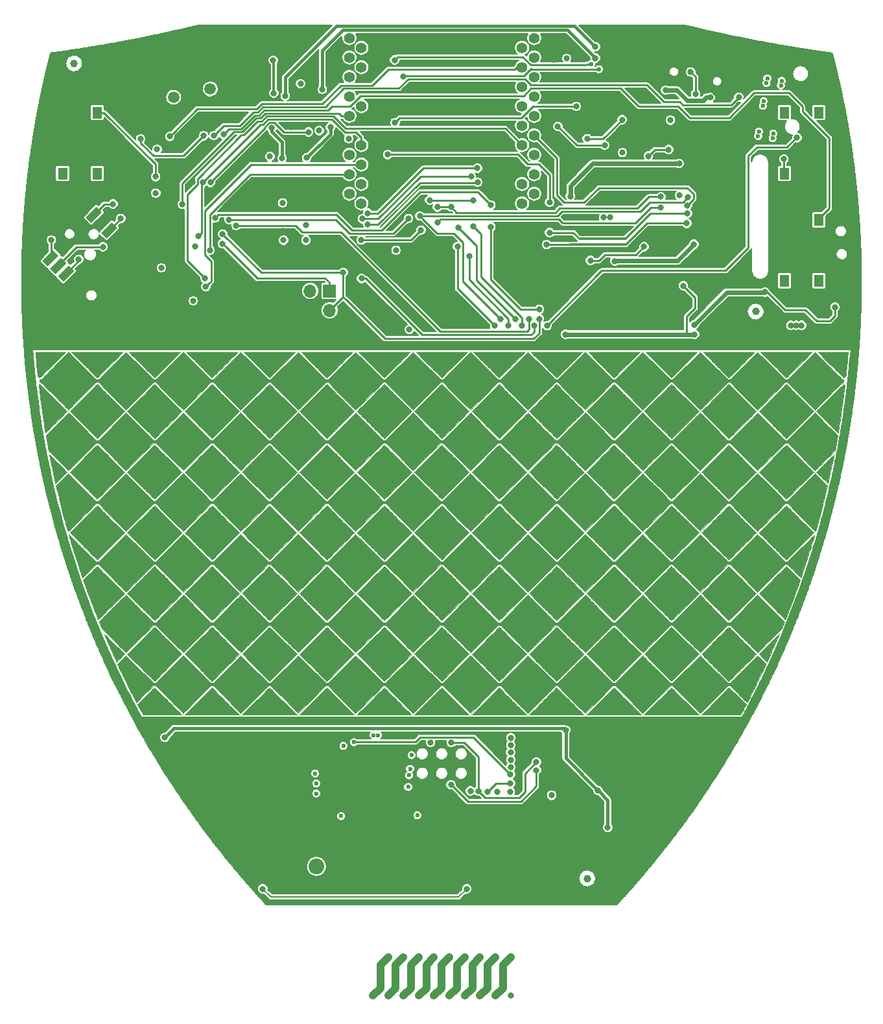
<source format=gbr>
G04 #@! TF.GenerationSoftware,KiCad,Pcbnew,6.0.0-unknown-r16647.959a4bdde.fc31*
G04 #@! TF.CreationDate,2020-02-05T23:37:15+00:00*
G04 #@! TF.ProjectId,r2,72322e6b-6963-4616-945f-706362585858,rev?*
G04 #@! TF.SameCoordinates,Original*
G04 #@! TF.FileFunction,Copper,L1,Top*
G04 #@! TF.FilePolarity,Positive*
%FSLAX46Y46*%
G04 Gerber Fmt 4.6, Leading zero omitted, Abs format (unit mm)*
G04 Created by KiCad (PCBNEW 6.0.0-unknown-r16647.959a4bdde.fc31) date 2020-02-05 23:37:15*
%MOMM*%
%LPD*%
G04 APERTURE LIST*
%ADD10C,0.010000*%
%ADD11C,1.000000*%
%ADD12C,1.500000*%
%ADD13C,0.600000*%
%ADD14O,1.700000X1.700000*%
%ADD15R,1.700000X1.700000*%
%ADD16R,1.300000X1.550000*%
%ADD17C,2.250000*%
%ADD18C,2.050000*%
%ADD19C,1.000000*%
%ADD20C,0.100000*%
%ADD21C,1.800000*%
%ADD22C,0.800000*%
%ADD23C,1.400000*%
%ADD24C,0.500000*%
%ADD25C,0.250000*%
%ADD26C,0.300000*%
%ADD27C,0.400000*%
%ADD28C,0.600000*%
%ADD29C,0.200000*%
%ADD30C,0.450000*%
G04 APERTURE END LIST*
D10*
G36*
X51441802Y91708749D02*
G01*
X51740673Y91708472D01*
X52001869Y91707970D01*
X52227717Y91707207D01*
X52420546Y91706151D01*
X52582684Y91704767D01*
X52716460Y91703021D01*
X52824203Y91700880D01*
X52908241Y91698308D01*
X52970902Y91695273D01*
X53014516Y91691740D01*
X53041410Y91687676D01*
X53053912Y91683046D01*
X53055500Y91680342D01*
X53053622Y91655028D01*
X53048191Y91590989D01*
X53039516Y91491654D01*
X53027902Y91360457D01*
X53013658Y91200828D01*
X52997089Y91016199D01*
X52978502Y90810001D01*
X52958205Y90585666D01*
X52936505Y90346624D01*
X52918837Y90152548D01*
X52782173Y88653245D01*
X52649573Y88519456D01*
X52588084Y88459745D01*
X52536345Y88413771D01*
X52502359Y88388466D01*
X52495144Y88385666D01*
X52477577Y88400338D01*
X52432052Y88443083D01*
X52360498Y88511994D01*
X52264849Y88605166D01*
X52147033Y88720692D01*
X52008983Y88856668D01*
X51852630Y89011185D01*
X51679903Y89182339D01*
X51492736Y89368224D01*
X51293057Y89566933D01*
X51082799Y89776560D01*
X50863892Y89995199D01*
X50811834Y90047250D01*
X49150351Y91708833D01*
X51102926Y91708833D01*
X51441802Y91708749D01*
G37*
X51441802Y91708749D02*
X51740673Y91708472D01*
X52001869Y91707970D01*
X52227717Y91707207D01*
X52420546Y91706151D01*
X52582684Y91704767D01*
X52716460Y91703021D01*
X52824203Y91700880D01*
X52908241Y91698308D01*
X52970902Y91695273D01*
X53014516Y91691740D01*
X53041410Y91687676D01*
X53053912Y91683046D01*
X53055500Y91680342D01*
X53053622Y91655028D01*
X53048191Y91590989D01*
X53039516Y91491654D01*
X53027902Y91360457D01*
X53013658Y91200828D01*
X52997089Y91016199D01*
X52978502Y90810001D01*
X52958205Y90585666D01*
X52936505Y90346624D01*
X52918837Y90152548D01*
X52782173Y88653245D01*
X52649573Y88519456D01*
X52588084Y88459745D01*
X52536345Y88413771D01*
X52502359Y88388466D01*
X52495144Y88385666D01*
X52477577Y88400338D01*
X52432052Y88443083D01*
X52360498Y88511994D01*
X52264849Y88605166D01*
X52147033Y88720692D01*
X52008983Y88856668D01*
X51852630Y89011185D01*
X51679903Y89182339D01*
X51492736Y89368224D01*
X51293057Y89566933D01*
X51082799Y89776560D01*
X50863892Y89995199D01*
X50811834Y90047250D01*
X49150351Y91708833D01*
X51102926Y91708833D01*
X51441802Y91708749D01*
G36*
X46684334Y90047250D02*
G01*
X46463659Y89826771D01*
X46251155Y89614861D01*
X46048753Y89413427D01*
X45858388Y89224374D01*
X45681992Y89049610D01*
X45521500Y88891041D01*
X45378844Y88750573D01*
X45255957Y88630112D01*
X45154774Y88531565D01*
X45077228Y88456838D01*
X45025251Y88407839D01*
X45000778Y88386472D01*
X44999235Y88385666D01*
X44981367Y88400288D01*
X44935457Y88442881D01*
X44863453Y88511537D01*
X44767304Y88604350D01*
X44648958Y88719411D01*
X44510363Y88854814D01*
X44353466Y89008650D01*
X44180216Y89179014D01*
X43992561Y89363996D01*
X43792449Y89561689D01*
X43581828Y89770187D01*
X43362647Y89987581D01*
X43321726Y90028213D01*
X43101432Y90247165D01*
X42889742Y90457897D01*
X42688574Y90658481D01*
X42499848Y90846987D01*
X42325485Y91021487D01*
X42167404Y91180052D01*
X42027525Y91320754D01*
X41907768Y91441664D01*
X41810051Y91540853D01*
X41736296Y91616393D01*
X41688421Y91666355D01*
X41668347Y91688811D01*
X41667834Y91689796D01*
X41688710Y91692147D01*
X41750181Y91694385D01*
X41850507Y91696500D01*
X41987950Y91698483D01*
X42160769Y91700323D01*
X42367227Y91702011D01*
X42605583Y91703536D01*
X42874100Y91704889D01*
X43171038Y91706060D01*
X43494658Y91707038D01*
X43843221Y91707815D01*
X44214988Y91708379D01*
X44608220Y91708722D01*
X45006825Y91708833D01*
X48345816Y91708833D01*
X46684334Y90047250D01*
G37*
X46684334Y90047250D02*
X46463659Y89826771D01*
X46251155Y89614861D01*
X46048753Y89413427D01*
X45858388Y89224374D01*
X45681992Y89049610D01*
X45521500Y88891041D01*
X45378844Y88750573D01*
X45255957Y88630112D01*
X45154774Y88531565D01*
X45077228Y88456838D01*
X45025251Y88407839D01*
X45000778Y88386472D01*
X44999235Y88385666D01*
X44981367Y88400288D01*
X44935457Y88442881D01*
X44863453Y88511537D01*
X44767304Y88604350D01*
X44648958Y88719411D01*
X44510363Y88854814D01*
X44353466Y89008650D01*
X44180216Y89179014D01*
X43992561Y89363996D01*
X43792449Y89561689D01*
X43581828Y89770187D01*
X43362647Y89987581D01*
X43321726Y90028213D01*
X43101432Y90247165D01*
X42889742Y90457897D01*
X42688574Y90658481D01*
X42499848Y90846987D01*
X42325485Y91021487D01*
X42167404Y91180052D01*
X42027525Y91320754D01*
X41907768Y91441664D01*
X41810051Y91540853D01*
X41736296Y91616393D01*
X41688421Y91666355D01*
X41668347Y91688811D01*
X41667834Y91689796D01*
X41688710Y91692147D01*
X41750181Y91694385D01*
X41850507Y91696500D01*
X41987950Y91698483D01*
X42160769Y91700323D01*
X42367227Y91702011D01*
X42605583Y91703536D01*
X42874100Y91704889D01*
X43171038Y91706060D01*
X43494658Y91707038D01*
X43843221Y91707815D01*
X44214988Y91708379D01*
X44608220Y91708722D01*
X45006825Y91708833D01*
X48345816Y91708833D01*
X46684334Y90047250D01*
G36*
X37869553Y91708734D02*
G01*
X38229437Y91708442D01*
X38575391Y91707969D01*
X38905152Y91707326D01*
X39216459Y91706523D01*
X39507051Y91705572D01*
X39774665Y91704482D01*
X40017041Y91703266D01*
X40231916Y91701934D01*
X40417030Y91700496D01*
X40570119Y91698963D01*
X40688924Y91697348D01*
X40771181Y91695659D01*
X40814630Y91693908D01*
X40821167Y91692907D01*
X40806483Y91674795D01*
X40763996Y91629297D01*
X40696049Y91558748D01*
X40604988Y91465479D01*
X40493156Y91351825D01*
X40362898Y91220119D01*
X40216559Y91072694D01*
X40056483Y90911882D01*
X39885015Y90740018D01*
X39704500Y90559434D01*
X39517281Y90372464D01*
X39325703Y90181441D01*
X39132111Y89988698D01*
X38938850Y89796568D01*
X38748263Y89607385D01*
X38562696Y89423481D01*
X38384492Y89247191D01*
X38215997Y89080846D01*
X38059555Y88926781D01*
X37917510Y88787329D01*
X37792207Y88664822D01*
X37685991Y88561594D01*
X37601206Y88479979D01*
X37540196Y88422309D01*
X37505306Y88390917D01*
X37497899Y88385666D01*
X37478985Y88400347D01*
X37432157Y88443109D01*
X37359368Y88512036D01*
X37262573Y88605212D01*
X37143724Y88720718D01*
X37004777Y88856637D01*
X36847685Y89011053D01*
X36674402Y89182048D01*
X36486883Y89367705D01*
X36287081Y89566107D01*
X36076950Y89775337D01*
X35858445Y89993478D01*
X35820491Y90031425D01*
X35601152Y90250919D01*
X35390385Y90462109D01*
X35190106Y90663063D01*
X35002227Y90851848D01*
X34828663Y91026532D01*
X34671328Y91185183D01*
X34532136Y91325867D01*
X34413000Y91446653D01*
X34315835Y91545608D01*
X34242554Y91620800D01*
X34195071Y91670295D01*
X34175301Y91692162D01*
X34174834Y91693009D01*
X34195623Y91694778D01*
X34256485Y91696492D01*
X34355156Y91698139D01*
X34489376Y91699709D01*
X34656883Y91701192D01*
X34855415Y91702576D01*
X35082710Y91703850D01*
X35336507Y91705004D01*
X35614545Y91706027D01*
X35914561Y91706909D01*
X36234295Y91707638D01*
X36571483Y91708203D01*
X36923866Y91708595D01*
X37289181Y91708802D01*
X37498000Y91708833D01*
X37869553Y91708734D01*
G37*
X37869553Y91708734D02*
X38229437Y91708442D01*
X38575391Y91707969D01*
X38905152Y91707326D01*
X39216459Y91706523D01*
X39507051Y91705572D01*
X39774665Y91704482D01*
X40017041Y91703266D01*
X40231916Y91701934D01*
X40417030Y91700496D01*
X40570119Y91698963D01*
X40688924Y91697348D01*
X40771181Y91695659D01*
X40814630Y91693908D01*
X40821167Y91692907D01*
X40806483Y91674795D01*
X40763996Y91629297D01*
X40696049Y91558748D01*
X40604988Y91465479D01*
X40493156Y91351825D01*
X40362898Y91220119D01*
X40216559Y91072694D01*
X40056483Y90911882D01*
X39885015Y90740018D01*
X39704500Y90559434D01*
X39517281Y90372464D01*
X39325703Y90181441D01*
X39132111Y89988698D01*
X38938850Y89796568D01*
X38748263Y89607385D01*
X38562696Y89423481D01*
X38384492Y89247191D01*
X38215997Y89080846D01*
X38059555Y88926781D01*
X37917510Y88787329D01*
X37792207Y88664822D01*
X37685991Y88561594D01*
X37601206Y88479979D01*
X37540196Y88422309D01*
X37505306Y88390917D01*
X37497899Y88385666D01*
X37478985Y88400347D01*
X37432157Y88443109D01*
X37359368Y88512036D01*
X37262573Y88605212D01*
X37143724Y88720718D01*
X37004777Y88856637D01*
X36847685Y89011053D01*
X36674402Y89182048D01*
X36486883Y89367705D01*
X36287081Y89566107D01*
X36076950Y89775337D01*
X35858445Y89993478D01*
X35820491Y90031425D01*
X35601152Y90250919D01*
X35390385Y90462109D01*
X35190106Y90663063D01*
X35002227Y90851848D01*
X34828663Y91026532D01*
X34671328Y91185183D01*
X34532136Y91325867D01*
X34413000Y91446653D01*
X34315835Y91545608D01*
X34242554Y91620800D01*
X34195071Y91670295D01*
X34175301Y91692162D01*
X34174834Y91693009D01*
X34195623Y91694778D01*
X34256485Y91696492D01*
X34355156Y91698139D01*
X34489376Y91699709D01*
X34656883Y91701192D01*
X34855415Y91702576D01*
X35082710Y91703850D01*
X35336507Y91705004D01*
X35614545Y91706027D01*
X35914561Y91706909D01*
X36234295Y91707638D01*
X36571483Y91708203D01*
X36923866Y91708595D01*
X37289181Y91708802D01*
X37498000Y91708833D01*
X37869553Y91708734D01*
G36*
X31677167Y90047250D02*
G01*
X31456530Y89826788D01*
X31244102Y89614893D01*
X31041811Y89413473D01*
X30851589Y89224431D01*
X30675365Y89049676D01*
X30515070Y88891111D01*
X30372634Y88750644D01*
X30249987Y88630181D01*
X30149060Y88531626D01*
X30071782Y88456887D01*
X30020084Y88407869D01*
X29995895Y88386478D01*
X29994417Y88385666D01*
X29976925Y88400338D01*
X29931472Y88443081D01*
X29859989Y88511989D01*
X29764407Y88605158D01*
X29646654Y88720681D01*
X29508663Y88856651D01*
X29352361Y89011164D01*
X29179681Y89182312D01*
X28992552Y89368191D01*
X28792905Y89566894D01*
X28582669Y89776516D01*
X28363775Y89995149D01*
X28311667Y90047250D01*
X26650185Y91708833D01*
X33338649Y91708833D01*
X31677167Y90047250D01*
G37*
X31677167Y90047250D02*
X31456530Y89826788D01*
X31244102Y89614893D01*
X31041811Y89413473D01*
X30851589Y89224431D01*
X30675365Y89049676D01*
X30515070Y88891111D01*
X30372634Y88750644D01*
X30249987Y88630181D01*
X30149060Y88531626D01*
X30071782Y88456887D01*
X30020084Y88407869D01*
X29995895Y88386478D01*
X29994417Y88385666D01*
X29976925Y88400338D01*
X29931472Y88443081D01*
X29859989Y88511989D01*
X29764407Y88605158D01*
X29646654Y88720681D01*
X29508663Y88856651D01*
X29352361Y89011164D01*
X29179681Y89182312D01*
X28992552Y89368191D01*
X28792905Y89566894D01*
X28582669Y89776516D01*
X28363775Y89995149D01*
X28311667Y90047250D01*
X26650185Y91708833D01*
X33338649Y91708833D01*
X31677167Y90047250D01*
G36*
X24184167Y90047250D02*
G01*
X23963530Y89826788D01*
X23751102Y89614893D01*
X23548811Y89413473D01*
X23358589Y89224431D01*
X23182365Y89049676D01*
X23022070Y88891111D01*
X22879634Y88750644D01*
X22756987Y88630181D01*
X22656060Y88531626D01*
X22578782Y88456887D01*
X22527084Y88407869D01*
X22502895Y88386478D01*
X22501417Y88385666D01*
X22483925Y88400338D01*
X22438472Y88443081D01*
X22366989Y88511989D01*
X22271407Y88605158D01*
X22153654Y88720681D01*
X22015663Y88856651D01*
X21859361Y89011164D01*
X21686681Y89182312D01*
X21499552Y89368191D01*
X21299905Y89566894D01*
X21089669Y89776516D01*
X20870775Y89995149D01*
X20818667Y90047250D01*
X19157185Y91708833D01*
X25845649Y91708833D01*
X24184167Y90047250D01*
G37*
X24184167Y90047250D02*
X23963530Y89826788D01*
X23751102Y89614893D01*
X23548811Y89413473D01*
X23358589Y89224431D01*
X23182365Y89049676D01*
X23022070Y88891111D01*
X22879634Y88750644D01*
X22756987Y88630181D01*
X22656060Y88531626D01*
X22578782Y88456887D01*
X22527084Y88407869D01*
X22502895Y88386478D01*
X22501417Y88385666D01*
X22483925Y88400338D01*
X22438472Y88443081D01*
X22366989Y88511989D01*
X22271407Y88605158D01*
X22153654Y88720681D01*
X22015663Y88856651D01*
X21859361Y89011164D01*
X21686681Y89182312D01*
X21499552Y89368191D01*
X21299905Y89566894D01*
X21089669Y89776516D01*
X20870775Y89995149D01*
X20818667Y90047250D01*
X19157185Y91708833D01*
X25845649Y91708833D01*
X24184167Y90047250D01*
G36*
X15369387Y91708734D02*
G01*
X15729271Y91708442D01*
X16075224Y91707969D01*
X16404985Y91707326D01*
X16716292Y91706523D01*
X17006884Y91705572D01*
X17274499Y91704482D01*
X17516874Y91703266D01*
X17731750Y91701934D01*
X17916863Y91700496D01*
X18069953Y91698963D01*
X18188757Y91697348D01*
X18271014Y91695659D01*
X18314463Y91693908D01*
X18321000Y91692907D01*
X18306317Y91674795D01*
X18263829Y91629297D01*
X18195883Y91558748D01*
X18104821Y91465479D01*
X17992989Y91351825D01*
X17862732Y91220119D01*
X17716393Y91072694D01*
X17556317Y90911882D01*
X17384849Y90740018D01*
X17204333Y90559434D01*
X17017114Y90372464D01*
X16825536Y90181441D01*
X16631944Y89988698D01*
X16438683Y89796568D01*
X16248096Y89607385D01*
X16062529Y89423481D01*
X15884325Y89247191D01*
X15715830Y89080846D01*
X15559388Y88926781D01*
X15417343Y88787329D01*
X15292041Y88664822D01*
X15185824Y88561594D01*
X15101039Y88479979D01*
X15040029Y88422309D01*
X15005139Y88390917D01*
X14997732Y88385666D01*
X14978819Y88400347D01*
X14931991Y88443109D01*
X14859202Y88512036D01*
X14762406Y88605212D01*
X14643557Y88720718D01*
X14504610Y88856637D01*
X14347518Y89011053D01*
X14174235Y89182048D01*
X13986716Y89367705D01*
X13786914Y89566107D01*
X13576783Y89775337D01*
X13358278Y89993478D01*
X13320324Y90031425D01*
X13100985Y90250919D01*
X12890219Y90462109D01*
X12689939Y90663063D01*
X12502061Y90851848D01*
X12328497Y91026532D01*
X12171162Y91185183D01*
X12031969Y91325867D01*
X11912833Y91446653D01*
X11815668Y91545608D01*
X11742387Y91620800D01*
X11694905Y91670295D01*
X11675135Y91692162D01*
X11674667Y91693009D01*
X11695457Y91694778D01*
X11756318Y91696492D01*
X11854989Y91698139D01*
X11989209Y91699709D01*
X12156716Y91701192D01*
X12355248Y91702576D01*
X12582543Y91703850D01*
X12836341Y91705004D01*
X13114378Y91706027D01*
X13414395Y91706909D01*
X13734128Y91707638D01*
X14071317Y91708203D01*
X14423699Y91708595D01*
X14789014Y91708802D01*
X14997834Y91708833D01*
X15369387Y91708734D01*
G37*
X15369387Y91708734D02*
X15729271Y91708442D01*
X16075224Y91707969D01*
X16404985Y91707326D01*
X16716292Y91706523D01*
X17006884Y91705572D01*
X17274499Y91704482D01*
X17516874Y91703266D01*
X17731750Y91701934D01*
X17916863Y91700496D01*
X18069953Y91698963D01*
X18188757Y91697348D01*
X18271014Y91695659D01*
X18314463Y91693908D01*
X18321000Y91692907D01*
X18306317Y91674795D01*
X18263829Y91629297D01*
X18195883Y91558748D01*
X18104821Y91465479D01*
X17992989Y91351825D01*
X17862732Y91220119D01*
X17716393Y91072694D01*
X17556317Y90911882D01*
X17384849Y90740018D01*
X17204333Y90559434D01*
X17017114Y90372464D01*
X16825536Y90181441D01*
X16631944Y89988698D01*
X16438683Y89796568D01*
X16248096Y89607385D01*
X16062529Y89423481D01*
X15884325Y89247191D01*
X15715830Y89080846D01*
X15559388Y88926781D01*
X15417343Y88787329D01*
X15292041Y88664822D01*
X15185824Y88561594D01*
X15101039Y88479979D01*
X15040029Y88422309D01*
X15005139Y88390917D01*
X14997732Y88385666D01*
X14978819Y88400347D01*
X14931991Y88443109D01*
X14859202Y88512036D01*
X14762406Y88605212D01*
X14643557Y88720718D01*
X14504610Y88856637D01*
X14347518Y89011053D01*
X14174235Y89182048D01*
X13986716Y89367705D01*
X13786914Y89566107D01*
X13576783Y89775337D01*
X13358278Y89993478D01*
X13320324Y90031425D01*
X13100985Y90250919D01*
X12890219Y90462109D01*
X12689939Y90663063D01*
X12502061Y90851848D01*
X12328497Y91026532D01*
X12171162Y91185183D01*
X12031969Y91325867D01*
X11912833Y91446653D01*
X11815668Y91545608D01*
X11742387Y91620800D01*
X11694905Y91670295D01*
X11675135Y91692162D01*
X11674667Y91693009D01*
X11695457Y91694778D01*
X11756318Y91696492D01*
X11854989Y91698139D01*
X11989209Y91699709D01*
X12156716Y91701192D01*
X12355248Y91702576D01*
X12582543Y91703850D01*
X12836341Y91705004D01*
X13114378Y91706027D01*
X13414395Y91706909D01*
X13734128Y91707638D01*
X14071317Y91708203D01*
X14423699Y91708595D01*
X14789014Y91708802D01*
X14997834Y91708833D01*
X15369387Y91708734D01*
G36*
X7915393Y91708712D02*
G01*
X8318987Y91708354D01*
X8698259Y91707768D01*
X9051677Y91706964D01*
X9377708Y91705950D01*
X9674819Y91704734D01*
X9941478Y91703327D01*
X10176152Y91701736D01*
X10377309Y91699970D01*
X10543417Y91698040D01*
X10672943Y91695952D01*
X10764354Y91693717D01*
X10816117Y91691343D01*
X10828000Y91689470D01*
X10813297Y91671864D01*
X10770751Y91626905D01*
X10702709Y91556919D01*
X10611516Y91464231D01*
X10499518Y91351165D01*
X10369060Y91220048D01*
X10222489Y91073204D01*
X10062150Y90912959D01*
X9890389Y90741638D01*
X9709551Y90561566D01*
X9521983Y90375068D01*
X9330030Y90184470D01*
X9136038Y89992097D01*
X8942353Y89800274D01*
X8751320Y89611327D01*
X8565286Y89427581D01*
X8386595Y89251360D01*
X8217595Y89084990D01*
X8060630Y88930797D01*
X7918046Y88791106D01*
X7792189Y88668241D01*
X7685405Y88564529D01*
X7600040Y88482293D01*
X7538439Y88423861D01*
X7502948Y88391556D01*
X7495043Y88385666D01*
X7477445Y88400338D01*
X7431889Y88443084D01*
X7360306Y88511996D01*
X7264629Y88605169D01*
X7146788Y88720697D01*
X7008714Y88856674D01*
X6852338Y89011194D01*
X6679593Y89182350D01*
X6492409Y89368237D01*
X6292718Y89566948D01*
X6082450Y89776578D01*
X5863538Y89995220D01*
X5811500Y90047250D01*
X4150018Y91708833D01*
X7489009Y91708833D01*
X7915393Y91708712D01*
G37*
X7915393Y91708712D02*
X8318987Y91708354D01*
X8698259Y91707768D01*
X9051677Y91706964D01*
X9377708Y91705950D01*
X9674819Y91704734D01*
X9941478Y91703327D01*
X10176152Y91701736D01*
X10377309Y91699970D01*
X10543417Y91698040D01*
X10672943Y91695952D01*
X10764354Y91693717D01*
X10816117Y91691343D01*
X10828000Y91689470D01*
X10813297Y91671864D01*
X10770751Y91626905D01*
X10702709Y91556919D01*
X10611516Y91464231D01*
X10499518Y91351165D01*
X10369060Y91220048D01*
X10222489Y91073204D01*
X10062150Y90912959D01*
X9890389Y90741638D01*
X9709551Y90561566D01*
X9521983Y90375068D01*
X9330030Y90184470D01*
X9136038Y89992097D01*
X8942353Y89800274D01*
X8751320Y89611327D01*
X8565286Y89427581D01*
X8386595Y89251360D01*
X8217595Y89084990D01*
X8060630Y88930797D01*
X7918046Y88791106D01*
X7792189Y88668241D01*
X7685405Y88564529D01*
X7600040Y88482293D01*
X7538439Y88423861D01*
X7502948Y88391556D01*
X7495043Y88385666D01*
X7477445Y88400338D01*
X7431889Y88443084D01*
X7360306Y88511996D01*
X7264629Y88605169D01*
X7146788Y88720697D01*
X7008714Y88856674D01*
X6852338Y89011194D01*
X6679593Y89182350D01*
X6492409Y89368237D01*
X6292718Y89566948D01*
X6082450Y89776578D01*
X5863538Y89995220D01*
X5811500Y90047250D01*
X4150018Y91708833D01*
X7489009Y91708833D01*
X7915393Y91708712D01*
G36*
X1684000Y90047250D02*
G01*
X1463364Y89826788D01*
X1250935Y89614893D01*
X1048645Y89413473D01*
X858422Y89224431D01*
X682199Y89049676D01*
X521904Y88891111D01*
X379467Y88750644D01*
X256821Y88630181D01*
X155893Y88531626D01*
X78615Y88456887D01*
X26917Y88407869D01*
X2729Y88386478D01*
X1250Y88385666D01*
X-16242Y88400338D01*
X-61695Y88443081D01*
X-133177Y88511989D01*
X-228760Y88605158D01*
X-346512Y88720681D01*
X-484504Y88856651D01*
X-640805Y89011164D01*
X-813485Y89182312D01*
X-1000614Y89368191D01*
X-1200262Y89566894D01*
X-1410498Y89776516D01*
X-1629392Y89995149D01*
X-1681500Y90047250D01*
X-3342982Y91708833D01*
X3345482Y91708833D01*
X1684000Y90047250D01*
G37*
X1684000Y90047250D02*
X1463364Y89826788D01*
X1250935Y89614893D01*
X1048645Y89413473D01*
X858422Y89224431D01*
X682199Y89049676D01*
X521904Y88891111D01*
X379467Y88750644D01*
X256821Y88630181D01*
X155893Y88531626D01*
X78615Y88456887D01*
X26917Y88407869D01*
X2729Y88386478D01*
X1250Y88385666D01*
X-16242Y88400338D01*
X-61695Y88443081D01*
X-133177Y88511989D01*
X-228760Y88605158D01*
X-346512Y88720681D01*
X-484504Y88856651D01*
X-640805Y89011164D01*
X-813485Y89182312D01*
X-1000614Y89368191D01*
X-1200262Y89566894D01*
X-1410498Y89776516D01*
X-1629392Y89995149D01*
X-1681500Y90047250D01*
X-3342982Y91708833D01*
X3345482Y91708833D01*
X1684000Y90047250D01*
G36*
X-7130780Y91708734D02*
G01*
X-6770896Y91708442D01*
X-6424943Y91707969D01*
X-6095181Y91707326D01*
X-5783874Y91706523D01*
X-5493282Y91705572D01*
X-5225668Y91704482D01*
X-4983292Y91703266D01*
X-4768417Y91701934D01*
X-4583304Y91700496D01*
X-4430214Y91698963D01*
X-4311410Y91697348D01*
X-4229152Y91695659D01*
X-4185703Y91693908D01*
X-4179166Y91692907D01*
X-4193850Y91674795D01*
X-4236337Y91629297D01*
X-4304284Y91558748D01*
X-4395346Y91465479D01*
X-4507177Y91351825D01*
X-4637435Y91220119D01*
X-4783774Y91072694D01*
X-4943850Y90911882D01*
X-5115318Y90740018D01*
X-5295834Y90559434D01*
X-5483053Y90372464D01*
X-5674630Y90181441D01*
X-5868222Y89988698D01*
X-6061484Y89796568D01*
X-6252070Y89607385D01*
X-6437638Y89423481D01*
X-6615841Y89247191D01*
X-6784336Y89080846D01*
X-6940779Y88926781D01*
X-7082823Y88787329D01*
X-7208126Y88664822D01*
X-7314342Y88561594D01*
X-7399128Y88479979D01*
X-7460137Y88422309D01*
X-7495027Y88390917D01*
X-7502435Y88385666D01*
X-7521348Y88400347D01*
X-7568176Y88443109D01*
X-7640965Y88512036D01*
X-7737761Y88605212D01*
X-7856609Y88720718D01*
X-7995557Y88856637D01*
X-8152649Y89011053D01*
X-8325931Y89182048D01*
X-8513451Y89367705D01*
X-8713253Y89566107D01*
X-8923383Y89775337D01*
X-9141888Y89993478D01*
X-9179842Y90031425D01*
X-9399182Y90250919D01*
X-9609948Y90462109D01*
X-9810227Y90663063D01*
X-9998106Y90851848D01*
X-10171670Y91026532D01*
X-10329005Y91185183D01*
X-10468198Y91325867D01*
X-10587333Y91446653D01*
X-10684499Y91545608D01*
X-10757780Y91620800D01*
X-10805262Y91670295D01*
X-10825032Y91692162D01*
X-10825500Y91693009D01*
X-10804710Y91694778D01*
X-10743849Y91696492D01*
X-10645177Y91698139D01*
X-10510957Y91699709D01*
X-10343451Y91701192D01*
X-10144919Y91702576D01*
X-9917623Y91703850D01*
X-9663826Y91705004D01*
X-9385788Y91706027D01*
X-9085772Y91706909D01*
X-8766039Y91707638D01*
X-8428850Y91708203D01*
X-8076467Y91708595D01*
X-7711153Y91708802D01*
X-7502333Y91708833D01*
X-7130780Y91708734D01*
G37*
X-7130780Y91708734D02*
X-6770896Y91708442D01*
X-6424943Y91707969D01*
X-6095181Y91707326D01*
X-5783874Y91706523D01*
X-5493282Y91705572D01*
X-5225668Y91704482D01*
X-4983292Y91703266D01*
X-4768417Y91701934D01*
X-4583304Y91700496D01*
X-4430214Y91698963D01*
X-4311410Y91697348D01*
X-4229152Y91695659D01*
X-4185703Y91693908D01*
X-4179166Y91692907D01*
X-4193850Y91674795D01*
X-4236337Y91629297D01*
X-4304284Y91558748D01*
X-4395346Y91465479D01*
X-4507177Y91351825D01*
X-4637435Y91220119D01*
X-4783774Y91072694D01*
X-4943850Y90911882D01*
X-5115318Y90740018D01*
X-5295834Y90559434D01*
X-5483053Y90372464D01*
X-5674630Y90181441D01*
X-5868222Y89988698D01*
X-6061484Y89796568D01*
X-6252070Y89607385D01*
X-6437638Y89423481D01*
X-6615841Y89247191D01*
X-6784336Y89080846D01*
X-6940779Y88926781D01*
X-7082823Y88787329D01*
X-7208126Y88664822D01*
X-7314342Y88561594D01*
X-7399128Y88479979D01*
X-7460137Y88422309D01*
X-7495027Y88390917D01*
X-7502435Y88385666D01*
X-7521348Y88400347D01*
X-7568176Y88443109D01*
X-7640965Y88512036D01*
X-7737761Y88605212D01*
X-7856609Y88720718D01*
X-7995557Y88856637D01*
X-8152649Y89011053D01*
X-8325931Y89182048D01*
X-8513451Y89367705D01*
X-8713253Y89566107D01*
X-8923383Y89775337D01*
X-9141888Y89993478D01*
X-9179842Y90031425D01*
X-9399182Y90250919D01*
X-9609948Y90462109D01*
X-9810227Y90663063D01*
X-9998106Y90851848D01*
X-10171670Y91026532D01*
X-10329005Y91185183D01*
X-10468198Y91325867D01*
X-10587333Y91446653D01*
X-10684499Y91545608D01*
X-10757780Y91620800D01*
X-10805262Y91670295D01*
X-10825032Y91692162D01*
X-10825500Y91693009D01*
X-10804710Y91694778D01*
X-10743849Y91696492D01*
X-10645177Y91698139D01*
X-10510957Y91699709D01*
X-10343451Y91701192D01*
X-10144919Y91702576D01*
X-9917623Y91703850D01*
X-9663826Y91705004D01*
X-9385788Y91706027D01*
X-9085772Y91706909D01*
X-8766039Y91707638D01*
X-8428850Y91708203D01*
X-8076467Y91708595D01*
X-7711153Y91708802D01*
X-7502333Y91708833D01*
X-7130780Y91708734D01*
G36*
X-14638708Y91708734D02*
G01*
X-14277922Y91708444D01*
X-13931056Y91707973D01*
X-13600366Y91707333D01*
X-13288108Y91706533D01*
X-12996540Y91705586D01*
X-12727916Y91704501D01*
X-12484493Y91703290D01*
X-12268528Y91701963D01*
X-12082277Y91700531D01*
X-11927996Y91699005D01*
X-11807941Y91697395D01*
X-11724368Y91695712D01*
X-11679534Y91693967D01*
X-11672166Y91692907D01*
X-11686850Y91674795D01*
X-11729337Y91629297D01*
X-11797284Y91558748D01*
X-11888346Y91465479D01*
X-12000177Y91351825D01*
X-12130435Y91220119D01*
X-12276774Y91072694D01*
X-12436850Y90911882D01*
X-12608318Y90740018D01*
X-12788834Y90559434D01*
X-12976053Y90372464D01*
X-13167630Y90181441D01*
X-13361222Y89988698D01*
X-13554484Y89796568D01*
X-13745070Y89607385D01*
X-13930638Y89423481D01*
X-14108841Y89247191D01*
X-14277336Y89080846D01*
X-14433778Y88926781D01*
X-14575823Y88787329D01*
X-14701126Y88664822D01*
X-14807342Y88561594D01*
X-14892127Y88479979D01*
X-14953137Y88422309D01*
X-14988027Y88390917D01*
X-14995434Y88385666D01*
X-15014329Y88400348D01*
X-15061149Y88443120D01*
X-15133949Y88512075D01*
X-15230787Y88605305D01*
X-15349716Y88720902D01*
X-15488794Y88856957D01*
X-15646076Y89011564D01*
X-15819617Y89182814D01*
X-16007473Y89368799D01*
X-16207700Y89567611D01*
X-16418354Y89777343D01*
X-16637490Y89996085D01*
X-16688666Y90047250D01*
X-18350149Y91708833D01*
X-15011158Y91708833D01*
X-14638708Y91708734D01*
G37*
X-14638708Y91708734D02*
X-14277922Y91708444D01*
X-13931056Y91707973D01*
X-13600366Y91707333D01*
X-13288108Y91706533D01*
X-12996540Y91705586D01*
X-12727916Y91704501D01*
X-12484493Y91703290D01*
X-12268528Y91701963D01*
X-12082277Y91700531D01*
X-11927996Y91699005D01*
X-11807941Y91697395D01*
X-11724368Y91695712D01*
X-11679534Y91693967D01*
X-11672166Y91692907D01*
X-11686850Y91674795D01*
X-11729337Y91629297D01*
X-11797284Y91558748D01*
X-11888346Y91465479D01*
X-12000177Y91351825D01*
X-12130435Y91220119D01*
X-12276774Y91072694D01*
X-12436850Y90911882D01*
X-12608318Y90740018D01*
X-12788834Y90559434D01*
X-12976053Y90372464D01*
X-13167630Y90181441D01*
X-13361222Y89988698D01*
X-13554484Y89796568D01*
X-13745070Y89607385D01*
X-13930638Y89423481D01*
X-14108841Y89247191D01*
X-14277336Y89080846D01*
X-14433778Y88926781D01*
X-14575823Y88787329D01*
X-14701126Y88664822D01*
X-14807342Y88561594D01*
X-14892127Y88479979D01*
X-14953137Y88422309D01*
X-14988027Y88390917D01*
X-14995434Y88385666D01*
X-15014329Y88400348D01*
X-15061149Y88443120D01*
X-15133949Y88512075D01*
X-15230787Y88605305D01*
X-15349716Y88720902D01*
X-15488794Y88856957D01*
X-15646076Y89011564D01*
X-15819617Y89182814D01*
X-16007473Y89368799D01*
X-16207700Y89567611D01*
X-16418354Y89777343D01*
X-16637490Y89996085D01*
X-16688666Y90047250D01*
X-18350149Y91708833D01*
X-15011158Y91708833D01*
X-14638708Y91708734D01*
G36*
X-20816166Y90047250D02*
G01*
X-21036803Y89826788D01*
X-21249231Y89614893D01*
X-21451522Y89413473D01*
X-21641744Y89224431D01*
X-21817968Y89049676D01*
X-21978263Y88891111D01*
X-22120699Y88750644D01*
X-22243346Y88630181D01*
X-22344274Y88531626D01*
X-22421552Y88456887D01*
X-22473250Y88407869D01*
X-22497438Y88386478D01*
X-22498916Y88385666D01*
X-22516409Y88400338D01*
X-22561861Y88443081D01*
X-22633344Y88511989D01*
X-22728927Y88605158D01*
X-22846679Y88720681D01*
X-22984671Y88856651D01*
X-23140972Y89011164D01*
X-23313652Y89182312D01*
X-23500781Y89368191D01*
X-23700429Y89566894D01*
X-23910665Y89776516D01*
X-24129559Y89995149D01*
X-24181666Y90047250D01*
X-25843149Y91708833D01*
X-19154684Y91708833D01*
X-20816166Y90047250D01*
G37*
X-20816166Y90047250D02*
X-21036803Y89826788D01*
X-21249231Y89614893D01*
X-21451522Y89413473D01*
X-21641744Y89224431D01*
X-21817968Y89049676D01*
X-21978263Y88891111D01*
X-22120699Y88750644D01*
X-22243346Y88630181D01*
X-22344274Y88531626D01*
X-22421552Y88456887D01*
X-22473250Y88407869D01*
X-22497438Y88386478D01*
X-22498916Y88385666D01*
X-22516409Y88400338D01*
X-22561861Y88443081D01*
X-22633344Y88511989D01*
X-22728927Y88605158D01*
X-22846679Y88720681D01*
X-22984671Y88856651D01*
X-23140972Y89011164D01*
X-23313652Y89182312D01*
X-23500781Y89368191D01*
X-23700429Y89566894D01*
X-23910665Y89776516D01*
X-24129559Y89995149D01*
X-24181666Y90047250D01*
X-25843149Y91708833D01*
X-19154684Y91708833D01*
X-20816166Y90047250D01*
G36*
X-29630947Y91708734D02*
G01*
X-29271063Y91708442D01*
X-28925109Y91707969D01*
X-28595348Y91707326D01*
X-28284041Y91706523D01*
X-27993449Y91705572D01*
X-27725835Y91704482D01*
X-27483459Y91703266D01*
X-27268584Y91701934D01*
X-27083470Y91700496D01*
X-26930381Y91698963D01*
X-26811576Y91697348D01*
X-26729319Y91695659D01*
X-26685870Y91693908D01*
X-26679333Y91692907D01*
X-26694017Y91674795D01*
X-26736504Y91629297D01*
X-26804451Y91558748D01*
X-26895512Y91465479D01*
X-27007344Y91351825D01*
X-27137602Y91220119D01*
X-27283941Y91072694D01*
X-27444017Y90911882D01*
X-27615485Y90740018D01*
X-27796000Y90559434D01*
X-27983219Y90372464D01*
X-28174797Y90181441D01*
X-28368389Y89988698D01*
X-28561650Y89796568D01*
X-28752237Y89607385D01*
X-28937804Y89423481D01*
X-29116008Y89247191D01*
X-29284503Y89080846D01*
X-29440945Y88926781D01*
X-29582990Y88787329D01*
X-29708293Y88664822D01*
X-29814509Y88561594D01*
X-29899294Y88479979D01*
X-29960304Y88422309D01*
X-29995194Y88390917D01*
X-30002601Y88385666D01*
X-30021515Y88400347D01*
X-30068343Y88443109D01*
X-30141132Y88512036D01*
X-30237927Y88605212D01*
X-30356776Y88720718D01*
X-30495723Y88856637D01*
X-30652815Y89011053D01*
X-30826098Y89182048D01*
X-31013617Y89367705D01*
X-31213419Y89566107D01*
X-31423550Y89775337D01*
X-31642055Y89993478D01*
X-31680009Y90031425D01*
X-31899348Y90250919D01*
X-32110115Y90462109D01*
X-32310394Y90663063D01*
X-32498273Y90851848D01*
X-32671837Y91026532D01*
X-32829172Y91185183D01*
X-32968364Y91325867D01*
X-33087500Y91446653D01*
X-33184665Y91545608D01*
X-33257946Y91620800D01*
X-33305429Y91670295D01*
X-33325199Y91692162D01*
X-33325666Y91693009D01*
X-33304877Y91694778D01*
X-33244015Y91696492D01*
X-33145344Y91698139D01*
X-33011124Y91699709D01*
X-32843617Y91701192D01*
X-32645085Y91702576D01*
X-32417790Y91703850D01*
X-32163993Y91705004D01*
X-31885955Y91706027D01*
X-31585939Y91706909D01*
X-31266205Y91707638D01*
X-30929017Y91708203D01*
X-30576634Y91708595D01*
X-30211319Y91708802D01*
X-30002500Y91708833D01*
X-29630947Y91708734D01*
G37*
X-29630947Y91708734D02*
X-29271063Y91708442D01*
X-28925109Y91707969D01*
X-28595348Y91707326D01*
X-28284041Y91706523D01*
X-27993449Y91705572D01*
X-27725835Y91704482D01*
X-27483459Y91703266D01*
X-27268584Y91701934D01*
X-27083470Y91700496D01*
X-26930381Y91698963D01*
X-26811576Y91697348D01*
X-26729319Y91695659D01*
X-26685870Y91693908D01*
X-26679333Y91692907D01*
X-26694017Y91674795D01*
X-26736504Y91629297D01*
X-26804451Y91558748D01*
X-26895512Y91465479D01*
X-27007344Y91351825D01*
X-27137602Y91220119D01*
X-27283941Y91072694D01*
X-27444017Y90911882D01*
X-27615485Y90740018D01*
X-27796000Y90559434D01*
X-27983219Y90372464D01*
X-28174797Y90181441D01*
X-28368389Y89988698D01*
X-28561650Y89796568D01*
X-28752237Y89607385D01*
X-28937804Y89423481D01*
X-29116008Y89247191D01*
X-29284503Y89080846D01*
X-29440945Y88926781D01*
X-29582990Y88787329D01*
X-29708293Y88664822D01*
X-29814509Y88561594D01*
X-29899294Y88479979D01*
X-29960304Y88422309D01*
X-29995194Y88390917D01*
X-30002601Y88385666D01*
X-30021515Y88400347D01*
X-30068343Y88443109D01*
X-30141132Y88512036D01*
X-30237927Y88605212D01*
X-30356776Y88720718D01*
X-30495723Y88856637D01*
X-30652815Y89011053D01*
X-30826098Y89182048D01*
X-31013617Y89367705D01*
X-31213419Y89566107D01*
X-31423550Y89775337D01*
X-31642055Y89993478D01*
X-31680009Y90031425D01*
X-31899348Y90250919D01*
X-32110115Y90462109D01*
X-32310394Y90663063D01*
X-32498273Y90851848D01*
X-32671837Y91026532D01*
X-32829172Y91185183D01*
X-32968364Y91325867D01*
X-33087500Y91446653D01*
X-33184665Y91545608D01*
X-33257946Y91620800D01*
X-33305429Y91670295D01*
X-33325199Y91692162D01*
X-33325666Y91693009D01*
X-33304877Y91694778D01*
X-33244015Y91696492D01*
X-33145344Y91698139D01*
X-33011124Y91699709D01*
X-32843617Y91701192D01*
X-32645085Y91702576D01*
X-32417790Y91703850D01*
X-32163993Y91705004D01*
X-31885955Y91706027D01*
X-31585939Y91706909D01*
X-31266205Y91707638D01*
X-30929017Y91708203D01*
X-30576634Y91708595D01*
X-30211319Y91708802D01*
X-30002500Y91708833D01*
X-29630947Y91708734D01*
G36*
X-37123947Y91708734D02*
G01*
X-36764063Y91708442D01*
X-36418109Y91707969D01*
X-36088348Y91707326D01*
X-35777041Y91706523D01*
X-35486449Y91705572D01*
X-35218835Y91704482D01*
X-34976459Y91703266D01*
X-34761584Y91701934D01*
X-34576470Y91700496D01*
X-34423381Y91698963D01*
X-34304576Y91697348D01*
X-34222319Y91695659D01*
X-34178870Y91693908D01*
X-34172333Y91692907D01*
X-34187017Y91674795D01*
X-34229504Y91629297D01*
X-34297451Y91558748D01*
X-34388512Y91465479D01*
X-34500344Y91351825D01*
X-34630602Y91220119D01*
X-34776941Y91072694D01*
X-34937017Y90911882D01*
X-35108485Y90740018D01*
X-35289000Y90559434D01*
X-35476219Y90372464D01*
X-35667797Y90181441D01*
X-35861389Y89988698D01*
X-36054650Y89796568D01*
X-36245237Y89607385D01*
X-36430804Y89423481D01*
X-36609008Y89247191D01*
X-36777503Y89080846D01*
X-36933945Y88926781D01*
X-37075990Y88787329D01*
X-37201293Y88664822D01*
X-37307509Y88561594D01*
X-37392294Y88479979D01*
X-37453304Y88422309D01*
X-37488194Y88390917D01*
X-37495601Y88385666D01*
X-37514515Y88400347D01*
X-37561343Y88443109D01*
X-37634132Y88512036D01*
X-37730927Y88605212D01*
X-37849776Y88720718D01*
X-37988723Y88856637D01*
X-38145815Y89011053D01*
X-38319098Y89182048D01*
X-38506617Y89367705D01*
X-38706419Y89566107D01*
X-38916550Y89775337D01*
X-39135055Y89993478D01*
X-39173009Y90031425D01*
X-39392348Y90250919D01*
X-39603115Y90462109D01*
X-39803394Y90663063D01*
X-39991273Y90851848D01*
X-40164837Y91026532D01*
X-40322172Y91185183D01*
X-40461364Y91325867D01*
X-40580500Y91446653D01*
X-40677665Y91545608D01*
X-40750946Y91620800D01*
X-40798429Y91670295D01*
X-40818199Y91692162D01*
X-40818666Y91693009D01*
X-40797877Y91694778D01*
X-40737015Y91696492D01*
X-40638344Y91698139D01*
X-40504124Y91699709D01*
X-40336617Y91701192D01*
X-40138085Y91702576D01*
X-39910790Y91703850D01*
X-39656993Y91705004D01*
X-39378955Y91706027D01*
X-39078939Y91706909D01*
X-38759205Y91707638D01*
X-38422017Y91708203D01*
X-38069634Y91708595D01*
X-37704319Y91708802D01*
X-37495500Y91708833D01*
X-37123947Y91708734D01*
G37*
X-37123947Y91708734D02*
X-36764063Y91708442D01*
X-36418109Y91707969D01*
X-36088348Y91707326D01*
X-35777041Y91706523D01*
X-35486449Y91705572D01*
X-35218835Y91704482D01*
X-34976459Y91703266D01*
X-34761584Y91701934D01*
X-34576470Y91700496D01*
X-34423381Y91698963D01*
X-34304576Y91697348D01*
X-34222319Y91695659D01*
X-34178870Y91693908D01*
X-34172333Y91692907D01*
X-34187017Y91674795D01*
X-34229504Y91629297D01*
X-34297451Y91558748D01*
X-34388512Y91465479D01*
X-34500344Y91351825D01*
X-34630602Y91220119D01*
X-34776941Y91072694D01*
X-34937017Y90911882D01*
X-35108485Y90740018D01*
X-35289000Y90559434D01*
X-35476219Y90372464D01*
X-35667797Y90181441D01*
X-35861389Y89988698D01*
X-36054650Y89796568D01*
X-36245237Y89607385D01*
X-36430804Y89423481D01*
X-36609008Y89247191D01*
X-36777503Y89080846D01*
X-36933945Y88926781D01*
X-37075990Y88787329D01*
X-37201293Y88664822D01*
X-37307509Y88561594D01*
X-37392294Y88479979D01*
X-37453304Y88422309D01*
X-37488194Y88390917D01*
X-37495601Y88385666D01*
X-37514515Y88400347D01*
X-37561343Y88443109D01*
X-37634132Y88512036D01*
X-37730927Y88605212D01*
X-37849776Y88720718D01*
X-37988723Y88856637D01*
X-38145815Y89011053D01*
X-38319098Y89182048D01*
X-38506617Y89367705D01*
X-38706419Y89566107D01*
X-38916550Y89775337D01*
X-39135055Y89993478D01*
X-39173009Y90031425D01*
X-39392348Y90250919D01*
X-39603115Y90462109D01*
X-39803394Y90663063D01*
X-39991273Y90851848D01*
X-40164837Y91026532D01*
X-40322172Y91185183D01*
X-40461364Y91325867D01*
X-40580500Y91446653D01*
X-40677665Y91545608D01*
X-40750946Y91620800D01*
X-40798429Y91670295D01*
X-40818199Y91692162D01*
X-40818666Y91693009D01*
X-40797877Y91694778D01*
X-40737015Y91696492D01*
X-40638344Y91698139D01*
X-40504124Y91699709D01*
X-40336617Y91701192D01*
X-40138085Y91702576D01*
X-39910790Y91703850D01*
X-39656993Y91705004D01*
X-39378955Y91706027D01*
X-39078939Y91706909D01*
X-38759205Y91707638D01*
X-38422017Y91708203D01*
X-38069634Y91708595D01*
X-37704319Y91708802D01*
X-37495500Y91708833D01*
X-37123947Y91708734D01*
G36*
X-43316333Y90047250D02*
G01*
X-43536970Y89826788D01*
X-43749398Y89614893D01*
X-43951689Y89413473D01*
X-44141911Y89224431D01*
X-44318135Y89049676D01*
X-44478430Y88891111D01*
X-44620866Y88750644D01*
X-44743513Y88630181D01*
X-44844440Y88531626D01*
X-44921718Y88456887D01*
X-44973416Y88407869D01*
X-44997605Y88386478D01*
X-44999083Y88385666D01*
X-45016575Y88400338D01*
X-45062028Y88443081D01*
X-45133511Y88511989D01*
X-45229093Y88605158D01*
X-45346846Y88720681D01*
X-45484837Y88856651D01*
X-45641139Y89011164D01*
X-45813819Y89182312D01*
X-46000948Y89368191D01*
X-46200595Y89566894D01*
X-46410831Y89776516D01*
X-46629725Y89995149D01*
X-46681833Y90047250D01*
X-48343315Y91708833D01*
X-41654851Y91708833D01*
X-43316333Y90047250D01*
G37*
X-43316333Y90047250D02*
X-43536970Y89826788D01*
X-43749398Y89614893D01*
X-43951689Y89413473D01*
X-44141911Y89224431D01*
X-44318135Y89049676D01*
X-44478430Y88891111D01*
X-44620866Y88750644D01*
X-44743513Y88630181D01*
X-44844440Y88531626D01*
X-44921718Y88456887D01*
X-44973416Y88407869D01*
X-44997605Y88386478D01*
X-44999083Y88385666D01*
X-45016575Y88400338D01*
X-45062028Y88443081D01*
X-45133511Y88511989D01*
X-45229093Y88605158D01*
X-45346846Y88720681D01*
X-45484837Y88856651D01*
X-45641139Y89011164D01*
X-45813819Y89182312D01*
X-46000948Y89368191D01*
X-46200595Y89566894D01*
X-46410831Y89776516D01*
X-46629725Y89995149D01*
X-46681833Y90047250D01*
X-48343315Y91708833D01*
X-41654851Y91708833D01*
X-43316333Y90047250D01*
G36*
X-50809333Y90047250D02*
G01*
X-51030150Y89826707D01*
X-51242941Y89614738D01*
X-51445761Y89413253D01*
X-51636666Y89224159D01*
X-51813709Y89049363D01*
X-51974946Y88890775D01*
X-52118431Y88750302D01*
X-52242220Y88629852D01*
X-52344366Y88531334D01*
X-52422925Y88456655D01*
X-52475951Y88407723D01*
X-52501499Y88386447D01*
X-52503279Y88385666D01*
X-52532522Y88399932D01*
X-52581386Y88437823D01*
X-52640644Y88491979D01*
X-52657497Y88508705D01*
X-52779252Y88631744D01*
X-52915871Y90112080D01*
X-52938638Y90359538D01*
X-52960224Y90595673D01*
X-52980314Y90816940D01*
X-52998593Y91019792D01*
X-53014746Y91200686D01*
X-53028457Y91356074D01*
X-53039411Y91482412D01*
X-53047292Y91576154D01*
X-53051785Y91633755D01*
X-53052745Y91650625D01*
X-53053000Y91708833D01*
X-49147851Y91708833D01*
X-50809333Y90047250D01*
G37*
X-50809333Y90047250D02*
X-51030150Y89826707D01*
X-51242941Y89614738D01*
X-51445761Y89413253D01*
X-51636666Y89224159D01*
X-51813709Y89049363D01*
X-51974946Y88890775D01*
X-52118431Y88750302D01*
X-52242220Y88629852D01*
X-52344366Y88531334D01*
X-52422925Y88456655D01*
X-52475951Y88407723D01*
X-52501499Y88386447D01*
X-52503279Y88385666D01*
X-52532522Y88399932D01*
X-52581386Y88437823D01*
X-52640644Y88491979D01*
X-52657497Y88508705D01*
X-52779252Y88631744D01*
X-52915871Y90112080D01*
X-52938638Y90359538D01*
X-52960224Y90595673D01*
X-52980314Y90816940D01*
X-52998593Y91019792D01*
X-53014746Y91200686D01*
X-53028457Y91356074D01*
X-53039411Y91482412D01*
X-53047292Y91576154D01*
X-53051785Y91633755D01*
X-53052745Y91650625D01*
X-53053000Y91708833D01*
X-49147851Y91708833D01*
X-50809333Y90047250D01*
G36*
X43049005Y89914912D02*
G01*
X44853509Y88110500D01*
X45149844Y88110500D01*
X46948917Y89909667D01*
X48747991Y91708834D01*
X50547250Y89909667D01*
X50817045Y89639919D01*
X51058571Y89398550D01*
X51273474Y89183984D01*
X51463398Y88994647D01*
X51629989Y88828963D01*
X51774891Y88685355D01*
X51899751Y88562249D01*
X52006212Y88458070D01*
X52095920Y88371240D01*
X52170519Y88300186D01*
X52231656Y88243332D01*
X52280975Y88199101D01*
X52320121Y88165919D01*
X52350739Y88142210D01*
X52374474Y88126399D01*
X52392972Y88116909D01*
X52407877Y88112166D01*
X52420835Y88110594D01*
X52425838Y88110500D01*
X52505167Y88110500D01*
X52505167Y87793000D01*
X52425838Y87793000D01*
X52413216Y87792255D01*
X52399304Y87788973D01*
X52382459Y87781579D01*
X52361038Y87768501D01*
X52333400Y87748165D01*
X52297901Y87718998D01*
X52252900Y87679427D01*
X52196754Y87627879D01*
X52127820Y87562780D01*
X52044456Y87482558D01*
X51945019Y87385638D01*
X51827868Y87270449D01*
X51691358Y87135416D01*
X51533849Y86978966D01*
X51353698Y86799526D01*
X51149261Y86595523D01*
X50918897Y86365384D01*
X50660963Y86107536D01*
X50542005Y85988588D01*
X48737500Y84184176D01*
X46932996Y85988588D01*
X45128491Y87793000D01*
X44853509Y87793000D01*
X43049005Y85988588D01*
X41244500Y84184176D01*
X39439996Y85988588D01*
X37635491Y87793000D01*
X37360509Y87793000D01*
X35556005Y85988588D01*
X33751500Y84184176D01*
X31946996Y85988588D01*
X30142491Y87793000D01*
X29846342Y87793000D01*
X28046802Y85993551D01*
X26247261Y84194103D01*
X24448534Y85993551D01*
X22649807Y87793000D01*
X22353342Y87793000D01*
X18744334Y84184176D01*
X16939829Y85988588D01*
X15135325Y87793000D01*
X14860342Y87793000D01*
X11251334Y84184176D01*
X9446829Y85988588D01*
X7642325Y87793000D01*
X7367342Y87793000D01*
X3758334Y84184176D01*
X1953829Y85988588D01*
X149325Y87793000D01*
X-146824Y87793000D01*
X-1951329Y85988588D01*
X-3755833Y84184176D01*
X-5560338Y85988588D01*
X-7364842Y87793000D01*
X-7639824Y87793000D01*
X-9444329Y85988588D01*
X-11248833Y84184176D01*
X-13053338Y85988588D01*
X-14857842Y87793000D01*
X-15132824Y87793000D01*
X-16937329Y85988588D01*
X-18741833Y84184176D01*
X-20546338Y85988588D01*
X-22350842Y87793000D01*
X-22646991Y87793000D01*
X-24451495Y85988588D01*
X-26256000Y84184176D01*
X-28060504Y85988588D01*
X-29865009Y87793000D01*
X-30139991Y87793000D01*
X-31944495Y85988588D01*
X-33749000Y84184176D01*
X-35553504Y85988588D01*
X-37358009Y87793000D01*
X-37632991Y87793000D01*
X-39437495Y85988588D01*
X-41242000Y84184176D01*
X-43046504Y85988588D01*
X-44851009Y87793000D01*
X-45147343Y87793000D01*
X-46946416Y85993833D01*
X-47175973Y85764351D01*
X-47397212Y85543356D01*
X-47608291Y85332676D01*
X-47807371Y85134141D01*
X-47992611Y84949580D01*
X-48162171Y84780824D01*
X-48314212Y84629702D01*
X-48446891Y84498043D01*
X-48558370Y84387676D01*
X-48646809Y84300432D01*
X-48710365Y84238139D01*
X-48747201Y84202628D01*
X-48756166Y84194666D01*
X-48772200Y84209339D01*
X-48816307Y84252137D01*
X-48886647Y84321230D01*
X-48981380Y84414789D01*
X-49098665Y84530985D01*
X-49236663Y84667989D01*
X-49393532Y84823970D01*
X-49567433Y84997099D01*
X-49756526Y85185546D01*
X-49958970Y85387483D01*
X-50172925Y85601079D01*
X-50396551Y85824506D01*
X-50565916Y85993833D01*
X-50836960Y86264822D01*
X-51079745Y86507376D01*
X-51295891Y86723052D01*
X-51487014Y86913409D01*
X-51654732Y87080005D01*
X-51800662Y87224397D01*
X-51926423Y87348144D01*
X-52033630Y87452803D01*
X-52123903Y87539933D01*
X-52198858Y87611091D01*
X-52260113Y87667835D01*
X-52309285Y87711724D01*
X-52347992Y87744315D01*
X-52377851Y87767166D01*
X-52400480Y87781836D01*
X-52417496Y87789881D01*
X-52430517Y87792861D01*
X-52433828Y87793000D01*
X-52502666Y87793000D01*
X-52502666Y88110500D01*
X-52423245Y88110500D01*
X-52410599Y88111238D01*
X-52396680Y88114502D01*
X-52379842Y88121869D01*
X-52358440Y88134914D01*
X-52330829Y88155212D01*
X-52295363Y88184340D01*
X-52250398Y88223873D01*
X-52194289Y88275386D01*
X-52125390Y88340455D01*
X-52042056Y88420657D01*
X-51942642Y88517567D01*
X-51825503Y88632759D01*
X-51688993Y88767811D01*
X-51531468Y88924298D01*
X-51351282Y89103795D01*
X-51146790Y89307878D01*
X-50916348Y89538123D01*
X-50658309Y89796106D01*
X-50544750Y89909667D01*
X-48745676Y91708834D01*
X-45147158Y88110500D01*
X-44850823Y88110500D01*
X-43051750Y89909667D01*
X-41252676Y91708834D01*
X-37654158Y88110500D01*
X-37358009Y88110500D01*
X-35553504Y89914912D01*
X-33749000Y91719324D01*
X-31944495Y89914912D01*
X-30139991Y88110500D01*
X-29843842Y88110500D01*
X-26245324Y91708834D01*
X-24446250Y89909667D01*
X-22647177Y88110500D01*
X-22350656Y88110500D01*
X-20551583Y89909667D01*
X-18752509Y91708834D01*
X-15153991Y88110500D01*
X-14857842Y88110500D01*
X-13053338Y89914912D01*
X-11248833Y91719324D01*
X-9444329Y89914912D01*
X-7639824Y88110500D01*
X-7364842Y88110500D01*
X-5560338Y89914912D01*
X-3755833Y91719324D01*
X-1951329Y89914912D01*
X-146824Y88110500D01*
X149510Y88110500D01*
X1948584Y89909667D01*
X3747657Y91708834D01*
X5546917Y89909667D01*
X7346176Y88110500D01*
X7642325Y88110500D01*
X9446829Y89914912D01*
X11251334Y91719324D01*
X14860342Y88110500D01*
X15135325Y88110500D01*
X16939829Y89914912D01*
X18744334Y91719324D01*
X22353342Y88110500D01*
X22649677Y88110500D01*
X24448750Y89909667D01*
X26247824Y91708834D01*
X29846342Y88110500D01*
X30142491Y88110500D01*
X31946996Y89914912D01*
X33751500Y91719324D01*
X35556005Y89914912D01*
X37360509Y88110500D01*
X37635491Y88110500D01*
X39439996Y89914912D01*
X41244500Y91719324D01*
X43049005Y89914912D01*
G37*
X43049005Y89914912D02*
X44853509Y88110500D01*
X45149844Y88110500D01*
X46948917Y89909667D01*
X48747991Y91708834D01*
X50547250Y89909667D01*
X50817045Y89639919D01*
X51058571Y89398550D01*
X51273474Y89183984D01*
X51463398Y88994647D01*
X51629989Y88828963D01*
X51774891Y88685355D01*
X51899751Y88562249D01*
X52006212Y88458070D01*
X52095920Y88371240D01*
X52170519Y88300186D01*
X52231656Y88243332D01*
X52280975Y88199101D01*
X52320121Y88165919D01*
X52350739Y88142210D01*
X52374474Y88126399D01*
X52392972Y88116909D01*
X52407877Y88112166D01*
X52420835Y88110594D01*
X52425838Y88110500D01*
X52505167Y88110500D01*
X52505167Y87793000D01*
X52425838Y87793000D01*
X52413216Y87792255D01*
X52399304Y87788973D01*
X52382459Y87781579D01*
X52361038Y87768501D01*
X52333400Y87748165D01*
X52297901Y87718998D01*
X52252900Y87679427D01*
X52196754Y87627879D01*
X52127820Y87562780D01*
X52044456Y87482558D01*
X51945019Y87385638D01*
X51827868Y87270449D01*
X51691358Y87135416D01*
X51533849Y86978966D01*
X51353698Y86799526D01*
X51149261Y86595523D01*
X50918897Y86365384D01*
X50660963Y86107536D01*
X50542005Y85988588D01*
X48737500Y84184176D01*
X46932996Y85988588D01*
X45128491Y87793000D01*
X44853509Y87793000D01*
X43049005Y85988588D01*
X41244500Y84184176D01*
X39439996Y85988588D01*
X37635491Y87793000D01*
X37360509Y87793000D01*
X35556005Y85988588D01*
X33751500Y84184176D01*
X31946996Y85988588D01*
X30142491Y87793000D01*
X29846342Y87793000D01*
X28046802Y85993551D01*
X26247261Y84194103D01*
X24448534Y85993551D01*
X22649807Y87793000D01*
X22353342Y87793000D01*
X18744334Y84184176D01*
X16939829Y85988588D01*
X15135325Y87793000D01*
X14860342Y87793000D01*
X11251334Y84184176D01*
X9446829Y85988588D01*
X7642325Y87793000D01*
X7367342Y87793000D01*
X3758334Y84184176D01*
X1953829Y85988588D01*
X149325Y87793000D01*
X-146824Y87793000D01*
X-1951329Y85988588D01*
X-3755833Y84184176D01*
X-5560338Y85988588D01*
X-7364842Y87793000D01*
X-7639824Y87793000D01*
X-9444329Y85988588D01*
X-11248833Y84184176D01*
X-13053338Y85988588D01*
X-14857842Y87793000D01*
X-15132824Y87793000D01*
X-16937329Y85988588D01*
X-18741833Y84184176D01*
X-20546338Y85988588D01*
X-22350842Y87793000D01*
X-22646991Y87793000D01*
X-24451495Y85988588D01*
X-26256000Y84184176D01*
X-28060504Y85988588D01*
X-29865009Y87793000D01*
X-30139991Y87793000D01*
X-31944495Y85988588D01*
X-33749000Y84184176D01*
X-35553504Y85988588D01*
X-37358009Y87793000D01*
X-37632991Y87793000D01*
X-39437495Y85988588D01*
X-41242000Y84184176D01*
X-43046504Y85988588D01*
X-44851009Y87793000D01*
X-45147343Y87793000D01*
X-46946416Y85993833D01*
X-47175973Y85764351D01*
X-47397212Y85543356D01*
X-47608291Y85332676D01*
X-47807371Y85134141D01*
X-47992611Y84949580D01*
X-48162171Y84780824D01*
X-48314212Y84629702D01*
X-48446891Y84498043D01*
X-48558370Y84387676D01*
X-48646809Y84300432D01*
X-48710365Y84238139D01*
X-48747201Y84202628D01*
X-48756166Y84194666D01*
X-48772200Y84209339D01*
X-48816307Y84252137D01*
X-48886647Y84321230D01*
X-48981380Y84414789D01*
X-49098665Y84530985D01*
X-49236663Y84667989D01*
X-49393532Y84823970D01*
X-49567433Y84997099D01*
X-49756526Y85185546D01*
X-49958970Y85387483D01*
X-50172925Y85601079D01*
X-50396551Y85824506D01*
X-50565916Y85993833D01*
X-50836960Y86264822D01*
X-51079745Y86507376D01*
X-51295891Y86723052D01*
X-51487014Y86913409D01*
X-51654732Y87080005D01*
X-51800662Y87224397D01*
X-51926423Y87348144D01*
X-52033630Y87452803D01*
X-52123903Y87539933D01*
X-52198858Y87611091D01*
X-52260113Y87667835D01*
X-52309285Y87711724D01*
X-52347992Y87744315D01*
X-52377851Y87767166D01*
X-52400480Y87781836D01*
X-52417496Y87789881D01*
X-52430517Y87792861D01*
X-52433828Y87793000D01*
X-52502666Y87793000D01*
X-52502666Y88110500D01*
X-52423245Y88110500D01*
X-52410599Y88111238D01*
X-52396680Y88114502D01*
X-52379842Y88121869D01*
X-52358440Y88134914D01*
X-52330829Y88155212D01*
X-52295363Y88184340D01*
X-52250398Y88223873D01*
X-52194289Y88275386D01*
X-52125390Y88340455D01*
X-52042056Y88420657D01*
X-51942642Y88517567D01*
X-51825503Y88632759D01*
X-51688993Y88767811D01*
X-51531468Y88924298D01*
X-51351282Y89103795D01*
X-51146790Y89307878D01*
X-50916348Y89538123D01*
X-50658309Y89796106D01*
X-50544750Y89909667D01*
X-48745676Y91708834D01*
X-45147158Y88110500D01*
X-44850823Y88110500D01*
X-43051750Y89909667D01*
X-41252676Y91708834D01*
X-37654158Y88110500D01*
X-37358009Y88110500D01*
X-35553504Y89914912D01*
X-33749000Y91719324D01*
X-31944495Y89914912D01*
X-30139991Y88110500D01*
X-29843842Y88110500D01*
X-26245324Y91708834D01*
X-24446250Y89909667D01*
X-22647177Y88110500D01*
X-22350656Y88110500D01*
X-20551583Y89909667D01*
X-18752509Y91708834D01*
X-15153991Y88110500D01*
X-14857842Y88110500D01*
X-13053338Y89914912D01*
X-11248833Y91719324D01*
X-9444329Y89914912D01*
X-7639824Y88110500D01*
X-7364842Y88110500D01*
X-5560338Y89914912D01*
X-3755833Y91719324D01*
X-1951329Y89914912D01*
X-146824Y88110500D01*
X149510Y88110500D01*
X1948584Y89909667D01*
X3747657Y91708834D01*
X5546917Y89909667D01*
X7346176Y88110500D01*
X7642325Y88110500D01*
X9446829Y89914912D01*
X11251334Y91719324D01*
X14860342Y88110500D01*
X15135325Y88110500D01*
X16939829Y89914912D01*
X18744334Y91719324D01*
X22353342Y88110500D01*
X22649677Y88110500D01*
X24448750Y89909667D01*
X26247824Y91708834D01*
X29846342Y88110500D01*
X30142491Y88110500D01*
X31946996Y89914912D01*
X33751500Y91719324D01*
X35556005Y89914912D01*
X37360509Y88110500D01*
X37635491Y88110500D01*
X39439996Y89914912D01*
X41244500Y91719324D01*
X43049005Y89914912D01*
G36*
X52531458Y87500972D02*
G01*
X52573431Y87459771D01*
X52610385Y87408307D01*
X52630914Y87360655D01*
X52632167Y87349597D01*
X52629207Y87302723D01*
X52620629Y87217270D01*
X52606885Y87096554D01*
X52588429Y86943893D01*
X52565712Y86762603D01*
X52539188Y86556001D01*
X52509309Y86327403D01*
X52476527Y86080126D01*
X52441296Y85817488D01*
X52404068Y85542804D01*
X52365296Y85259392D01*
X52325432Y84970568D01*
X52284930Y84679648D01*
X52244241Y84389950D01*
X52203818Y84104791D01*
X52164114Y83827487D01*
X52125582Y83561354D01*
X52088675Y83309710D01*
X52053844Y83075871D01*
X52021543Y82863154D01*
X52007270Y82770814D01*
X51968122Y82519064D01*
X51930928Y82279619D01*
X51896192Y82055746D01*
X51864421Y81850715D01*
X51836119Y81667795D01*
X51811792Y81510255D01*
X51791945Y81381363D01*
X51777083Y81284388D01*
X51767712Y81222599D01*
X51764337Y81199265D01*
X51764334Y81199189D01*
X51748740Y81189002D01*
X51748398Y81189000D01*
X51731457Y81203640D01*
X51686723Y81246176D01*
X51616297Y81314529D01*
X51522282Y81406620D01*
X51406778Y81520373D01*
X51271888Y81653708D01*
X51119713Y81804548D01*
X50952355Y81970813D01*
X50771916Y82150427D01*
X50580497Y82341312D01*
X50380200Y82541387D01*
X50335577Y82586006D01*
X48938691Y83983012D01*
X50706006Y85750423D01*
X50933679Y85977920D01*
X51153201Y86196908D01*
X51362701Y86405538D01*
X51560309Y86601963D01*
X51744151Y86784334D01*
X51912357Y86950803D01*
X52063056Y87099523D01*
X52194375Y87228646D01*
X52304444Y87336323D01*
X52391391Y87420706D01*
X52453345Y87479948D01*
X52488434Y87512201D01*
X52495868Y87517833D01*
X52531458Y87500972D01*
G37*
X52531458Y87500972D02*
X52573431Y87459771D01*
X52610385Y87408307D01*
X52630914Y87360655D01*
X52632167Y87349597D01*
X52629207Y87302723D01*
X52620629Y87217270D01*
X52606885Y87096554D01*
X52588429Y86943893D01*
X52565712Y86762603D01*
X52539188Y86556001D01*
X52509309Y86327403D01*
X52476527Y86080126D01*
X52441296Y85817488D01*
X52404068Y85542804D01*
X52365296Y85259392D01*
X52325432Y84970568D01*
X52284930Y84679648D01*
X52244241Y84389950D01*
X52203818Y84104791D01*
X52164114Y83827487D01*
X52125582Y83561354D01*
X52088675Y83309710D01*
X52053844Y83075871D01*
X52021543Y82863154D01*
X52007270Y82770814D01*
X51968122Y82519064D01*
X51930928Y82279619D01*
X51896192Y82055746D01*
X51864421Y81850715D01*
X51836119Y81667795D01*
X51811792Y81510255D01*
X51791945Y81381363D01*
X51777083Y81284388D01*
X51767712Y81222599D01*
X51764337Y81199265D01*
X51764334Y81199189D01*
X51748740Y81189002D01*
X51748398Y81189000D01*
X51731457Y81203640D01*
X51686723Y81246176D01*
X51616297Y81314529D01*
X51522282Y81406620D01*
X51406778Y81520373D01*
X51271888Y81653708D01*
X51119713Y81804548D01*
X50952355Y81970813D01*
X50771916Y82150427D01*
X50580497Y82341312D01*
X50380200Y82541387D01*
X50335577Y82586006D01*
X48938691Y83983012D01*
X50706006Y85750423D01*
X50933679Y85977920D01*
X51153201Y86196908D01*
X51362701Y86405538D01*
X51560309Y86601963D01*
X51744151Y86784334D01*
X51912357Y86950803D01*
X52063056Y87099523D01*
X52194375Y87228646D01*
X52304444Y87336323D01*
X52391391Y87420706D01*
X52453345Y87479948D01*
X52488434Y87512201D01*
X52495868Y87517833D01*
X52531458Y87500972D01*
G36*
X-52475614Y87503153D02*
G01*
X-52430036Y87460346D01*
X-52358316Y87391264D01*
X-52262326Y87297756D01*
X-52143941Y87181674D01*
X-52005036Y87044868D01*
X-51847484Y86889190D01*
X-51673160Y86716489D01*
X-51483937Y86528616D01*
X-51281689Y86327422D01*
X-51068292Y86114758D01*
X-50845618Y85892475D01*
X-50708738Y85755655D01*
X-48946654Y83993476D01*
X-50351922Y82588327D01*
X-50588630Y82351692D01*
X-50797232Y82143329D01*
X-50979518Y81961541D01*
X-51137279Y81804629D01*
X-51272308Y81670894D01*
X-51386395Y81558639D01*
X-51481331Y81466166D01*
X-51558907Y81391777D01*
X-51620916Y81333773D01*
X-51669147Y81290455D01*
X-51705392Y81260127D01*
X-51731443Y81241090D01*
X-51749090Y81231646D01*
X-51760125Y81230096D01*
X-51766339Y81234743D01*
X-51769523Y81243888D01*
X-51769607Y81244297D01*
X-51784003Y81321595D01*
X-51803702Y81437190D01*
X-51828169Y81587450D01*
X-51856871Y81768744D01*
X-51889274Y81977439D01*
X-51924844Y82209903D01*
X-51963047Y82462504D01*
X-52003350Y82731611D01*
X-52045218Y83013591D01*
X-52088118Y83304812D01*
X-52131517Y83601643D01*
X-52174879Y83900452D01*
X-52217672Y84197606D01*
X-52259362Y84489474D01*
X-52299415Y84772423D01*
X-52337296Y85042822D01*
X-52372473Y85297039D01*
X-52404411Y85531441D01*
X-52432577Y85742397D01*
X-52447450Y85856250D01*
X-52644526Y87380250D01*
X-52580027Y87449041D01*
X-52536155Y87490884D01*
X-52501601Y87515276D01*
X-52493175Y87517833D01*
X-52475614Y87503153D01*
G37*
X-52475614Y87503153D02*
X-52430036Y87460346D01*
X-52358316Y87391264D01*
X-52262326Y87297756D01*
X-52143941Y87181674D01*
X-52005036Y87044868D01*
X-51847484Y86889190D01*
X-51673160Y86716489D01*
X-51483937Y86528616D01*
X-51281689Y86327422D01*
X-51068292Y86114758D01*
X-50845618Y85892475D01*
X-50708738Y85755655D01*
X-48946654Y83993476D01*
X-50351922Y82588327D01*
X-50588630Y82351692D01*
X-50797232Y82143329D01*
X-50979518Y81961541D01*
X-51137279Y81804629D01*
X-51272308Y81670894D01*
X-51386395Y81558639D01*
X-51481331Y81466166D01*
X-51558907Y81391777D01*
X-51620916Y81333773D01*
X-51669147Y81290455D01*
X-51705392Y81260127D01*
X-51731443Y81241090D01*
X-51749090Y81231646D01*
X-51760125Y81230096D01*
X-51766339Y81234743D01*
X-51769523Y81243888D01*
X-51769607Y81244297D01*
X-51784003Y81321595D01*
X-51803702Y81437190D01*
X-51828169Y81587450D01*
X-51856871Y81768744D01*
X-51889274Y81977439D01*
X-51924844Y82209903D01*
X-51963047Y82462504D01*
X-52003350Y82731611D01*
X-52045218Y83013591D01*
X-52088118Y83304812D01*
X-52131517Y83601643D01*
X-52174879Y83900452D01*
X-52217672Y84197606D01*
X-52259362Y84489474D01*
X-52299415Y84772423D01*
X-52337296Y85042822D01*
X-52372473Y85297039D01*
X-52404411Y85531441D01*
X-52432577Y85742397D01*
X-52447450Y85856250D01*
X-52644526Y87380250D01*
X-52580027Y87449041D01*
X-52536155Y87490884D01*
X-52501601Y87515276D01*
X-52493175Y87517833D01*
X-52475614Y87503153D01*
G36*
X45019003Y87503154D02*
G01*
X45064442Y87460350D01*
X45136029Y87391272D01*
X45231891Y87297771D01*
X45350156Y87181696D01*
X45488949Y87044899D01*
X45646400Y86889229D01*
X45820634Y86716539D01*
X46009780Y86528677D01*
X46211964Y86327494D01*
X46425315Y86114841D01*
X46647958Y85892569D01*
X46784923Y85755661D01*
X48547000Y83993488D01*
X46784828Y82231411D01*
X46557344Y82004203D01*
X46337871Y81785514D01*
X46128294Y81577194D01*
X45930499Y81381095D01*
X45746373Y81199071D01*
X45577800Y81032974D01*
X45426667Y80884655D01*
X45294858Y80755967D01*
X45184261Y80648762D01*
X45096760Y80564893D01*
X45034242Y80506211D01*
X44998592Y80474569D01*
X44990905Y80469333D01*
X44972117Y80484022D01*
X44925345Y80526850D01*
X44852477Y80595963D01*
X44755402Y80689506D01*
X44636008Y80805623D01*
X44496184Y80942460D01*
X44337818Y81098161D01*
X44162800Y81270870D01*
X43973017Y81458734D01*
X43770359Y81659896D01*
X43556714Y81872501D01*
X43333970Y82094695D01*
X43202417Y82226167D01*
X41445679Y83983000D01*
X43213000Y85750417D01*
X43440653Y85977905D01*
X43660137Y86196885D01*
X43869580Y86405509D01*
X44067113Y86601928D01*
X44250867Y86784295D01*
X44418971Y86950762D01*
X44569556Y87099481D01*
X44700751Y87228605D01*
X44810687Y87336286D01*
X44897494Y87420676D01*
X44959303Y87479927D01*
X44994242Y87512192D01*
X45001584Y87517833D01*
X45019003Y87503154D01*
G37*
X45019003Y87503154D02*
X45064442Y87460350D01*
X45136029Y87391272D01*
X45231891Y87297771D01*
X45350156Y87181696D01*
X45488949Y87044899D01*
X45646400Y86889229D01*
X45820634Y86716539D01*
X46009780Y86528677D01*
X46211964Y86327494D01*
X46425315Y86114841D01*
X46647958Y85892569D01*
X46784923Y85755661D01*
X48547000Y83993488D01*
X46784828Y82231411D01*
X46557344Y82004203D01*
X46337871Y81785514D01*
X46128294Y81577194D01*
X45930499Y81381095D01*
X45746373Y81199071D01*
X45577800Y81032974D01*
X45426667Y80884655D01*
X45294858Y80755967D01*
X45184261Y80648762D01*
X45096760Y80564893D01*
X45034242Y80506211D01*
X44998592Y80474569D01*
X44990905Y80469333D01*
X44972117Y80484022D01*
X44925345Y80526850D01*
X44852477Y80595963D01*
X44755402Y80689506D01*
X44636008Y80805623D01*
X44496184Y80942460D01*
X44337818Y81098161D01*
X44162800Y81270870D01*
X43973017Y81458734D01*
X43770359Y81659896D01*
X43556714Y81872501D01*
X43333970Y82094695D01*
X43202417Y82226167D01*
X41445679Y83983000D01*
X43213000Y85750417D01*
X43440653Y85977905D01*
X43660137Y86196885D01*
X43869580Y86405509D01*
X44067113Y86601928D01*
X44250867Y86784295D01*
X44418971Y86950762D01*
X44569556Y87099481D01*
X44700751Y87228605D01*
X44810687Y87336286D01*
X44897494Y87420676D01*
X44959303Y87479927D01*
X44994242Y87512192D01*
X45001584Y87517833D01*
X45019003Y87503154D01*
G36*
X37516211Y87503193D02*
G01*
X37562235Y87460782D01*
X37633547Y87392863D01*
X37727878Y87301701D01*
X37842957Y87189559D01*
X37976512Y87058702D01*
X38126272Y86911393D01*
X38289967Y86749896D01*
X38465325Y86576475D01*
X38650076Y86393395D01*
X38841949Y86202918D01*
X39038672Y86007309D01*
X39237976Y85808831D01*
X39437588Y85609749D01*
X39635238Y85412327D01*
X39828656Y85218828D01*
X40015569Y85031516D01*
X40193708Y84852655D01*
X40360801Y84684509D01*
X40514577Y84529343D01*
X40652766Y84389419D01*
X40773096Y84267001D01*
X40873296Y84164355D01*
X40951096Y84083742D01*
X41004225Y84027429D01*
X41030411Y83997677D01*
X41032834Y83993709D01*
X41018148Y83975276D01*
X40975606Y83929369D01*
X40907478Y83858250D01*
X40816034Y83764184D01*
X40703547Y83649435D01*
X40572286Y83516268D01*
X40424523Y83366945D01*
X40262529Y83203733D01*
X40088573Y83028894D01*
X39904929Y82844693D01*
X39713865Y82653394D01*
X39517654Y82457260D01*
X39318566Y82258557D01*
X39118871Y82059548D01*
X38920842Y81862498D01*
X38726748Y81669670D01*
X38538861Y81483328D01*
X38359452Y81305738D01*
X38190791Y81139162D01*
X38035150Y80985865D01*
X37894798Y80848112D01*
X37772008Y80728165D01*
X37669050Y80628290D01*
X37588195Y80550751D01*
X37531714Y80497811D01*
X37501878Y80471735D01*
X37497905Y80469333D01*
X37479111Y80484021D01*
X37432337Y80526847D01*
X37359472Y80595951D01*
X37262410Y80689478D01*
X37143040Y80805567D01*
X37003255Y80942363D01*
X36844947Y81098005D01*
X36670007Y81270638D01*
X36480326Y81458402D01*
X36277796Y81659439D01*
X36064309Y81871893D01*
X35841756Y82093903D01*
X35714661Y82220922D01*
X35488222Y82447551D01*
X35270300Y82666002D01*
X35062751Y82874396D01*
X34867431Y83070857D01*
X34686195Y83253504D01*
X34520901Y83420460D01*
X34373403Y83569846D01*
X34245558Y83699783D01*
X34139222Y83808392D01*
X34056250Y83893797D01*
X33998499Y83954117D01*
X33967825Y83987474D01*
X33963167Y83993679D01*
X33977851Y84012070D01*
X34020390Y84057939D01*
X34088514Y84129021D01*
X34179950Y84223053D01*
X34292430Y84337769D01*
X34423680Y84470907D01*
X34571432Y84620202D01*
X34733415Y84783390D01*
X34907356Y84958206D01*
X35090986Y85142388D01*
X35282034Y85333670D01*
X35478230Y85529789D01*
X35677301Y85728481D01*
X35876978Y85927480D01*
X36074990Y86124525D01*
X36269066Y86317350D01*
X36456935Y86503691D01*
X36636327Y86681284D01*
X36804970Y86847865D01*
X36960595Y87001171D01*
X37100929Y87138936D01*
X37223703Y87258897D01*
X37326645Y87358790D01*
X37407485Y87436351D01*
X37463952Y87489315D01*
X37493776Y87515419D01*
X37497748Y87517833D01*
X37516211Y87503193D01*
G37*
X37516211Y87503193D02*
X37562235Y87460782D01*
X37633547Y87392863D01*
X37727878Y87301701D01*
X37842957Y87189559D01*
X37976512Y87058702D01*
X38126272Y86911393D01*
X38289967Y86749896D01*
X38465325Y86576475D01*
X38650076Y86393395D01*
X38841949Y86202918D01*
X39038672Y86007309D01*
X39237976Y85808831D01*
X39437588Y85609749D01*
X39635238Y85412327D01*
X39828656Y85218828D01*
X40015569Y85031516D01*
X40193708Y84852655D01*
X40360801Y84684509D01*
X40514577Y84529343D01*
X40652766Y84389419D01*
X40773096Y84267001D01*
X40873296Y84164355D01*
X40951096Y84083742D01*
X41004225Y84027429D01*
X41030411Y83997677D01*
X41032834Y83993709D01*
X41018148Y83975276D01*
X40975606Y83929369D01*
X40907478Y83858250D01*
X40816034Y83764184D01*
X40703547Y83649435D01*
X40572286Y83516268D01*
X40424523Y83366945D01*
X40262529Y83203733D01*
X40088573Y83028894D01*
X39904929Y82844693D01*
X39713865Y82653394D01*
X39517654Y82457260D01*
X39318566Y82258557D01*
X39118871Y82059548D01*
X38920842Y81862498D01*
X38726748Y81669670D01*
X38538861Y81483328D01*
X38359452Y81305738D01*
X38190791Y81139162D01*
X38035150Y80985865D01*
X37894798Y80848112D01*
X37772008Y80728165D01*
X37669050Y80628290D01*
X37588195Y80550751D01*
X37531714Y80497811D01*
X37501878Y80471735D01*
X37497905Y80469333D01*
X37479111Y80484021D01*
X37432337Y80526847D01*
X37359472Y80595951D01*
X37262410Y80689478D01*
X37143040Y80805567D01*
X37003255Y80942363D01*
X36844947Y81098005D01*
X36670007Y81270638D01*
X36480326Y81458402D01*
X36277796Y81659439D01*
X36064309Y81871893D01*
X35841756Y82093903D01*
X35714661Y82220922D01*
X35488222Y82447551D01*
X35270300Y82666002D01*
X35062751Y82874396D01*
X34867431Y83070857D01*
X34686195Y83253504D01*
X34520901Y83420460D01*
X34373403Y83569846D01*
X34245558Y83699783D01*
X34139222Y83808392D01*
X34056250Y83893797D01*
X33998499Y83954117D01*
X33967825Y83987474D01*
X33963167Y83993679D01*
X33977851Y84012070D01*
X34020390Y84057939D01*
X34088514Y84129021D01*
X34179950Y84223053D01*
X34292430Y84337769D01*
X34423680Y84470907D01*
X34571432Y84620202D01*
X34733415Y84783390D01*
X34907356Y84958206D01*
X35090986Y85142388D01*
X35282034Y85333670D01*
X35478230Y85529789D01*
X35677301Y85728481D01*
X35876978Y85927480D01*
X36074990Y86124525D01*
X36269066Y86317350D01*
X36456935Y86503691D01*
X36636327Y86681284D01*
X36804970Y86847865D01*
X36960595Y87001171D01*
X37100929Y87138936D01*
X37223703Y87258897D01*
X37326645Y87358790D01*
X37407485Y87436351D01*
X37463952Y87489315D01*
X37493776Y87515419D01*
X37497748Y87517833D01*
X37516211Y87503193D01*
G36*
X30011915Y87503154D02*
G01*
X30057342Y87460347D01*
X30128922Y87391261D01*
X30224787Y87297744D01*
X30343067Y87181642D01*
X30481891Y87044804D01*
X30639389Y86889078D01*
X30813693Y86716311D01*
X31002933Y86528351D01*
X31205238Y86327046D01*
X31418738Y86114244D01*
X31641565Y85891792D01*
X31783000Y85750417D01*
X33550321Y83983000D01*
X31793584Y82226167D01*
X31566459Y81999296D01*
X31347345Y81780947D01*
X31138130Y81572973D01*
X30940703Y81377231D01*
X30756952Y81195575D01*
X30588766Y81029860D01*
X30438035Y80881943D01*
X30306645Y80753677D01*
X30196487Y80646919D01*
X30109450Y80563523D01*
X30047421Y80505345D01*
X30012289Y80474239D01*
X30005000Y80469333D01*
X29986206Y80484022D01*
X29939424Y80526854D01*
X29866541Y80595976D01*
X29769442Y80689536D01*
X29650013Y80805682D01*
X29510139Y80942561D01*
X29351707Y81098321D01*
X29176602Y81271110D01*
X28986709Y81459075D01*
X28783915Y81660364D01*
X28570106Y81873124D01*
X28347166Y82095504D01*
X28211077Y82231506D01*
X26449000Y83993678D01*
X28211172Y85755756D01*
X28438494Y85982888D01*
X28657641Y86201510D01*
X28866742Y86409770D01*
X29063924Y86605818D01*
X29247314Y86787804D01*
X29415039Y86953877D01*
X29565227Y87102187D01*
X29696005Y87230884D01*
X29805500Y87338117D01*
X29891839Y87422035D01*
X29953150Y87480788D01*
X29987561Y87512527D01*
X29994512Y87517833D01*
X30011915Y87503154D01*
G37*
X30011915Y87503154D02*
X30057342Y87460347D01*
X30128922Y87391261D01*
X30224787Y87297744D01*
X30343067Y87181642D01*
X30481891Y87044804D01*
X30639389Y86889078D01*
X30813693Y86716311D01*
X31002933Y86528351D01*
X31205238Y86327046D01*
X31418738Y86114244D01*
X31641565Y85891792D01*
X31783000Y85750417D01*
X33550321Y83983000D01*
X31793584Y82226167D01*
X31566459Y81999296D01*
X31347345Y81780947D01*
X31138130Y81572973D01*
X30940703Y81377231D01*
X30756952Y81195575D01*
X30588766Y81029860D01*
X30438035Y80881943D01*
X30306645Y80753677D01*
X30196487Y80646919D01*
X30109450Y80563523D01*
X30047421Y80505345D01*
X30012289Y80474239D01*
X30005000Y80469333D01*
X29986206Y80484022D01*
X29939424Y80526854D01*
X29866541Y80595976D01*
X29769442Y80689536D01*
X29650013Y80805682D01*
X29510139Y80942561D01*
X29351707Y81098321D01*
X29176602Y81271110D01*
X28986709Y81459075D01*
X28783915Y81660364D01*
X28570106Y81873124D01*
X28347166Y82095504D01*
X28211077Y82231506D01*
X26449000Y83993678D01*
X28211172Y85755756D01*
X28438494Y85982888D01*
X28657641Y86201510D01*
X28866742Y86409770D01*
X29063924Y86605818D01*
X29247314Y86787804D01*
X29415039Y86953877D01*
X29565227Y87102187D01*
X29696005Y87230884D01*
X29805500Y87338117D01*
X29891839Y87422035D01*
X29953150Y87480788D01*
X29987561Y87512527D01*
X29994512Y87517833D01*
X30011915Y87503154D01*
G36*
X22518836Y87503154D02*
G01*
X22564275Y87460350D01*
X22635862Y87391272D01*
X22731725Y87297771D01*
X22849989Y87181696D01*
X22988783Y87044899D01*
X23146233Y86889229D01*
X23320468Y86716539D01*
X23509613Y86528677D01*
X23711798Y86327494D01*
X23925148Y86114841D01*
X24147791Y85892569D01*
X24284756Y85755661D01*
X26046834Y83993488D01*
X24284661Y82231411D01*
X24057177Y82004203D01*
X23837704Y81785514D01*
X23628127Y81577194D01*
X23430333Y81381095D01*
X23246206Y81199071D01*
X23077633Y81032974D01*
X22926500Y80884655D01*
X22794692Y80755967D01*
X22684094Y80648762D01*
X22596594Y80564893D01*
X22534075Y80506211D01*
X22498425Y80474569D01*
X22490738Y80469333D01*
X22471951Y80484022D01*
X22425179Y80526850D01*
X22352310Y80595963D01*
X22255235Y80689506D01*
X22135841Y80805623D01*
X21996017Y80942460D01*
X21837652Y81098161D01*
X21662633Y81270870D01*
X21472851Y81458734D01*
X21270193Y81659896D01*
X21056547Y81872501D01*
X20833804Y82094695D01*
X20702250Y82226167D01*
X18945512Y83983000D01*
X20712834Y85750417D01*
X20940487Y85977905D01*
X21159970Y86196885D01*
X21369413Y86405509D01*
X21566947Y86601928D01*
X21750700Y86784295D01*
X21918804Y86950762D01*
X22069389Y87099481D01*
X22200585Y87228605D01*
X22310521Y87336286D01*
X22397328Y87420676D01*
X22459136Y87479927D01*
X22494075Y87512192D01*
X22501417Y87517833D01*
X22518836Y87503154D01*
G37*
X22518836Y87503154D02*
X22564275Y87460350D01*
X22635862Y87391272D01*
X22731725Y87297771D01*
X22849989Y87181696D01*
X22988783Y87044899D01*
X23146233Y86889229D01*
X23320468Y86716539D01*
X23509613Y86528677D01*
X23711798Y86327494D01*
X23925148Y86114841D01*
X24147791Y85892569D01*
X24284756Y85755661D01*
X26046834Y83993488D01*
X24284661Y82231411D01*
X24057177Y82004203D01*
X23837704Y81785514D01*
X23628127Y81577194D01*
X23430333Y81381095D01*
X23246206Y81199071D01*
X23077633Y81032974D01*
X22926500Y80884655D01*
X22794692Y80755967D01*
X22684094Y80648762D01*
X22596594Y80564893D01*
X22534075Y80506211D01*
X22498425Y80474569D01*
X22490738Y80469333D01*
X22471951Y80484022D01*
X22425179Y80526850D01*
X22352310Y80595963D01*
X22255235Y80689506D01*
X22135841Y80805623D01*
X21996017Y80942460D01*
X21837652Y81098161D01*
X21662633Y81270870D01*
X21472851Y81458734D01*
X21270193Y81659896D01*
X21056547Y81872501D01*
X20833804Y82094695D01*
X20702250Y82226167D01*
X18945512Y83983000D01*
X20712834Y85750417D01*
X20940487Y85977905D01*
X21159970Y86196885D01*
X21369413Y86405509D01*
X21566947Y86601928D01*
X21750700Y86784295D01*
X21918804Y86950762D01*
X22069389Y87099481D01*
X22200585Y87228605D01*
X22310521Y87336286D01*
X22397328Y87420676D01*
X22459136Y87479927D01*
X22494075Y87512192D01*
X22501417Y87517833D01*
X22518836Y87503154D01*
G36*
X15016633Y87503191D02*
G01*
X15062643Y87460776D01*
X15133939Y87392850D01*
X15228251Y87301678D01*
X15343308Y87189525D01*
X15476840Y87058655D01*
X15626575Y86911331D01*
X15790244Y86749819D01*
X15965575Y86576381D01*
X16150298Y86393284D01*
X16342142Y86202789D01*
X16538836Y86007163D01*
X16738110Y85808668D01*
X16937693Y85609569D01*
X17135314Y85412131D01*
X17328702Y85218617D01*
X17515588Y85031292D01*
X17693699Y84852420D01*
X17860766Y84684265D01*
X18014518Y84529091D01*
X18152684Y84389163D01*
X18272993Y84266744D01*
X18373174Y84164099D01*
X18450958Y84083492D01*
X18504073Y84027187D01*
X18530248Y83997448D01*
X18532667Y83993488D01*
X18517981Y83975072D01*
X18475439Y83929181D01*
X18407310Y83858079D01*
X18315866Y83764030D01*
X18203377Y83649299D01*
X18072115Y83516148D01*
X17924351Y83366842D01*
X17762355Y83203646D01*
X17588399Y83028822D01*
X17404753Y82844636D01*
X17213688Y82653350D01*
X17017475Y82457230D01*
X16818386Y82258539D01*
X16618691Y82059542D01*
X16420661Y81862501D01*
X16226567Y81669682D01*
X16038679Y81483348D01*
X15859270Y81305763D01*
X15690609Y81139191D01*
X15534969Y80985897D01*
X15394618Y80848144D01*
X15271830Y80728197D01*
X15168874Y80628318D01*
X15088022Y80550773D01*
X15031544Y80497826D01*
X15001711Y80471739D01*
X14997738Y80469333D01*
X14978945Y80484021D01*
X14932170Y80526847D01*
X14859306Y80595951D01*
X14762243Y80689478D01*
X14642873Y80805567D01*
X14503089Y80942363D01*
X14344781Y81098005D01*
X14169840Y81270638D01*
X13980159Y81458402D01*
X13777630Y81659439D01*
X13564142Y81871893D01*
X13341589Y82093903D01*
X13214494Y82220922D01*
X12988054Y82447553D01*
X12770132Y82666007D01*
X12562582Y82874408D01*
X12367261Y83070876D01*
X12186025Y83253532D01*
X12020730Y83420498D01*
X11873232Y83569895D01*
X11745387Y83699844D01*
X11639051Y83808467D01*
X11556081Y83893885D01*
X11498331Y83954219D01*
X11467658Y83987591D01*
X11463000Y83993804D01*
X11477686Y84012210D01*
X11520231Y84058089D01*
X11588363Y84129179D01*
X11679811Y84223215D01*
X11792304Y84337933D01*
X11923572Y84471070D01*
X12071343Y84620362D01*
X12233346Y84783545D01*
X12407311Y84958354D01*
X12590966Y85142528D01*
X12782041Y85333800D01*
X12978263Y85529908D01*
X13177363Y85728589D01*
X13377070Y85927576D01*
X13575112Y86124609D01*
X13769218Y86317421D01*
X13957118Y86503750D01*
X14136539Y86681331D01*
X14305213Y86847902D01*
X14460866Y87001197D01*
X14601229Y87138953D01*
X14724031Y87258907D01*
X14827000Y87358794D01*
X14907865Y87436351D01*
X14964355Y87489314D01*
X14994200Y87515419D01*
X14998181Y87517833D01*
X15016633Y87503191D01*
G37*
X15016633Y87503191D02*
X15062643Y87460776D01*
X15133939Y87392850D01*
X15228251Y87301678D01*
X15343308Y87189525D01*
X15476840Y87058655D01*
X15626575Y86911331D01*
X15790244Y86749819D01*
X15965575Y86576381D01*
X16150298Y86393284D01*
X16342142Y86202789D01*
X16538836Y86007163D01*
X16738110Y85808668D01*
X16937693Y85609569D01*
X17135314Y85412131D01*
X17328702Y85218617D01*
X17515588Y85031292D01*
X17693699Y84852420D01*
X17860766Y84684265D01*
X18014518Y84529091D01*
X18152684Y84389163D01*
X18272993Y84266744D01*
X18373174Y84164099D01*
X18450958Y84083492D01*
X18504073Y84027187D01*
X18530248Y83997448D01*
X18532667Y83993488D01*
X18517981Y83975072D01*
X18475439Y83929181D01*
X18407310Y83858079D01*
X18315866Y83764030D01*
X18203377Y83649299D01*
X18072115Y83516148D01*
X17924351Y83366842D01*
X17762355Y83203646D01*
X17588399Y83028822D01*
X17404753Y82844636D01*
X17213688Y82653350D01*
X17017475Y82457230D01*
X16818386Y82258539D01*
X16618691Y82059542D01*
X16420661Y81862501D01*
X16226567Y81669682D01*
X16038679Y81483348D01*
X15859270Y81305763D01*
X15690609Y81139191D01*
X15534969Y80985897D01*
X15394618Y80848144D01*
X15271830Y80728197D01*
X15168874Y80628318D01*
X15088022Y80550773D01*
X15031544Y80497826D01*
X15001711Y80471739D01*
X14997738Y80469333D01*
X14978945Y80484021D01*
X14932170Y80526847D01*
X14859306Y80595951D01*
X14762243Y80689478D01*
X14642873Y80805567D01*
X14503089Y80942363D01*
X14344781Y81098005D01*
X14169840Y81270638D01*
X13980159Y81458402D01*
X13777630Y81659439D01*
X13564142Y81871893D01*
X13341589Y82093903D01*
X13214494Y82220922D01*
X12988054Y82447553D01*
X12770132Y82666007D01*
X12562582Y82874408D01*
X12367261Y83070876D01*
X12186025Y83253532D01*
X12020730Y83420498D01*
X11873232Y83569895D01*
X11745387Y83699844D01*
X11639051Y83808467D01*
X11556081Y83893885D01*
X11498331Y83954219D01*
X11467658Y83987591D01*
X11463000Y83993804D01*
X11477686Y84012210D01*
X11520231Y84058089D01*
X11588363Y84129179D01*
X11679811Y84223215D01*
X11792304Y84337933D01*
X11923572Y84471070D01*
X12071343Y84620362D01*
X12233346Y84783545D01*
X12407311Y84958354D01*
X12590966Y85142528D01*
X12782041Y85333800D01*
X12978263Y85529908D01*
X13177363Y85728589D01*
X13377070Y85927576D01*
X13575112Y86124609D01*
X13769218Y86317421D01*
X13957118Y86503750D01*
X14136539Y86681331D01*
X14305213Y86847902D01*
X14460866Y87001197D01*
X14601229Y87138953D01*
X14724031Y87258907D01*
X14827000Y87358794D01*
X14907865Y87436351D01*
X14964355Y87489314D01*
X14994200Y87515419D01*
X14998181Y87517833D01*
X15016633Y87503191D01*
G36*
X7511748Y87503154D02*
G01*
X7557175Y87460347D01*
X7628756Y87391261D01*
X7724621Y87297744D01*
X7842900Y87181642D01*
X7981724Y87044804D01*
X8139223Y86889078D01*
X8313527Y86716311D01*
X8502766Y86528351D01*
X8705071Y86327046D01*
X8918572Y86114244D01*
X9141398Y85891792D01*
X9282833Y85750417D01*
X11050155Y83983000D01*
X9293417Y82226167D01*
X9066293Y81999296D01*
X8847179Y81780947D01*
X8637964Y81572973D01*
X8440536Y81377231D01*
X8256785Y81195575D01*
X8088600Y81029860D01*
X7937868Y80881943D01*
X7806479Y80753677D01*
X7696321Y80646919D01*
X7609283Y80563523D01*
X7547254Y80505345D01*
X7512122Y80474239D01*
X7504834Y80469333D01*
X7486039Y80484022D01*
X7439258Y80526854D01*
X7366375Y80595976D01*
X7269275Y80689536D01*
X7149846Y80805682D01*
X7009972Y80942561D01*
X6851540Y81098321D01*
X6676435Y81271110D01*
X6486543Y81459075D01*
X6283749Y81660364D01*
X6069939Y81873124D01*
X5847000Y82095504D01*
X5710911Y82231506D01*
X3948833Y83993678D01*
X5711006Y85755756D01*
X5938327Y85982888D01*
X6157475Y86201510D01*
X6366576Y86409770D01*
X6563757Y86605818D01*
X6747147Y86787804D01*
X6914873Y86953877D01*
X7065060Y87102187D01*
X7195838Y87230884D01*
X7305333Y87338117D01*
X7391673Y87422035D01*
X7452984Y87480788D01*
X7487394Y87512527D01*
X7494345Y87517833D01*
X7511748Y87503154D01*
G37*
X7511748Y87503154D02*
X7557175Y87460347D01*
X7628756Y87391261D01*
X7724621Y87297744D01*
X7842900Y87181642D01*
X7981724Y87044804D01*
X8139223Y86889078D01*
X8313527Y86716311D01*
X8502766Y86528351D01*
X8705071Y86327046D01*
X8918572Y86114244D01*
X9141398Y85891792D01*
X9282833Y85750417D01*
X11050155Y83983000D01*
X9293417Y82226167D01*
X9066293Y81999296D01*
X8847179Y81780947D01*
X8637964Y81572973D01*
X8440536Y81377231D01*
X8256785Y81195575D01*
X8088600Y81029860D01*
X7937868Y80881943D01*
X7806479Y80753677D01*
X7696321Y80646919D01*
X7609283Y80563523D01*
X7547254Y80505345D01*
X7512122Y80474239D01*
X7504834Y80469333D01*
X7486039Y80484022D01*
X7439258Y80526854D01*
X7366375Y80595976D01*
X7269275Y80689536D01*
X7149846Y80805682D01*
X7009972Y80942561D01*
X6851540Y81098321D01*
X6676435Y81271110D01*
X6486543Y81459075D01*
X6283749Y81660364D01*
X6069939Y81873124D01*
X5847000Y82095504D01*
X5710911Y82231506D01*
X3948833Y83993678D01*
X5711006Y85755756D01*
X5938327Y85982888D01*
X6157475Y86201510D01*
X6366576Y86409770D01*
X6563757Y86605818D01*
X6747147Y86787804D01*
X6914873Y86953877D01*
X7065060Y87102187D01*
X7195838Y87230884D01*
X7305333Y87338117D01*
X7391673Y87422035D01*
X7452984Y87480788D01*
X7487394Y87512527D01*
X7494345Y87517833D01*
X7511748Y87503154D01*
G36*
X18666Y87503154D02*
G01*
X64104Y87460347D01*
X135697Y87391260D01*
X231573Y87297742D01*
X349863Y87181640D01*
X488696Y87044802D01*
X646204Y86889075D01*
X820516Y86716307D01*
X1009762Y86528346D01*
X1212072Y86327040D01*
X1425577Y86114237D01*
X1648406Y85891783D01*
X1789833Y85750417D01*
X3557155Y83983000D01*
X1800417Y82226167D01*
X1494491Y81920589D01*
X1216533Y81643708D01*
X966708Y81395685D01*
X745178Y81176679D01*
X552109Y80986851D01*
X387663Y80826359D01*
X252005Y80695365D01*
X145298Y80594028D01*
X67706Y80522509D01*
X19394Y80480966D01*
X1250Y80469333D01*
X-21241Y80484445D01*
X-73155Y80529675D01*
X-154329Y80604862D01*
X-264597Y80709847D01*
X-403797Y80844470D01*
X-571764Y81008570D01*
X-768335Y81201988D01*
X-993346Y81424564D01*
X-1246633Y81676137D01*
X-1528031Y81956548D01*
X-1797917Y82226167D01*
X-3554654Y83983000D01*
X-1787333Y85750417D01*
X-1559680Y85977905D01*
X-1340197Y86196885D01*
X-1130753Y86405509D01*
X-933220Y86601928D01*
X-749466Y86784295D01*
X-581362Y86950762D01*
X-430777Y87099481D01*
X-299582Y87228605D01*
X-189646Y87336286D01*
X-102839Y87420676D01*
X-41031Y87479927D01*
X-6092Y87512192D01*
X1250Y87517833D01*
X18666Y87503154D01*
G37*
X18666Y87503154D02*
X64104Y87460347D01*
X135697Y87391260D01*
X231573Y87297742D01*
X349863Y87181640D01*
X488696Y87044802D01*
X646204Y86889075D01*
X820516Y86716307D01*
X1009762Y86528346D01*
X1212072Y86327040D01*
X1425577Y86114237D01*
X1648406Y85891783D01*
X1789833Y85750417D01*
X3557155Y83983000D01*
X1800417Y82226167D01*
X1494491Y81920589D01*
X1216533Y81643708D01*
X966708Y81395685D01*
X745178Y81176679D01*
X552109Y80986851D01*
X387663Y80826359D01*
X252005Y80695365D01*
X145298Y80594028D01*
X67706Y80522509D01*
X19394Y80480966D01*
X1250Y80469333D01*
X-21241Y80484445D01*
X-73155Y80529675D01*
X-154329Y80604862D01*
X-264597Y80709847D01*
X-403797Y80844470D01*
X-571764Y81008570D01*
X-768335Y81201988D01*
X-993346Y81424564D01*
X-1246633Y81676137D01*
X-1528031Y81956548D01*
X-1797917Y82226167D01*
X-3554654Y83983000D01*
X-1787333Y85750417D01*
X-1559680Y85977905D01*
X-1340197Y86196885D01*
X-1130753Y86405509D01*
X-933220Y86601928D01*
X-749466Y86784295D01*
X-581362Y86950762D01*
X-430777Y87099481D01*
X-299582Y87228605D01*
X-189646Y87336286D01*
X-102839Y87420676D01*
X-41031Y87479927D01*
X-6092Y87512192D01*
X1250Y87517833D01*
X18666Y87503154D01*
G36*
X-7483237Y87503145D02*
G01*
X-7436499Y87460314D01*
X-7363659Y87391193D01*
X-7266600Y87297635D01*
X-7147209Y87181492D01*
X-7007371Y87044615D01*
X-6848971Y86888858D01*
X-6673894Y86716072D01*
X-6484026Y86528111D01*
X-6281252Y86326825D01*
X-6067458Y86114068D01*
X-5844528Y85891692D01*
X-5708410Y85755661D01*
X-3946333Y83993488D01*
X-5708505Y82231411D01*
X-5935989Y82004203D01*
X-6155463Y81785514D01*
X-6365040Y81577194D01*
X-6562834Y81381095D01*
X-6746961Y81199071D01*
X-6915533Y81032974D01*
X-7066667Y80884655D01*
X-7198475Y80755967D01*
X-7309072Y80648762D01*
X-7396573Y80564893D01*
X-7459091Y80506211D01*
X-7494742Y80474569D01*
X-7502428Y80469333D01*
X-7521222Y80484021D01*
X-7567996Y80526847D01*
X-7640861Y80595951D01*
X-7737924Y80689478D01*
X-7857293Y80805567D01*
X-7997078Y80942363D01*
X-8155386Y81098005D01*
X-8330326Y81270638D01*
X-8520007Y81458402D01*
X-8722537Y81659439D01*
X-8936024Y81871893D01*
X-9158577Y82093904D01*
X-9285673Y82220922D01*
X-9512112Y82447553D01*
X-9730035Y82666007D01*
X-9937585Y82874408D01*
X-10132905Y83070876D01*
X-10314141Y83253532D01*
X-10479436Y83420498D01*
X-10626934Y83569895D01*
X-10754779Y83699844D01*
X-10861115Y83808467D01*
X-10944086Y83893885D01*
X-11001836Y83954219D01*
X-11032509Y83987591D01*
X-11037166Y83993804D01*
X-11022480Y84012210D01*
X-10979936Y84058089D01*
X-10911804Y84129179D01*
X-10820356Y84223215D01*
X-10707863Y84337933D01*
X-10576595Y84471070D01*
X-10428824Y84620362D01*
X-10266820Y84783545D01*
X-10092856Y84958354D01*
X-9909201Y85142528D01*
X-9718126Y85333800D01*
X-9521903Y85529908D01*
X-9322803Y85728588D01*
X-9123097Y85927576D01*
X-8925055Y86124609D01*
X-8730949Y86317421D01*
X-8543049Y86503750D01*
X-8363627Y86681331D01*
X-8194954Y86847902D01*
X-8039300Y87001197D01*
X-7898937Y87138953D01*
X-7776136Y87258907D01*
X-7673167Y87358794D01*
X-7592302Y87436351D01*
X-7535811Y87489314D01*
X-7505966Y87515419D01*
X-7501986Y87517833D01*
X-7483237Y87503145D01*
G37*
X-7483237Y87503145D02*
X-7436499Y87460314D01*
X-7363659Y87391193D01*
X-7266600Y87297635D01*
X-7147209Y87181492D01*
X-7007371Y87044615D01*
X-6848971Y86888858D01*
X-6673894Y86716072D01*
X-6484026Y86528111D01*
X-6281252Y86326825D01*
X-6067458Y86114068D01*
X-5844528Y85891692D01*
X-5708410Y85755661D01*
X-3946333Y83993488D01*
X-5708505Y82231411D01*
X-5935989Y82004203D01*
X-6155463Y81785514D01*
X-6365040Y81577194D01*
X-6562834Y81381095D01*
X-6746961Y81199071D01*
X-6915533Y81032974D01*
X-7066667Y80884655D01*
X-7198475Y80755967D01*
X-7309072Y80648762D01*
X-7396573Y80564893D01*
X-7459091Y80506211D01*
X-7494742Y80474569D01*
X-7502428Y80469333D01*
X-7521222Y80484021D01*
X-7567996Y80526847D01*
X-7640861Y80595951D01*
X-7737924Y80689478D01*
X-7857293Y80805567D01*
X-7997078Y80942363D01*
X-8155386Y81098005D01*
X-8330326Y81270638D01*
X-8520007Y81458402D01*
X-8722537Y81659439D01*
X-8936024Y81871893D01*
X-9158577Y82093904D01*
X-9285673Y82220922D01*
X-9512112Y82447553D01*
X-9730035Y82666007D01*
X-9937585Y82874408D01*
X-10132905Y83070876D01*
X-10314141Y83253532D01*
X-10479436Y83420498D01*
X-10626934Y83569895D01*
X-10754779Y83699844D01*
X-10861115Y83808467D01*
X-10944086Y83893885D01*
X-11001836Y83954219D01*
X-11032509Y83987591D01*
X-11037166Y83993804D01*
X-11022480Y84012210D01*
X-10979936Y84058089D01*
X-10911804Y84129179D01*
X-10820356Y84223215D01*
X-10707863Y84337933D01*
X-10576595Y84471070D01*
X-10428824Y84620362D01*
X-10266820Y84783545D01*
X-10092856Y84958354D01*
X-9909201Y85142528D01*
X-9718126Y85333800D01*
X-9521903Y85529908D01*
X-9322803Y85728588D01*
X-9123097Y85927576D01*
X-8925055Y86124609D01*
X-8730949Y86317421D01*
X-8543049Y86503750D01*
X-8363627Y86681331D01*
X-8194954Y86847902D01*
X-8039300Y87001197D01*
X-7898937Y87138953D01*
X-7776136Y87258907D01*
X-7673167Y87358794D01*
X-7592302Y87436351D01*
X-7535811Y87489314D01*
X-7505966Y87515419D01*
X-7501986Y87517833D01*
X-7483237Y87503145D01*
G36*
X-14988419Y87503154D02*
G01*
X-14942992Y87460347D01*
X-14871411Y87391261D01*
X-14775546Y87297744D01*
X-14657267Y87181642D01*
X-14518443Y87044804D01*
X-14360944Y86889078D01*
X-14186640Y86716311D01*
X-13997401Y86528351D01*
X-13795096Y86327046D01*
X-13581595Y86114244D01*
X-13358768Y85891792D01*
X-13217333Y85750417D01*
X-11450012Y83983000D01*
X-13206750Y82226167D01*
X-13433874Y81999296D01*
X-13652988Y81780947D01*
X-13862203Y81572973D01*
X-14059630Y81377231D01*
X-14243381Y81195575D01*
X-14411567Y81029860D01*
X-14562299Y80881943D01*
X-14693688Y80753677D01*
X-14803846Y80646919D01*
X-14890884Y80563523D01*
X-14952913Y80505345D01*
X-14988044Y80474239D01*
X-14995333Y80469333D01*
X-15014127Y80484022D01*
X-15060909Y80526854D01*
X-15133792Y80595976D01*
X-15230891Y80689536D01*
X-15350321Y80805682D01*
X-15490194Y80942561D01*
X-15648626Y81098321D01*
X-15823732Y81271110D01*
X-16013624Y81459075D01*
X-16216418Y81660364D01*
X-16430227Y81873124D01*
X-16653167Y82095504D01*
X-16789256Y82231506D01*
X-18551333Y83993678D01*
X-16789161Y85755756D01*
X-16561840Y85982888D01*
X-16342692Y86201510D01*
X-16133591Y86409770D01*
X-15936409Y86605818D01*
X-15753019Y86787804D01*
X-15585294Y86953877D01*
X-15435106Y87102187D01*
X-15304328Y87230884D01*
X-15194833Y87338117D01*
X-15108494Y87422035D01*
X-15047183Y87480788D01*
X-15012773Y87512527D01*
X-15005822Y87517833D01*
X-14988419Y87503154D01*
G37*
X-14988419Y87503154D02*
X-14942992Y87460347D01*
X-14871411Y87391261D01*
X-14775546Y87297744D01*
X-14657267Y87181642D01*
X-14518443Y87044804D01*
X-14360944Y86889078D01*
X-14186640Y86716311D01*
X-13997401Y86528351D01*
X-13795096Y86327046D01*
X-13581595Y86114244D01*
X-13358768Y85891792D01*
X-13217333Y85750417D01*
X-11450012Y83983000D01*
X-13206750Y82226167D01*
X-13433874Y81999296D01*
X-13652988Y81780947D01*
X-13862203Y81572973D01*
X-14059630Y81377231D01*
X-14243381Y81195575D01*
X-14411567Y81029860D01*
X-14562299Y80881943D01*
X-14693688Y80753677D01*
X-14803846Y80646919D01*
X-14890884Y80563523D01*
X-14952913Y80505345D01*
X-14988044Y80474239D01*
X-14995333Y80469333D01*
X-15014127Y80484022D01*
X-15060909Y80526854D01*
X-15133792Y80595976D01*
X-15230891Y80689536D01*
X-15350321Y80805682D01*
X-15490194Y80942561D01*
X-15648626Y81098321D01*
X-15823732Y81271110D01*
X-16013624Y81459075D01*
X-16216418Y81660364D01*
X-16430227Y81873124D01*
X-16653167Y82095504D01*
X-16789256Y82231506D01*
X-18551333Y83993678D01*
X-16789161Y85755756D01*
X-16561840Y85982888D01*
X-16342692Y86201510D01*
X-16133591Y86409770D01*
X-15936409Y86605818D01*
X-15753019Y86787804D01*
X-15585294Y86953877D01*
X-15435106Y87102187D01*
X-15304328Y87230884D01*
X-15194833Y87338117D01*
X-15108494Y87422035D01*
X-15047183Y87480788D01*
X-15012773Y87512527D01*
X-15005822Y87517833D01*
X-14988419Y87503154D01*
G36*
X-22481501Y87503154D02*
G01*
X-22436062Y87460347D01*
X-22364470Y87391260D01*
X-22268594Y87297742D01*
X-22150304Y87181640D01*
X-22011470Y87044802D01*
X-21853963Y86889075D01*
X-21679651Y86716307D01*
X-21490405Y86528346D01*
X-21288095Y86327040D01*
X-21074590Y86114237D01*
X-20851760Y85891783D01*
X-20710333Y85750417D01*
X-18943012Y83983000D01*
X-20699750Y82226167D01*
X-21005676Y81920589D01*
X-21283633Y81643708D01*
X-21533459Y81395685D01*
X-21754988Y81176679D01*
X-21948058Y80986851D01*
X-22112504Y80826359D01*
X-22248162Y80695365D01*
X-22354869Y80594028D01*
X-22432460Y80522509D01*
X-22480772Y80480966D01*
X-22498916Y80469333D01*
X-22521408Y80484445D01*
X-22573322Y80529675D01*
X-22654495Y80604862D01*
X-22764764Y80709847D01*
X-22903963Y80844470D01*
X-23071931Y81008570D01*
X-23268502Y81201988D01*
X-23493513Y81424564D01*
X-23746799Y81676137D01*
X-24028198Y81956548D01*
X-24298083Y82226167D01*
X-26054821Y83983000D01*
X-24287500Y85750417D01*
X-24059847Y85977905D01*
X-23840363Y86196885D01*
X-23630920Y86405509D01*
X-23433387Y86601928D01*
X-23249633Y86784295D01*
X-23081529Y86950762D01*
X-22930944Y87099481D01*
X-22799749Y87228605D01*
X-22689813Y87336286D01*
X-22603006Y87420676D01*
X-22541197Y87479927D01*
X-22506258Y87512192D01*
X-22498916Y87517833D01*
X-22481501Y87503154D01*
G37*
X-22481501Y87503154D02*
X-22436062Y87460347D01*
X-22364470Y87391260D01*
X-22268594Y87297742D01*
X-22150304Y87181640D01*
X-22011470Y87044802D01*
X-21853963Y86889075D01*
X-21679651Y86716307D01*
X-21490405Y86528346D01*
X-21288095Y86327040D01*
X-21074590Y86114237D01*
X-20851760Y85891783D01*
X-20710333Y85750417D01*
X-18943012Y83983000D01*
X-20699750Y82226167D01*
X-21005676Y81920589D01*
X-21283633Y81643708D01*
X-21533459Y81395685D01*
X-21754988Y81176679D01*
X-21948058Y80986851D01*
X-22112504Y80826359D01*
X-22248162Y80695365D01*
X-22354869Y80594028D01*
X-22432460Y80522509D01*
X-22480772Y80480966D01*
X-22498916Y80469333D01*
X-22521408Y80484445D01*
X-22573322Y80529675D01*
X-22654495Y80604862D01*
X-22764764Y80709847D01*
X-22903963Y80844470D01*
X-23071931Y81008570D01*
X-23268502Y81201988D01*
X-23493513Y81424564D01*
X-23746799Y81676137D01*
X-24028198Y81956548D01*
X-24298083Y82226167D01*
X-26054821Y83983000D01*
X-24287500Y85750417D01*
X-24059847Y85977905D01*
X-23840363Y86196885D01*
X-23630920Y86405509D01*
X-23433387Y86601928D01*
X-23249633Y86784295D01*
X-23081529Y86950762D01*
X-22930944Y87099481D01*
X-22799749Y87228605D01*
X-22689813Y87336286D01*
X-22603006Y87420676D01*
X-22541197Y87479927D01*
X-22506258Y87512192D01*
X-22498916Y87517833D01*
X-22481501Y87503154D01*
G36*
X-29974497Y87503154D02*
G01*
X-29929058Y87460350D01*
X-29857471Y87391272D01*
X-29761609Y87297771D01*
X-29643344Y87181696D01*
X-29504551Y87044899D01*
X-29347100Y86889229D01*
X-29172866Y86716539D01*
X-28983720Y86528677D01*
X-28781536Y86327494D01*
X-28568185Y86114841D01*
X-28345542Y85892569D01*
X-28208577Y85755661D01*
X-26446500Y83993488D01*
X-28208672Y82231411D01*
X-28436156Y82004203D01*
X-28655629Y81785514D01*
X-28865206Y81577194D01*
X-29063001Y81381095D01*
X-29247127Y81199071D01*
X-29415700Y81032974D01*
X-29566833Y80884655D01*
X-29698642Y80755967D01*
X-29809239Y80648762D01*
X-29896740Y80564893D01*
X-29959258Y80506211D01*
X-29994908Y80474569D01*
X-30002595Y80469333D01*
X-30021383Y80484022D01*
X-30068155Y80526850D01*
X-30141023Y80595963D01*
X-30238098Y80689506D01*
X-30357492Y80805623D01*
X-30497316Y80942460D01*
X-30655682Y81098161D01*
X-30830700Y81270870D01*
X-31020483Y81458734D01*
X-31223141Y81659896D01*
X-31436786Y81872501D01*
X-31659530Y82094695D01*
X-31791083Y82226167D01*
X-33547821Y83983000D01*
X-31780500Y85750417D01*
X-31552847Y85977905D01*
X-31333363Y86196885D01*
X-31123920Y86405509D01*
X-30926387Y86601928D01*
X-30742633Y86784295D01*
X-30574529Y86950762D01*
X-30423944Y87099481D01*
X-30292749Y87228605D01*
X-30182813Y87336286D01*
X-30096006Y87420676D01*
X-30034197Y87479927D01*
X-29999258Y87512192D01*
X-29991916Y87517833D01*
X-29974497Y87503154D01*
G37*
X-29974497Y87503154D02*
X-29929058Y87460350D01*
X-29857471Y87391272D01*
X-29761609Y87297771D01*
X-29643344Y87181696D01*
X-29504551Y87044899D01*
X-29347100Y86889229D01*
X-29172866Y86716539D01*
X-28983720Y86528677D01*
X-28781536Y86327494D01*
X-28568185Y86114841D01*
X-28345542Y85892569D01*
X-28208577Y85755661D01*
X-26446500Y83993488D01*
X-28208672Y82231411D01*
X-28436156Y82004203D01*
X-28655629Y81785514D01*
X-28865206Y81577194D01*
X-29063001Y81381095D01*
X-29247127Y81199071D01*
X-29415700Y81032974D01*
X-29566833Y80884655D01*
X-29698642Y80755967D01*
X-29809239Y80648762D01*
X-29896740Y80564893D01*
X-29959258Y80506211D01*
X-29994908Y80474569D01*
X-30002595Y80469333D01*
X-30021383Y80484022D01*
X-30068155Y80526850D01*
X-30141023Y80595963D01*
X-30238098Y80689506D01*
X-30357492Y80805623D01*
X-30497316Y80942460D01*
X-30655682Y81098161D01*
X-30830700Y81270870D01*
X-31020483Y81458734D01*
X-31223141Y81659896D01*
X-31436786Y81872501D01*
X-31659530Y82094695D01*
X-31791083Y82226167D01*
X-33547821Y83983000D01*
X-31780500Y85750417D01*
X-31552847Y85977905D01*
X-31333363Y86196885D01*
X-31123920Y86405509D01*
X-30926387Y86601928D01*
X-30742633Y86784295D01*
X-30574529Y86950762D01*
X-30423944Y87099481D01*
X-30292749Y87228605D01*
X-30182813Y87336286D01*
X-30096006Y87420676D01*
X-30034197Y87479927D01*
X-29999258Y87512192D01*
X-29991916Y87517833D01*
X-29974497Y87503154D01*
G36*
X-37488585Y87503154D02*
G01*
X-37443158Y87460347D01*
X-37371578Y87391261D01*
X-37275713Y87297744D01*
X-37157433Y87181642D01*
X-37018609Y87044804D01*
X-36861111Y86889078D01*
X-36686807Y86716311D01*
X-36497567Y86528351D01*
X-36295262Y86327046D01*
X-36081762Y86114244D01*
X-35858935Y85891792D01*
X-35717500Y85750417D01*
X-33950179Y83983000D01*
X-35706916Y82226167D01*
X-35934041Y81999296D01*
X-36153155Y81780947D01*
X-36362370Y81572973D01*
X-36559797Y81377231D01*
X-36743548Y81195575D01*
X-36911734Y81029860D01*
X-37062465Y80881943D01*
X-37193855Y80753677D01*
X-37304013Y80646919D01*
X-37391050Y80563523D01*
X-37453079Y80505345D01*
X-37488211Y80474239D01*
X-37495500Y80469333D01*
X-37514294Y80484022D01*
X-37561076Y80526854D01*
X-37633959Y80595976D01*
X-37731058Y80689536D01*
X-37850487Y80805682D01*
X-37990361Y80942561D01*
X-38148793Y81098321D01*
X-38323898Y81271110D01*
X-38513791Y81459075D01*
X-38716585Y81660364D01*
X-38930394Y81873124D01*
X-39153334Y82095504D01*
X-39289423Y82231506D01*
X-41051500Y83993678D01*
X-39289328Y85755756D01*
X-39062006Y85982888D01*
X-38842859Y86201510D01*
X-38633758Y86409770D01*
X-38436576Y86605818D01*
X-38253186Y86787804D01*
X-38085461Y86953877D01*
X-37935273Y87102187D01*
X-37804495Y87230884D01*
X-37695000Y87338117D01*
X-37608661Y87422035D01*
X-37547350Y87480788D01*
X-37512939Y87512527D01*
X-37505988Y87517833D01*
X-37488585Y87503154D01*
G37*
X-37488585Y87503154D02*
X-37443158Y87460347D01*
X-37371578Y87391261D01*
X-37275713Y87297744D01*
X-37157433Y87181642D01*
X-37018609Y87044804D01*
X-36861111Y86889078D01*
X-36686807Y86716311D01*
X-36497567Y86528351D01*
X-36295262Y86327046D01*
X-36081762Y86114244D01*
X-35858935Y85891792D01*
X-35717500Y85750417D01*
X-33950179Y83983000D01*
X-35706916Y82226167D01*
X-35934041Y81999296D01*
X-36153155Y81780947D01*
X-36362370Y81572973D01*
X-36559797Y81377231D01*
X-36743548Y81195575D01*
X-36911734Y81029860D01*
X-37062465Y80881943D01*
X-37193855Y80753677D01*
X-37304013Y80646919D01*
X-37391050Y80563523D01*
X-37453079Y80505345D01*
X-37488211Y80474239D01*
X-37495500Y80469333D01*
X-37514294Y80484022D01*
X-37561076Y80526854D01*
X-37633959Y80595976D01*
X-37731058Y80689536D01*
X-37850487Y80805682D01*
X-37990361Y80942561D01*
X-38148793Y81098321D01*
X-38323898Y81271110D01*
X-38513791Y81459075D01*
X-38716585Y81660364D01*
X-38930394Y81873124D01*
X-39153334Y82095504D01*
X-39289423Y82231506D01*
X-41051500Y83993678D01*
X-39289328Y85755756D01*
X-39062006Y85982888D01*
X-38842859Y86201510D01*
X-38633758Y86409770D01*
X-38436576Y86605818D01*
X-38253186Y86787804D01*
X-38085461Y86953877D01*
X-37935273Y87102187D01*
X-37804495Y87230884D01*
X-37695000Y87338117D01*
X-37608661Y87422035D01*
X-37547350Y87480788D01*
X-37512939Y87512527D01*
X-37505988Y87517833D01*
X-37488585Y87503154D01*
G36*
X-44981668Y87503154D02*
G01*
X-44936229Y87460347D01*
X-44864637Y87391260D01*
X-44768761Y87297742D01*
X-44650471Y87181640D01*
X-44511637Y87044802D01*
X-44354130Y86889075D01*
X-44179818Y86716307D01*
X-43990572Y86528346D01*
X-43788261Y86327040D01*
X-43574757Y86114237D01*
X-43351927Y85891783D01*
X-43210500Y85750417D01*
X-41443179Y83983000D01*
X-43199916Y82226167D01*
X-43505842Y81920589D01*
X-43783800Y81643708D01*
X-44033626Y81395685D01*
X-44255155Y81176679D01*
X-44448225Y80986851D01*
X-44612671Y80826359D01*
X-44748329Y80695365D01*
X-44855035Y80594028D01*
X-44932627Y80522509D01*
X-44980939Y80480966D01*
X-44999083Y80469333D01*
X-45021574Y80484445D01*
X-45073489Y80529675D01*
X-45154662Y80604862D01*
X-45264930Y80709847D01*
X-45404130Y80844470D01*
X-45572097Y81008570D01*
X-45768668Y81201988D01*
X-45993679Y81424564D01*
X-46246966Y81676137D01*
X-46528365Y81956548D01*
X-46798250Y82226167D01*
X-48554988Y83983000D01*
X-46787666Y85750417D01*
X-46560013Y85977905D01*
X-46340530Y86196885D01*
X-46131087Y86405509D01*
X-45933553Y86601928D01*
X-45749800Y86784295D01*
X-45581696Y86950762D01*
X-45431111Y87099481D01*
X-45299915Y87228605D01*
X-45189979Y87336286D01*
X-45103172Y87420676D01*
X-45041364Y87479927D01*
X-45006425Y87512192D01*
X-44999083Y87517833D01*
X-44981668Y87503154D01*
G37*
X-44981668Y87503154D02*
X-44936229Y87460347D01*
X-44864637Y87391260D01*
X-44768761Y87297742D01*
X-44650471Y87181640D01*
X-44511637Y87044802D01*
X-44354130Y86889075D01*
X-44179818Y86716307D01*
X-43990572Y86528346D01*
X-43788261Y86327040D01*
X-43574757Y86114237D01*
X-43351927Y85891783D01*
X-43210500Y85750417D01*
X-41443179Y83983000D01*
X-43199916Y82226167D01*
X-43505842Y81920589D01*
X-43783800Y81643708D01*
X-44033626Y81395685D01*
X-44255155Y81176679D01*
X-44448225Y80986851D01*
X-44612671Y80826359D01*
X-44748329Y80695365D01*
X-44855035Y80594028D01*
X-44932627Y80522509D01*
X-44980939Y80480966D01*
X-44999083Y80469333D01*
X-45021574Y80484445D01*
X-45073489Y80529675D01*
X-45154662Y80604862D01*
X-45264930Y80709847D01*
X-45404130Y80844470D01*
X-45572097Y81008570D01*
X-45768668Y81201988D01*
X-45993679Y81424564D01*
X-46246966Y81676137D01*
X-46528365Y81956548D01*
X-46798250Y82226167D01*
X-48554988Y83983000D01*
X-46787666Y85750417D01*
X-46560013Y85977905D01*
X-46340530Y86196885D01*
X-46131087Y86405509D01*
X-45933553Y86601928D01*
X-45749800Y86784295D01*
X-45581696Y86950762D01*
X-45431111Y87099481D01*
X-45299915Y87228605D01*
X-45189979Y87336286D01*
X-45103172Y87420676D01*
X-45041364Y87479927D01*
X-45006425Y87512192D01*
X-44999083Y87517833D01*
X-44981668Y87503154D01*
G36*
X50224786Y82315798D02*
G01*
X51701386Y80839085D01*
X51521484Y79844940D01*
X51341582Y78850794D01*
X50055481Y77564564D01*
X49861730Y77371035D01*
X49676350Y77186339D01*
X49501545Y77012643D01*
X49339517Y76852115D01*
X49192471Y76706922D01*
X49062609Y76579232D01*
X48952134Y76471212D01*
X48863251Y76385031D01*
X48798162Y76322856D01*
X48759071Y76286855D01*
X48748102Y76278333D01*
X48730698Y76293014D01*
X48685260Y76335833D01*
X48613645Y76404953D01*
X48517711Y76498538D01*
X48399318Y76614750D01*
X48260323Y76751753D01*
X48102586Y76907710D01*
X47927965Y77080784D01*
X47738317Y77269139D01*
X47535503Y77470938D01*
X47321380Y77684344D01*
X47097806Y77907520D01*
X46938333Y78066917D01*
X45149844Y79855500D01*
X44832343Y79855500D01*
X43038422Y78061672D01*
X41244500Y76267843D01*
X39450579Y78061672D01*
X37656657Y79855500D01*
X37339156Y79855500D01*
X35550667Y78066916D01*
X35321636Y77838048D01*
X35100767Y77617677D01*
X34889920Y77407640D01*
X34690953Y77209775D01*
X34505724Y77025918D01*
X34336092Y76857905D01*
X34183915Y76707574D01*
X34051051Y76576761D01*
X33939360Y76467303D01*
X33850700Y76381037D01*
X33786928Y76319799D01*
X33749905Y76285427D01*
X33740917Y76278333D01*
X33723516Y76293014D01*
X33678080Y76335833D01*
X33606467Y76404953D01*
X33510535Y76498538D01*
X33392144Y76614749D01*
X33253151Y76751752D01*
X33095416Y76907709D01*
X32920796Y77080783D01*
X32731150Y77269138D01*
X32528336Y77470937D01*
X32314214Y77684342D01*
X32090641Y77907519D01*
X31931167Y78066916D01*
X30142677Y79855500D01*
X29846156Y79855500D01*
X28057667Y78066916D01*
X27828636Y77838048D01*
X27607767Y77617677D01*
X27396920Y77407640D01*
X27197953Y77209775D01*
X27012724Y77025918D01*
X26843092Y76857905D01*
X26690915Y76707574D01*
X26558051Y76576761D01*
X26446360Y76467303D01*
X26357700Y76381037D01*
X26293928Y76319799D01*
X26256905Y76285427D01*
X26247917Y76278333D01*
X26230516Y76293014D01*
X26185080Y76335833D01*
X26113467Y76404953D01*
X26017535Y76498538D01*
X25899144Y76614749D01*
X25760151Y76751752D01*
X25602416Y76907709D01*
X25427796Y77080783D01*
X25238150Y77269138D01*
X25035336Y77470937D01*
X24821214Y77684342D01*
X24597641Y77907519D01*
X24438167Y78066916D01*
X22649677Y79855500D01*
X22353156Y79855500D01*
X20564667Y78066916D01*
X20335636Y77838048D01*
X20114767Y77617677D01*
X19903920Y77407640D01*
X19704953Y77209775D01*
X19519724Y77025918D01*
X19350092Y76857905D01*
X19197915Y76707574D01*
X19065051Y76576761D01*
X18953360Y76467303D01*
X18864700Y76381037D01*
X18800928Y76319799D01*
X18763905Y76285427D01*
X18754917Y76278333D01*
X18737516Y76293014D01*
X18692080Y76335833D01*
X18620467Y76404953D01*
X18524535Y76498538D01*
X18406144Y76614749D01*
X18267151Y76751752D01*
X18109416Y76907709D01*
X17934796Y77080783D01*
X17745150Y77269138D01*
X17542336Y77470937D01*
X17328214Y77684342D01*
X17104641Y77907519D01*
X16945167Y78066916D01*
X15156677Y79855500D01*
X14839176Y79855500D01*
X13045255Y78061672D01*
X11251334Y76267843D01*
X9457412Y78061672D01*
X7663491Y79855500D01*
X7345990Y79855500D01*
X5557500Y78066916D01*
X5328469Y77838048D01*
X5107601Y77617677D01*
X4896754Y77407640D01*
X4697786Y77209775D01*
X4512557Y77025918D01*
X4342925Y76857905D01*
X4190748Y76707574D01*
X4057885Y76576761D01*
X3946194Y76467303D01*
X3857533Y76381037D01*
X3793762Y76319799D01*
X3756738Y76285427D01*
X3747750Y76278333D01*
X3730349Y76293014D01*
X3684913Y76335833D01*
X3613300Y76404953D01*
X3517369Y76498538D01*
X3398977Y76614749D01*
X3259985Y76751752D01*
X3102249Y76907709D01*
X2927629Y77080783D01*
X2737983Y77269138D01*
X2535170Y77470937D01*
X2321047Y77684342D01*
X2097474Y77907519D01*
X1938000Y78066916D01*
X149511Y79855500D01*
X-147010Y79855500D01*
X-1935500Y78066916D01*
X-2164531Y77838048D01*
X-2385399Y77617677D01*
X-2596246Y77407640D01*
X-2795214Y77209775D01*
X-2980443Y77025918D01*
X-3150075Y76857905D01*
X-3302252Y76707574D01*
X-3435115Y76576761D01*
X-3546806Y76467303D01*
X-3635467Y76381037D01*
X-3699238Y76319799D01*
X-3736262Y76285427D01*
X-3745250Y76278333D01*
X-3762651Y76293014D01*
X-3808087Y76335833D01*
X-3879700Y76404953D01*
X-3975631Y76498538D01*
X-4094023Y76614749D01*
X-4233015Y76751752D01*
X-4390751Y76907709D01*
X-4565371Y77080783D01*
X-4755017Y77269138D01*
X-4957830Y77470937D01*
X-5171953Y77684342D01*
X-5395526Y77907519D01*
X-5555000Y78066916D01*
X-7343489Y79855500D01*
X-7660990Y79855500D01*
X-9454912Y78061672D01*
X-11248833Y76267843D01*
X-13042755Y78061672D01*
X-14836676Y79855500D01*
X-15154177Y79855500D01*
X-16942667Y78066916D01*
X-17171698Y77838048D01*
X-17392566Y77617677D01*
X-17603413Y77407640D01*
X-17802380Y77209775D01*
X-17987609Y77025918D01*
X-18157242Y76857905D01*
X-18309419Y76707574D01*
X-18442282Y76576761D01*
X-18553973Y76467303D01*
X-18642634Y76381037D01*
X-18706405Y76319799D01*
X-18743429Y76285427D01*
X-18752417Y76278333D01*
X-18769817Y76293014D01*
X-18815254Y76335833D01*
X-18886867Y76404953D01*
X-18982798Y76498538D01*
X-19101189Y76614749D01*
X-19240182Y76751752D01*
X-19397918Y76907709D01*
X-19572538Y77080783D01*
X-19762184Y77269138D01*
X-19964997Y77470937D01*
X-20179120Y77684342D01*
X-20402693Y77907519D01*
X-20562166Y78066916D01*
X-22350656Y79855500D01*
X-22647177Y79855500D01*
X-24435667Y78066916D01*
X-24664698Y77838048D01*
X-24885566Y77617677D01*
X-25096413Y77407640D01*
X-25295380Y77209775D01*
X-25480609Y77025918D01*
X-25650242Y76857905D01*
X-25802419Y76707574D01*
X-25935282Y76576761D01*
X-26046973Y76467303D01*
X-26135634Y76381037D01*
X-26199405Y76319799D01*
X-26236429Y76285427D01*
X-26245417Y76278333D01*
X-26262817Y76293014D01*
X-26308254Y76335833D01*
X-26379867Y76404953D01*
X-26475798Y76498538D01*
X-26594189Y76614749D01*
X-26733182Y76751752D01*
X-26890918Y76907709D01*
X-27065538Y77080783D01*
X-27255184Y77269138D01*
X-27457997Y77470937D01*
X-27672120Y77684342D01*
X-27895693Y77907519D01*
X-28055167Y78066916D01*
X-29843656Y79855500D01*
X-30161157Y79855500D01*
X-31955078Y78061672D01*
X-33749000Y76267843D01*
X-35542921Y78061672D01*
X-37336843Y79855500D01*
X-37654344Y79855500D01*
X-39442833Y78066916D01*
X-39671864Y77838048D01*
X-39892733Y77617677D01*
X-40103580Y77407640D01*
X-40302547Y77209775D01*
X-40487776Y77025918D01*
X-40657408Y76857905D01*
X-40809585Y76707574D01*
X-40942449Y76576761D01*
X-41054140Y76467303D01*
X-41142800Y76381037D01*
X-41206572Y76319799D01*
X-41243595Y76285427D01*
X-41252583Y76278333D01*
X-41269984Y76293014D01*
X-41315420Y76335833D01*
X-41387033Y76404953D01*
X-41482965Y76498538D01*
X-41601356Y76614749D01*
X-41740349Y76751752D01*
X-41898084Y76907709D01*
X-42072704Y77080783D01*
X-42262350Y77269138D01*
X-42465164Y77470937D01*
X-42679286Y77684342D01*
X-42902859Y77907519D01*
X-43062333Y78066916D01*
X-44850823Y79855500D01*
X-45147344Y79855500D01*
X-46935833Y78066916D01*
X-47164865Y77838048D01*
X-47385734Y77617677D01*
X-47596581Y77407640D01*
X-47795550Y77209775D01*
X-47980780Y77025917D01*
X-48150414Y76857905D01*
X-48302592Y76707574D01*
X-48435457Y76576761D01*
X-48547150Y76467303D01*
X-48635813Y76381037D01*
X-48699586Y76319799D01*
X-48736612Y76285426D01*
X-48745601Y76278333D01*
X-48763435Y76292967D01*
X-48808943Y76335425D01*
X-48879923Y76403540D01*
X-48974173Y76495144D01*
X-49089490Y76608070D01*
X-49223671Y76740152D01*
X-49374514Y76889222D01*
X-49539815Y77053114D01*
X-49717372Y77229660D01*
X-49904983Y77416693D01*
X-50053711Y77565294D01*
X-51340542Y78852254D01*
X-51701690Y80836280D01*
X-48745686Y83792510D01*
X-45147158Y80194166D01*
X-44850823Y80194166D01*
X-43051750Y81993333D01*
X-41252676Y83792500D01*
X-37654158Y80194166D01*
X-37336843Y80194166D01*
X-35542921Y81987995D01*
X-33749000Y83781823D01*
X-31955078Y81987995D01*
X-30161157Y80194166D01*
X-29843842Y80194166D01*
X-26245324Y83792500D01*
X-24446250Y81993333D01*
X-22647177Y80194166D01*
X-22350656Y80194166D01*
X-20551583Y81993333D01*
X-18752509Y83792500D01*
X-15153991Y80194166D01*
X-14857656Y80194166D01*
X-13069166Y81982750D01*
X-12840135Y82211619D01*
X-12619267Y82431989D01*
X-12408420Y82642026D01*
X-12209453Y82839891D01*
X-12024224Y83023748D01*
X-11854591Y83191761D01*
X-11702414Y83342092D01*
X-11569551Y83472905D01*
X-11457860Y83582363D01*
X-11369199Y83668629D01*
X-11305428Y83729867D01*
X-11268404Y83764240D01*
X-11259416Y83771333D01*
X-11242016Y83756652D01*
X-11196579Y83713833D01*
X-11124966Y83644713D01*
X-11029035Y83551129D01*
X-10910644Y83434917D01*
X-10771651Y83297914D01*
X-10613915Y83141957D01*
X-10439295Y82968883D01*
X-10249649Y82780528D01*
X-10046836Y82578730D01*
X-9832713Y82365324D01*
X-9609140Y82142148D01*
X-9449667Y81982750D01*
X-7661177Y80194166D01*
X-7343675Y80194166D01*
X-3745157Y83792500D01*
X-1946083Y81993333D01*
X-147010Y80194166D01*
X149510Y80194166D01*
X1948584Y81993333D01*
X3747657Y83792500D01*
X5546917Y81993333D01*
X7346176Y80194166D01*
X7642511Y80194166D01*
X9431000Y81982750D01*
X9660031Y82211619D01*
X9880900Y82431989D01*
X10091747Y82642026D01*
X10290714Y82839891D01*
X10475943Y83023748D01*
X10645575Y83191761D01*
X10797752Y83342092D01*
X10930616Y83472905D01*
X11042307Y83582363D01*
X11130967Y83668629D01*
X11194739Y83729867D01*
X11231762Y83764240D01*
X11240750Y83771333D01*
X11258151Y83756652D01*
X11303587Y83713833D01*
X11375200Y83644713D01*
X11471132Y83551129D01*
X11589523Y83434917D01*
X11728516Y83297914D01*
X11886251Y83141957D01*
X12060871Y82968883D01*
X12250517Y82780528D01*
X12453331Y82578730D01*
X12667453Y82365324D01*
X12891026Y82142148D01*
X13050500Y81982750D01*
X14838990Y80194166D01*
X14997833Y80194167D01*
X15156677Y80194167D01*
X16955750Y81993333D01*
X18754824Y83792500D01*
X22353342Y80194166D01*
X22649677Y80194166D01*
X24448750Y81993333D01*
X26247824Y83792500D01*
X29846342Y80194166D01*
X29994510Y80194166D01*
X30142677Y80194167D01*
X31941750Y81993333D01*
X33740824Y83792500D01*
X37339342Y80194166D01*
X37656844Y80194166D01*
X39445334Y81982750D01*
X39674365Y82211619D01*
X39895233Y82431989D01*
X40106080Y82642026D01*
X40305047Y82839891D01*
X40490276Y83023748D01*
X40659909Y83191761D01*
X40812086Y83342092D01*
X40944949Y83472905D01*
X41056640Y83582363D01*
X41145301Y83668629D01*
X41209072Y83729867D01*
X41246096Y83764240D01*
X41255084Y83771333D01*
X41272484Y83756652D01*
X41317921Y83713833D01*
X41389534Y83644713D01*
X41485465Y83551129D01*
X41603856Y83434917D01*
X41742849Y83297914D01*
X41900585Y83141957D01*
X42075205Y82968883D01*
X42264851Y82780528D01*
X42467664Y82578730D01*
X42681787Y82365324D01*
X42905360Y82142148D01*
X43064834Y81982750D01*
X44853323Y80194167D01*
X45001490Y80194166D01*
X45149658Y80194166D01*
X48748186Y83792510D01*
X50224786Y82315798D01*
G37*
X50224786Y82315798D02*
X51701386Y80839085D01*
X51521484Y79844940D01*
X51341582Y78850794D01*
X50055481Y77564564D01*
X49861730Y77371035D01*
X49676350Y77186339D01*
X49501545Y77012643D01*
X49339517Y76852115D01*
X49192471Y76706922D01*
X49062609Y76579232D01*
X48952134Y76471212D01*
X48863251Y76385031D01*
X48798162Y76322856D01*
X48759071Y76286855D01*
X48748102Y76278333D01*
X48730698Y76293014D01*
X48685260Y76335833D01*
X48613645Y76404953D01*
X48517711Y76498538D01*
X48399318Y76614750D01*
X48260323Y76751753D01*
X48102586Y76907710D01*
X47927965Y77080784D01*
X47738317Y77269139D01*
X47535503Y77470938D01*
X47321380Y77684344D01*
X47097806Y77907520D01*
X46938333Y78066917D01*
X45149844Y79855500D01*
X44832343Y79855500D01*
X43038422Y78061672D01*
X41244500Y76267843D01*
X39450579Y78061672D01*
X37656657Y79855500D01*
X37339156Y79855500D01*
X35550667Y78066916D01*
X35321636Y77838048D01*
X35100767Y77617677D01*
X34889920Y77407640D01*
X34690953Y77209775D01*
X34505724Y77025918D01*
X34336092Y76857905D01*
X34183915Y76707574D01*
X34051051Y76576761D01*
X33939360Y76467303D01*
X33850700Y76381037D01*
X33786928Y76319799D01*
X33749905Y76285427D01*
X33740917Y76278333D01*
X33723516Y76293014D01*
X33678080Y76335833D01*
X33606467Y76404953D01*
X33510535Y76498538D01*
X33392144Y76614749D01*
X33253151Y76751752D01*
X33095416Y76907709D01*
X32920796Y77080783D01*
X32731150Y77269138D01*
X32528336Y77470937D01*
X32314214Y77684342D01*
X32090641Y77907519D01*
X31931167Y78066916D01*
X30142677Y79855500D01*
X29846156Y79855500D01*
X28057667Y78066916D01*
X27828636Y77838048D01*
X27607767Y77617677D01*
X27396920Y77407640D01*
X27197953Y77209775D01*
X27012724Y77025918D01*
X26843092Y76857905D01*
X26690915Y76707574D01*
X26558051Y76576761D01*
X26446360Y76467303D01*
X26357700Y76381037D01*
X26293928Y76319799D01*
X26256905Y76285427D01*
X26247917Y76278333D01*
X26230516Y76293014D01*
X26185080Y76335833D01*
X26113467Y76404953D01*
X26017535Y76498538D01*
X25899144Y76614749D01*
X25760151Y76751752D01*
X25602416Y76907709D01*
X25427796Y77080783D01*
X25238150Y77269138D01*
X25035336Y77470937D01*
X24821214Y77684342D01*
X24597641Y77907519D01*
X24438167Y78066916D01*
X22649677Y79855500D01*
X22353156Y79855500D01*
X20564667Y78066916D01*
X20335636Y77838048D01*
X20114767Y77617677D01*
X19903920Y77407640D01*
X19704953Y77209775D01*
X19519724Y77025918D01*
X19350092Y76857905D01*
X19197915Y76707574D01*
X19065051Y76576761D01*
X18953360Y76467303D01*
X18864700Y76381037D01*
X18800928Y76319799D01*
X18763905Y76285427D01*
X18754917Y76278333D01*
X18737516Y76293014D01*
X18692080Y76335833D01*
X18620467Y76404953D01*
X18524535Y76498538D01*
X18406144Y76614749D01*
X18267151Y76751752D01*
X18109416Y76907709D01*
X17934796Y77080783D01*
X17745150Y77269138D01*
X17542336Y77470937D01*
X17328214Y77684342D01*
X17104641Y77907519D01*
X16945167Y78066916D01*
X15156677Y79855500D01*
X14839176Y79855500D01*
X13045255Y78061672D01*
X11251334Y76267843D01*
X9457412Y78061672D01*
X7663491Y79855500D01*
X7345990Y79855500D01*
X5557500Y78066916D01*
X5328469Y77838048D01*
X5107601Y77617677D01*
X4896754Y77407640D01*
X4697786Y77209775D01*
X4512557Y77025918D01*
X4342925Y76857905D01*
X4190748Y76707574D01*
X4057885Y76576761D01*
X3946194Y76467303D01*
X3857533Y76381037D01*
X3793762Y76319799D01*
X3756738Y76285427D01*
X3747750Y76278333D01*
X3730349Y76293014D01*
X3684913Y76335833D01*
X3613300Y76404953D01*
X3517369Y76498538D01*
X3398977Y76614749D01*
X3259985Y76751752D01*
X3102249Y76907709D01*
X2927629Y77080783D01*
X2737983Y77269138D01*
X2535170Y77470937D01*
X2321047Y77684342D01*
X2097474Y77907519D01*
X1938000Y78066916D01*
X149511Y79855500D01*
X-147010Y79855500D01*
X-1935500Y78066916D01*
X-2164531Y77838048D01*
X-2385399Y77617677D01*
X-2596246Y77407640D01*
X-2795214Y77209775D01*
X-2980443Y77025918D01*
X-3150075Y76857905D01*
X-3302252Y76707574D01*
X-3435115Y76576761D01*
X-3546806Y76467303D01*
X-3635467Y76381037D01*
X-3699238Y76319799D01*
X-3736262Y76285427D01*
X-3745250Y76278333D01*
X-3762651Y76293014D01*
X-3808087Y76335833D01*
X-3879700Y76404953D01*
X-3975631Y76498538D01*
X-4094023Y76614749D01*
X-4233015Y76751752D01*
X-4390751Y76907709D01*
X-4565371Y77080783D01*
X-4755017Y77269138D01*
X-4957830Y77470937D01*
X-5171953Y77684342D01*
X-5395526Y77907519D01*
X-5555000Y78066916D01*
X-7343489Y79855500D01*
X-7660990Y79855500D01*
X-9454912Y78061672D01*
X-11248833Y76267843D01*
X-13042755Y78061672D01*
X-14836676Y79855500D01*
X-15154177Y79855500D01*
X-16942667Y78066916D01*
X-17171698Y77838048D01*
X-17392566Y77617677D01*
X-17603413Y77407640D01*
X-17802380Y77209775D01*
X-17987609Y77025918D01*
X-18157242Y76857905D01*
X-18309419Y76707574D01*
X-18442282Y76576761D01*
X-18553973Y76467303D01*
X-18642634Y76381037D01*
X-18706405Y76319799D01*
X-18743429Y76285427D01*
X-18752417Y76278333D01*
X-18769817Y76293014D01*
X-18815254Y76335833D01*
X-18886867Y76404953D01*
X-18982798Y76498538D01*
X-19101189Y76614749D01*
X-19240182Y76751752D01*
X-19397918Y76907709D01*
X-19572538Y77080783D01*
X-19762184Y77269138D01*
X-19964997Y77470937D01*
X-20179120Y77684342D01*
X-20402693Y77907519D01*
X-20562166Y78066916D01*
X-22350656Y79855500D01*
X-22647177Y79855500D01*
X-24435667Y78066916D01*
X-24664698Y77838048D01*
X-24885566Y77617677D01*
X-25096413Y77407640D01*
X-25295380Y77209775D01*
X-25480609Y77025918D01*
X-25650242Y76857905D01*
X-25802419Y76707574D01*
X-25935282Y76576761D01*
X-26046973Y76467303D01*
X-26135634Y76381037D01*
X-26199405Y76319799D01*
X-26236429Y76285427D01*
X-26245417Y76278333D01*
X-26262817Y76293014D01*
X-26308254Y76335833D01*
X-26379867Y76404953D01*
X-26475798Y76498538D01*
X-26594189Y76614749D01*
X-26733182Y76751752D01*
X-26890918Y76907709D01*
X-27065538Y77080783D01*
X-27255184Y77269138D01*
X-27457997Y77470937D01*
X-27672120Y77684342D01*
X-27895693Y77907519D01*
X-28055167Y78066916D01*
X-29843656Y79855500D01*
X-30161157Y79855500D01*
X-31955078Y78061672D01*
X-33749000Y76267843D01*
X-35542921Y78061672D01*
X-37336843Y79855500D01*
X-37654344Y79855500D01*
X-39442833Y78066916D01*
X-39671864Y77838048D01*
X-39892733Y77617677D01*
X-40103580Y77407640D01*
X-40302547Y77209775D01*
X-40487776Y77025918D01*
X-40657408Y76857905D01*
X-40809585Y76707574D01*
X-40942449Y76576761D01*
X-41054140Y76467303D01*
X-41142800Y76381037D01*
X-41206572Y76319799D01*
X-41243595Y76285427D01*
X-41252583Y76278333D01*
X-41269984Y76293014D01*
X-41315420Y76335833D01*
X-41387033Y76404953D01*
X-41482965Y76498538D01*
X-41601356Y76614749D01*
X-41740349Y76751752D01*
X-41898084Y76907709D01*
X-42072704Y77080783D01*
X-42262350Y77269138D01*
X-42465164Y77470937D01*
X-42679286Y77684342D01*
X-42902859Y77907519D01*
X-43062333Y78066916D01*
X-44850823Y79855500D01*
X-45147344Y79855500D01*
X-46935833Y78066916D01*
X-47164865Y77838048D01*
X-47385734Y77617677D01*
X-47596581Y77407640D01*
X-47795550Y77209775D01*
X-47980780Y77025917D01*
X-48150414Y76857905D01*
X-48302592Y76707574D01*
X-48435457Y76576761D01*
X-48547150Y76467303D01*
X-48635813Y76381037D01*
X-48699586Y76319799D01*
X-48736612Y76285426D01*
X-48745601Y76278333D01*
X-48763435Y76292967D01*
X-48808943Y76335425D01*
X-48879923Y76403540D01*
X-48974173Y76495144D01*
X-49089490Y76608070D01*
X-49223671Y76740152D01*
X-49374514Y76889222D01*
X-49539815Y77053114D01*
X-49717372Y77229660D01*
X-49904983Y77416693D01*
X-50053711Y77565294D01*
X-51340542Y78852254D01*
X-51701690Y80836280D01*
X-48745686Y83792510D01*
X-45147158Y80194166D01*
X-44850823Y80194166D01*
X-43051750Y81993333D01*
X-41252676Y83792500D01*
X-37654158Y80194166D01*
X-37336843Y80194166D01*
X-35542921Y81987995D01*
X-33749000Y83781823D01*
X-31955078Y81987995D01*
X-30161157Y80194166D01*
X-29843842Y80194166D01*
X-26245324Y83792500D01*
X-24446250Y81993333D01*
X-22647177Y80194166D01*
X-22350656Y80194166D01*
X-20551583Y81993333D01*
X-18752509Y83792500D01*
X-15153991Y80194166D01*
X-14857656Y80194166D01*
X-13069166Y81982750D01*
X-12840135Y82211619D01*
X-12619267Y82431989D01*
X-12408420Y82642026D01*
X-12209453Y82839891D01*
X-12024224Y83023748D01*
X-11854591Y83191761D01*
X-11702414Y83342092D01*
X-11569551Y83472905D01*
X-11457860Y83582363D01*
X-11369199Y83668629D01*
X-11305428Y83729867D01*
X-11268404Y83764240D01*
X-11259416Y83771333D01*
X-11242016Y83756652D01*
X-11196579Y83713833D01*
X-11124966Y83644713D01*
X-11029035Y83551129D01*
X-10910644Y83434917D01*
X-10771651Y83297914D01*
X-10613915Y83141957D01*
X-10439295Y82968883D01*
X-10249649Y82780528D01*
X-10046836Y82578730D01*
X-9832713Y82365324D01*
X-9609140Y82142148D01*
X-9449667Y81982750D01*
X-7661177Y80194166D01*
X-7343675Y80194166D01*
X-3745157Y83792500D01*
X-1946083Y81993333D01*
X-147010Y80194166D01*
X149510Y80194166D01*
X1948584Y81993333D01*
X3747657Y83792500D01*
X5546917Y81993333D01*
X7346176Y80194166D01*
X7642511Y80194166D01*
X9431000Y81982750D01*
X9660031Y82211619D01*
X9880900Y82431989D01*
X10091747Y82642026D01*
X10290714Y82839891D01*
X10475943Y83023748D01*
X10645575Y83191761D01*
X10797752Y83342092D01*
X10930616Y83472905D01*
X11042307Y83582363D01*
X11130967Y83668629D01*
X11194739Y83729867D01*
X11231762Y83764240D01*
X11240750Y83771333D01*
X11258151Y83756652D01*
X11303587Y83713833D01*
X11375200Y83644713D01*
X11471132Y83551129D01*
X11589523Y83434917D01*
X11728516Y83297914D01*
X11886251Y83141957D01*
X12060871Y82968883D01*
X12250517Y82780528D01*
X12453331Y82578730D01*
X12667453Y82365324D01*
X12891026Y82142148D01*
X13050500Y81982750D01*
X14838990Y80194166D01*
X14997833Y80194167D01*
X15156677Y80194167D01*
X16955750Y81993333D01*
X18754824Y83792500D01*
X22353342Y80194166D01*
X22649677Y80194166D01*
X24448750Y81993333D01*
X26247824Y83792500D01*
X29846342Y80194166D01*
X29994510Y80194166D01*
X30142677Y80194167D01*
X31941750Y81993333D01*
X33740824Y83792500D01*
X37339342Y80194166D01*
X37656844Y80194166D01*
X39445334Y81982750D01*
X39674365Y82211619D01*
X39895233Y82431989D01*
X40106080Y82642026D01*
X40305047Y82839891D01*
X40490276Y83023748D01*
X40659909Y83191761D01*
X40812086Y83342092D01*
X40944949Y83472905D01*
X41056640Y83582363D01*
X41145301Y83668629D01*
X41209072Y83729867D01*
X41246096Y83764240D01*
X41255084Y83771333D01*
X41272484Y83756652D01*
X41317921Y83713833D01*
X41389534Y83644713D01*
X41485465Y83551129D01*
X41603856Y83434917D01*
X41742849Y83297914D01*
X41900585Y83141957D01*
X42075205Y82968883D01*
X42264851Y82780528D01*
X42467664Y82578730D01*
X42681787Y82365324D01*
X42905360Y82142148D01*
X43064834Y81982750D01*
X44853323Y80194167D01*
X45001490Y80194166D01*
X45149658Y80194166D01*
X48748186Y83792510D01*
X50224786Y82315798D01*
G36*
X51224915Y78327641D02*
G01*
X51222495Y78305534D01*
X51211838Y78244980D01*
X51193544Y78148932D01*
X51168215Y78020345D01*
X51136452Y77862171D01*
X51098854Y77677365D01*
X51056023Y77468879D01*
X51008561Y77239668D01*
X50957067Y76992685D01*
X50902142Y76730883D01*
X50844784Y76459087D01*
X50786912Y76185542D01*
X50731610Y75923955D01*
X50679500Y75677272D01*
X50631202Y75448442D01*
X50587337Y75240411D01*
X50548525Y75056128D01*
X50515388Y74898540D01*
X50488547Y74770595D01*
X50468621Y74675239D01*
X50456232Y74615420D01*
X50452000Y74594093D01*
X50448515Y74588325D01*
X50436563Y74592489D01*
X50413896Y74608715D01*
X50378270Y74639129D01*
X50327436Y74685859D01*
X50259150Y74751032D01*
X50171165Y74836777D01*
X50061233Y74945221D01*
X49927110Y75078491D01*
X49766548Y75238716D01*
X49679372Y75325878D01*
X48938722Y76066755D01*
X50075491Y77203525D01*
X50257179Y77384888D01*
X50430222Y77556992D01*
X50592298Y77717563D01*
X50741079Y77864328D01*
X50874243Y77995013D01*
X50989464Y78107345D01*
X51084416Y78199049D01*
X51156776Y78267853D01*
X51204219Y78311482D01*
X51224419Y78327664D01*
X51224915Y78327641D01*
G37*
X51224915Y78327641D02*
X51222495Y78305534D01*
X51211838Y78244980D01*
X51193544Y78148932D01*
X51168215Y78020345D01*
X51136452Y77862171D01*
X51098854Y77677365D01*
X51056023Y77468879D01*
X51008561Y77239668D01*
X50957067Y76992685D01*
X50902142Y76730883D01*
X50844784Y76459087D01*
X50786912Y76185542D01*
X50731610Y75923955D01*
X50679500Y75677272D01*
X50631202Y75448442D01*
X50587337Y75240411D01*
X50548525Y75056128D01*
X50515388Y74898540D01*
X50488547Y74770595D01*
X50468621Y74675239D01*
X50456232Y74615420D01*
X50452000Y74594093D01*
X50448515Y74588325D01*
X50436563Y74592489D01*
X50413896Y74608715D01*
X50378270Y74639129D01*
X50327436Y74685859D01*
X50259150Y74751032D01*
X50171165Y74836777D01*
X50061233Y74945221D01*
X49927110Y75078491D01*
X49766548Y75238716D01*
X49679372Y75325878D01*
X48938722Y76066755D01*
X50075491Y77203525D01*
X50257179Y77384888D01*
X50430222Y77556992D01*
X50592298Y77717563D01*
X50741079Y77864328D01*
X50874243Y77995013D01*
X50989464Y78107345D01*
X51084416Y78199049D01*
X51156776Y78267853D01*
X51204219Y78311482D01*
X51224419Y78327664D01*
X51224915Y78327641D01*
G36*
X-51218118Y78305128D02*
G01*
X-51175994Y78267014D01*
X-51108580Y78203353D01*
X-51018160Y78116377D01*
X-50907018Y78008317D01*
X-50777440Y77881403D01*
X-50631708Y77737868D01*
X-50472108Y77579942D01*
X-50300924Y77409857D01*
X-50120440Y77229843D01*
X-50089686Y77199102D01*
X-48946705Y76056268D01*
X-49682114Y75320634D01*
X-49827762Y75175249D01*
X-49964450Y75039402D01*
X-50089250Y74915962D01*
X-50199232Y74807797D01*
X-50291468Y74717777D01*
X-50363028Y74648770D01*
X-50410984Y74603646D01*
X-50432407Y74585274D01*
X-50433108Y74585000D01*
X-50449383Y74602811D01*
X-50459772Y74632625D01*
X-50469738Y74677444D01*
X-50487155Y74758016D01*
X-50511264Y74870727D01*
X-50541307Y75011964D01*
X-50576525Y75178111D01*
X-50616160Y75365555D01*
X-50659454Y75570682D01*
X-50705648Y75789877D01*
X-50753984Y76019527D01*
X-50803702Y76256017D01*
X-50854045Y76495733D01*
X-50904255Y76735062D01*
X-50953572Y76970388D01*
X-51001238Y77198099D01*
X-51046495Y77414580D01*
X-51088585Y77616216D01*
X-51126748Y77799394D01*
X-51160227Y77960500D01*
X-51188262Y78095919D01*
X-51210096Y78202038D01*
X-51224970Y78275242D01*
X-51232126Y78311917D01*
X-51232666Y78315464D01*
X-51218118Y78305128D01*
G37*
X-51218118Y78305128D02*
X-51175994Y78267014D01*
X-51108580Y78203353D01*
X-51018160Y78116377D01*
X-50907018Y78008317D01*
X-50777440Y77881403D01*
X-50631708Y77737868D01*
X-50472108Y77579942D01*
X-50300924Y77409857D01*
X-50120440Y77229843D01*
X-50089686Y77199102D01*
X-48946705Y76056268D01*
X-49682114Y75320634D01*
X-49827762Y75175249D01*
X-49964450Y75039402D01*
X-50089250Y74915962D01*
X-50199232Y74807797D01*
X-50291468Y74717777D01*
X-50363028Y74648770D01*
X-50410984Y74603646D01*
X-50432407Y74585274D01*
X-50433108Y74585000D01*
X-50449383Y74602811D01*
X-50459772Y74632625D01*
X-50469738Y74677444D01*
X-50487155Y74758016D01*
X-50511264Y74870727D01*
X-50541307Y75011964D01*
X-50576525Y75178111D01*
X-50616160Y75365555D01*
X-50659454Y75570682D01*
X-50705648Y75789877D01*
X-50753984Y76019527D01*
X-50803702Y76256017D01*
X-50854045Y76495733D01*
X-50904255Y76735062D01*
X-50953572Y76970388D01*
X-51001238Y77198099D01*
X-51046495Y77414580D01*
X-51088585Y77616216D01*
X-51126748Y77799394D01*
X-51160227Y77960500D01*
X-51188262Y78095919D01*
X-51210096Y78202038D01*
X-51224970Y78275242D01*
X-51232126Y78311917D01*
X-51232666Y78315464D01*
X-51218118Y78305128D01*
G36*
X45024242Y79565210D02*
G01*
X45076250Y79519918D01*
X45157592Y79444578D01*
X45268147Y79339308D01*
X45407791Y79204227D01*
X45576403Y79039455D01*
X45773862Y78845109D01*
X46000045Y78621310D01*
X46254831Y78368176D01*
X46538097Y78085826D01*
X46800817Y77823305D01*
X48557412Y76066277D01*
X46789815Y74299055D01*
X46562134Y74071596D01*
X46342629Y73852645D01*
X46133169Y73644048D01*
X45935625Y73447654D01*
X45751866Y73265310D01*
X45583762Y73098862D01*
X45433182Y72950160D01*
X45301997Y72821050D01*
X45192076Y72713379D01*
X45105288Y72628995D01*
X45043504Y72569746D01*
X45008593Y72537479D01*
X45001270Y72531833D01*
X44983895Y72546512D01*
X44938496Y72589318D01*
X44866942Y72658404D01*
X44771103Y72751920D01*
X44652847Y72868020D01*
X44514046Y73004856D01*
X44356567Y73160580D01*
X44182281Y73333345D01*
X43993057Y73521303D01*
X43790765Y73722606D01*
X43577274Y73935406D01*
X43354453Y74157856D01*
X43213000Y74299250D01*
X41445679Y76066666D01*
X43202417Y77823500D01*
X43509737Y78130471D01*
X43788693Y78408345D01*
X44039161Y78657003D01*
X44261017Y78876323D01*
X44454139Y79066186D01*
X44618402Y79226470D01*
X44753684Y79357054D01*
X44859860Y79457819D01*
X44936808Y79528644D01*
X44984404Y79569409D01*
X45001689Y79580333D01*
X45024242Y79565210D01*
G37*
X45024242Y79565210D02*
X45076250Y79519918D01*
X45157592Y79444578D01*
X45268147Y79339308D01*
X45407791Y79204227D01*
X45576403Y79039455D01*
X45773862Y78845109D01*
X46000045Y78621310D01*
X46254831Y78368176D01*
X46538097Y78085826D01*
X46800817Y77823305D01*
X48557412Y76066277D01*
X46789815Y74299055D01*
X46562134Y74071596D01*
X46342629Y73852645D01*
X46133169Y73644048D01*
X45935625Y73447654D01*
X45751866Y73265310D01*
X45583762Y73098862D01*
X45433182Y72950160D01*
X45301997Y72821050D01*
X45192076Y72713379D01*
X45105288Y72628995D01*
X45043504Y72569746D01*
X45008593Y72537479D01*
X45001270Y72531833D01*
X44983895Y72546512D01*
X44938496Y72589318D01*
X44866942Y72658404D01*
X44771103Y72751920D01*
X44652847Y72868020D01*
X44514046Y73004856D01*
X44356567Y73160580D01*
X44182281Y73333345D01*
X43993057Y73521303D01*
X43790765Y73722606D01*
X43577274Y73935406D01*
X43354453Y74157856D01*
X43213000Y74299250D01*
X41445679Y76066666D01*
X43202417Y77823500D01*
X43509737Y78130471D01*
X43788693Y78408345D01*
X44039161Y78657003D01*
X44261017Y78876323D01*
X44454139Y79066186D01*
X44618402Y79226470D01*
X44753684Y79357054D01*
X44859860Y79457819D01*
X44936808Y79528644D01*
X44984404Y79569409D01*
X45001689Y79580333D01*
X45024242Y79565210D01*
G36*
X37516883Y79565645D02*
G01*
X37563655Y79522816D01*
X37636523Y79453703D01*
X37733599Y79360160D01*
X37852993Y79244043D01*
X37992817Y79107206D01*
X38151182Y78951506D01*
X38326200Y78778796D01*
X38515983Y78590933D01*
X38718641Y78389771D01*
X38932286Y78177165D01*
X39155030Y77954972D01*
X39286584Y77823500D01*
X41043321Y76066666D01*
X39276000Y74299250D01*
X39048352Y74071763D01*
X38828880Y73852786D01*
X38619452Y73644164D01*
X38421939Y73447747D01*
X38238209Y73265381D01*
X38070133Y73098915D01*
X37919579Y72950196D01*
X37788417Y72821072D01*
X37678517Y72713390D01*
X37591748Y72628999D01*
X37529979Y72569745D01*
X37495081Y72537477D01*
X37487764Y72531833D01*
X37470381Y72546509D01*
X37424977Y72589299D01*
X37353432Y72658347D01*
X37257623Y72751798D01*
X37139430Y72867796D01*
X37000730Y73004485D01*
X36843402Y73160010D01*
X36669324Y73332515D01*
X36480375Y73520143D01*
X36278433Y73721041D01*
X36065376Y73933350D01*
X35843082Y74155217D01*
X35715008Y74283201D01*
X35488527Y74509800D01*
X35270564Y74728227D01*
X35062976Y74936602D01*
X34867619Y75133048D01*
X34686349Y75315686D01*
X34521022Y75482637D01*
X34373495Y75632024D01*
X34245624Y75761966D01*
X34139266Y75870587D01*
X34056276Y75956008D01*
X33998512Y76016350D01*
X33967828Y76049735D01*
X33963167Y76055957D01*
X33977852Y76074390D01*
X34020395Y76120298D01*
X34088523Y76191417D01*
X34179966Y76285483D01*
X34292453Y76400231D01*
X34423714Y76533399D01*
X34571477Y76682721D01*
X34733472Y76845933D01*
X34907427Y77020772D01*
X35091072Y77204974D01*
X35282135Y77396273D01*
X35478346Y77592406D01*
X35677435Y77791109D01*
X35877129Y77990118D01*
X36075158Y78187169D01*
X36269252Y78379997D01*
X36457139Y78566338D01*
X36636548Y78743928D01*
X36805209Y78910504D01*
X36960851Y79063801D01*
X37101202Y79201555D01*
X37223992Y79321501D01*
X37326950Y79421376D01*
X37407805Y79498916D01*
X37464286Y79551855D01*
X37494123Y79577932D01*
X37498096Y79580333D01*
X37516883Y79565645D01*
G37*
X37516883Y79565645D02*
X37563655Y79522816D01*
X37636523Y79453703D01*
X37733599Y79360160D01*
X37852993Y79244043D01*
X37992817Y79107206D01*
X38151182Y78951506D01*
X38326200Y78778796D01*
X38515983Y78590933D01*
X38718641Y78389771D01*
X38932286Y78177165D01*
X39155030Y77954972D01*
X39286584Y77823500D01*
X41043321Y76066666D01*
X39276000Y74299250D01*
X39048352Y74071763D01*
X38828880Y73852786D01*
X38619452Y73644164D01*
X38421939Y73447747D01*
X38238209Y73265381D01*
X38070133Y73098915D01*
X37919579Y72950196D01*
X37788417Y72821072D01*
X37678517Y72713390D01*
X37591748Y72628999D01*
X37529979Y72569745D01*
X37495081Y72537477D01*
X37487764Y72531833D01*
X37470381Y72546509D01*
X37424977Y72589299D01*
X37353432Y72658347D01*
X37257623Y72751798D01*
X37139430Y72867796D01*
X37000730Y73004485D01*
X36843402Y73160010D01*
X36669324Y73332515D01*
X36480375Y73520143D01*
X36278433Y73721041D01*
X36065376Y73933350D01*
X35843082Y74155217D01*
X35715008Y74283201D01*
X35488527Y74509800D01*
X35270564Y74728227D01*
X35062976Y74936602D01*
X34867619Y75133048D01*
X34686349Y75315686D01*
X34521022Y75482637D01*
X34373495Y75632024D01*
X34245624Y75761966D01*
X34139266Y75870587D01*
X34056276Y75956008D01*
X33998512Y76016350D01*
X33967828Y76049735D01*
X33963167Y76055957D01*
X33977852Y76074390D01*
X34020395Y76120298D01*
X34088523Y76191417D01*
X34179966Y76285483D01*
X34292453Y76400231D01*
X34423714Y76533399D01*
X34571477Y76682721D01*
X34733472Y76845933D01*
X34907427Y77020772D01*
X35091072Y77204974D01*
X35282135Y77396273D01*
X35478346Y77592406D01*
X35677435Y77791109D01*
X35877129Y77990118D01*
X36075158Y78187169D01*
X36269252Y78379997D01*
X36457139Y78566338D01*
X36636548Y78743928D01*
X36805209Y78910504D01*
X36960851Y79063801D01*
X37101202Y79201555D01*
X37223992Y79321501D01*
X37326950Y79421376D01*
X37407805Y79498916D01*
X37464286Y79551855D01*
X37494123Y79577932D01*
X37498096Y79580333D01*
X37516883Y79565645D01*
G36*
X30016908Y79565221D02*
G01*
X30068822Y79519991D01*
X30149996Y79444804D01*
X30260264Y79339819D01*
X30399464Y79205196D01*
X30567431Y79041096D01*
X30764002Y78847678D01*
X30989013Y78625103D01*
X31242300Y78373529D01*
X31523698Y78093119D01*
X31793584Y77823500D01*
X33550321Y76066666D01*
X31783000Y74299250D01*
X31555347Y74071761D01*
X31335864Y73852781D01*
X31126420Y73644158D01*
X30928887Y73447739D01*
X30745133Y73265372D01*
X30577029Y73098905D01*
X30426444Y72950185D01*
X30295249Y72821061D01*
X30185313Y72713381D01*
X30098506Y72628991D01*
X30036698Y72569739D01*
X30001759Y72537475D01*
X29994417Y72531833D01*
X29977001Y72546513D01*
X29931563Y72589320D01*
X29859970Y72658406D01*
X29764094Y72751924D01*
X29645804Y72868026D01*
X29506971Y73004865D01*
X29349463Y73160592D01*
X29175151Y73333359D01*
X28985905Y73521320D01*
X28783595Y73722626D01*
X28570090Y73935430D01*
X28347261Y74157883D01*
X28205834Y74299250D01*
X26438512Y76066666D01*
X28195250Y77823500D01*
X28501176Y78129077D01*
X28779134Y78405958D01*
X29028959Y78653981D01*
X29250489Y78872987D01*
X29443558Y79062816D01*
X29608004Y79223307D01*
X29743662Y79354301D01*
X29850369Y79455638D01*
X29927961Y79527158D01*
X29976273Y79568700D01*
X29994417Y79580333D01*
X30016908Y79565221D01*
G37*
X30016908Y79565221D02*
X30068822Y79519991D01*
X30149996Y79444804D01*
X30260264Y79339819D01*
X30399464Y79205196D01*
X30567431Y79041096D01*
X30764002Y78847678D01*
X30989013Y78625103D01*
X31242300Y78373529D01*
X31523698Y78093119D01*
X31793584Y77823500D01*
X33550321Y76066666D01*
X31783000Y74299250D01*
X31555347Y74071761D01*
X31335864Y73852781D01*
X31126420Y73644158D01*
X30928887Y73447739D01*
X30745133Y73265372D01*
X30577029Y73098905D01*
X30426444Y72950185D01*
X30295249Y72821061D01*
X30185313Y72713381D01*
X30098506Y72628991D01*
X30036698Y72569739D01*
X30001759Y72537475D01*
X29994417Y72531833D01*
X29977001Y72546513D01*
X29931563Y72589320D01*
X29859970Y72658406D01*
X29764094Y72751924D01*
X29645804Y72868026D01*
X29506971Y73004865D01*
X29349463Y73160592D01*
X29175151Y73333359D01*
X28985905Y73521320D01*
X28783595Y73722626D01*
X28570090Y73935430D01*
X28347261Y74157883D01*
X28205834Y74299250D01*
X26438512Y76066666D01*
X28195250Y77823500D01*
X28501176Y78129077D01*
X28779134Y78405958D01*
X29028959Y78653981D01*
X29250489Y78872987D01*
X29443558Y79062816D01*
X29608004Y79223307D01*
X29743662Y79354301D01*
X29850369Y79455638D01*
X29927961Y79527158D01*
X29976273Y79568700D01*
X29994417Y79580333D01*
X30016908Y79565221D01*
G36*
X22523908Y79565221D02*
G01*
X22575822Y79519991D01*
X22656996Y79444804D01*
X22767264Y79339819D01*
X22906464Y79205196D01*
X23074431Y79041096D01*
X23271002Y78847678D01*
X23496013Y78625103D01*
X23749300Y78373529D01*
X24030698Y78093119D01*
X24300584Y77823500D01*
X26057321Y76066666D01*
X24290000Y74299250D01*
X24062347Y74071761D01*
X23842864Y73852781D01*
X23633420Y73644158D01*
X23435887Y73447739D01*
X23252133Y73265372D01*
X23084029Y73098905D01*
X22933444Y72950185D01*
X22802249Y72821061D01*
X22692313Y72713381D01*
X22605506Y72628991D01*
X22543698Y72569739D01*
X22508759Y72537475D01*
X22501417Y72531833D01*
X22484001Y72546513D01*
X22438563Y72589320D01*
X22366970Y72658406D01*
X22271094Y72751924D01*
X22152804Y72868026D01*
X22013971Y73004865D01*
X21856463Y73160592D01*
X21682151Y73333359D01*
X21492905Y73521320D01*
X21290595Y73722626D01*
X21077090Y73935430D01*
X20854261Y74157883D01*
X20712834Y74299250D01*
X18945512Y76066666D01*
X20702250Y77823500D01*
X21008176Y78129077D01*
X21286134Y78405958D01*
X21535959Y78653981D01*
X21757489Y78872987D01*
X21950558Y79062816D01*
X22115004Y79223307D01*
X22250662Y79354301D01*
X22357369Y79455638D01*
X22434961Y79527158D01*
X22483273Y79568700D01*
X22501417Y79580333D01*
X22523908Y79565221D01*
G37*
X22523908Y79565221D02*
X22575822Y79519991D01*
X22656996Y79444804D01*
X22767264Y79339819D01*
X22906464Y79205196D01*
X23074431Y79041096D01*
X23271002Y78847678D01*
X23496013Y78625103D01*
X23749300Y78373529D01*
X24030698Y78093119D01*
X24300584Y77823500D01*
X26057321Y76066666D01*
X24290000Y74299250D01*
X24062347Y74071761D01*
X23842864Y73852781D01*
X23633420Y73644158D01*
X23435887Y73447739D01*
X23252133Y73265372D01*
X23084029Y73098905D01*
X22933444Y72950185D01*
X22802249Y72821061D01*
X22692313Y72713381D01*
X22605506Y72628991D01*
X22543698Y72569739D01*
X22508759Y72537475D01*
X22501417Y72531833D01*
X22484001Y72546513D01*
X22438563Y72589320D01*
X22366970Y72658406D01*
X22271094Y72751924D01*
X22152804Y72868026D01*
X22013971Y73004865D01*
X21856463Y73160592D01*
X21682151Y73333359D01*
X21492905Y73521320D01*
X21290595Y73722626D01*
X21077090Y73935430D01*
X20854261Y74157883D01*
X20712834Y74299250D01*
X18945512Y76066666D01*
X20702250Y77823500D01*
X21008176Y78129077D01*
X21286134Y78405958D01*
X21535959Y78653981D01*
X21757489Y78872987D01*
X21950558Y79062816D01*
X22115004Y79223307D01*
X22250662Y79354301D01*
X22357369Y79455638D01*
X22434961Y79527158D01*
X22483273Y79568700D01*
X22501417Y79580333D01*
X22523908Y79565221D01*
G36*
X15016321Y79565691D02*
G01*
X15062365Y79523275D01*
X15133695Y79455348D01*
X15228040Y79364175D01*
X15343129Y79252021D01*
X15476692Y79121148D01*
X15626457Y78973822D01*
X15790154Y78812307D01*
X15965512Y78638866D01*
X16150259Y78455765D01*
X16342126Y78265267D01*
X16538842Y78069636D01*
X16738134Y77871136D01*
X16937734Y77672033D01*
X17135369Y77474589D01*
X17328769Y77281070D01*
X17515663Y77093739D01*
X17693781Y76914860D01*
X17860851Y76746698D01*
X18014603Y76591517D01*
X18152765Y76451581D01*
X18273067Y76329154D01*
X18373238Y76226501D01*
X18451008Y76145885D01*
X18504105Y76089571D01*
X18530258Y76059823D01*
X18532667Y76055862D01*
X18518017Y76038201D01*
X18475578Y75992992D01*
X18407617Y75922502D01*
X18316398Y75828995D01*
X18204189Y75714738D01*
X18073255Y75581997D01*
X17925862Y75433036D01*
X17764276Y75270123D01*
X17590763Y75095521D01*
X17407590Y74911497D01*
X17217022Y74720317D01*
X17021325Y74524246D01*
X16822765Y74325550D01*
X16623609Y74126494D01*
X16426122Y73929344D01*
X16232570Y73736367D01*
X16045220Y73549826D01*
X15866337Y73371989D01*
X15698187Y73205121D01*
X15543037Y73051486D01*
X15403152Y72913352D01*
X15280798Y72792984D01*
X15178242Y72692647D01*
X15097749Y72614607D01*
X15041586Y72561130D01*
X15012019Y72534481D01*
X15008070Y72531833D01*
X14990699Y72546512D01*
X14945304Y72589318D01*
X14873754Y72658403D01*
X14777919Y72751919D01*
X14659667Y72868019D01*
X14520869Y73004855D01*
X14363394Y73160579D01*
X14189110Y73333344D01*
X13999889Y73521301D01*
X13797599Y73722603D01*
X13584109Y73935403D01*
X13361289Y74157853D01*
X13219834Y74299250D01*
X11452512Y76066666D01*
X13209250Y77823500D01*
X13436374Y78050370D01*
X13655488Y78268720D01*
X13864703Y78476693D01*
X14062131Y78672436D01*
X14245882Y78854092D01*
X14414067Y79019806D01*
X14564799Y79167723D01*
X14696188Y79295989D01*
X14806346Y79402747D01*
X14893384Y79486143D01*
X14955413Y79544322D01*
X14990545Y79575427D01*
X14997834Y79580333D01*
X15016321Y79565691D01*
G37*
X15016321Y79565691D02*
X15062365Y79523275D01*
X15133695Y79455348D01*
X15228040Y79364175D01*
X15343129Y79252021D01*
X15476692Y79121148D01*
X15626457Y78973822D01*
X15790154Y78812307D01*
X15965512Y78638866D01*
X16150259Y78455765D01*
X16342126Y78265267D01*
X16538842Y78069636D01*
X16738134Y77871136D01*
X16937734Y77672033D01*
X17135369Y77474589D01*
X17328769Y77281070D01*
X17515663Y77093739D01*
X17693781Y76914860D01*
X17860851Y76746698D01*
X18014603Y76591517D01*
X18152765Y76451581D01*
X18273067Y76329154D01*
X18373238Y76226501D01*
X18451008Y76145885D01*
X18504105Y76089571D01*
X18530258Y76059823D01*
X18532667Y76055862D01*
X18518017Y76038201D01*
X18475578Y75992992D01*
X18407617Y75922502D01*
X18316398Y75828995D01*
X18204189Y75714738D01*
X18073255Y75581997D01*
X17925862Y75433036D01*
X17764276Y75270123D01*
X17590763Y75095521D01*
X17407590Y74911497D01*
X17217022Y74720317D01*
X17021325Y74524246D01*
X16822765Y74325550D01*
X16623609Y74126494D01*
X16426122Y73929344D01*
X16232570Y73736367D01*
X16045220Y73549826D01*
X15866337Y73371989D01*
X15698187Y73205121D01*
X15543037Y73051486D01*
X15403152Y72913352D01*
X15280798Y72792984D01*
X15178242Y72692647D01*
X15097749Y72614607D01*
X15041586Y72561130D01*
X15012019Y72534481D01*
X15008070Y72531833D01*
X14990699Y72546512D01*
X14945304Y72589318D01*
X14873754Y72658403D01*
X14777919Y72751919D01*
X14659667Y72868019D01*
X14520869Y73004855D01*
X14363394Y73160579D01*
X14189110Y73333344D01*
X13999889Y73521301D01*
X13797599Y73722603D01*
X13584109Y73935403D01*
X13361289Y74157853D01*
X13219834Y74299250D01*
X11452512Y76066666D01*
X13209250Y77823500D01*
X13436374Y78050370D01*
X13655488Y78268720D01*
X13864703Y78476693D01*
X14062131Y78672436D01*
X14245882Y78854092D01*
X14414067Y79019806D01*
X14564799Y79167723D01*
X14696188Y79295989D01*
X14806346Y79402747D01*
X14893384Y79486143D01*
X14955413Y79544322D01*
X14990545Y79575427D01*
X14997834Y79580333D01*
X15016321Y79565691D01*
G36*
X7516741Y79565221D02*
G01*
X7568656Y79519991D01*
X7649829Y79444804D01*
X7760097Y79339819D01*
X7899297Y79205196D01*
X8067264Y79041096D01*
X8263835Y78847678D01*
X8488846Y78625103D01*
X8742133Y78373529D01*
X9023532Y78093119D01*
X9293417Y77823500D01*
X11050155Y76066666D01*
X9282833Y74299250D01*
X9055185Y74071763D01*
X8835711Y73852785D01*
X8626282Y73644164D01*
X8428767Y73447746D01*
X8245035Y73265380D01*
X8076956Y73098914D01*
X7926399Y72950195D01*
X7795234Y72821071D01*
X7685330Y72713389D01*
X7598558Y72628998D01*
X7536785Y72569744D01*
X7501883Y72537477D01*
X7494563Y72531833D01*
X7477187Y72546511D01*
X7431782Y72589311D01*
X7360220Y72658388D01*
X7264368Y72751893D01*
X7146098Y72867980D01*
X7007278Y73004800D01*
X6849778Y73160506D01*
X6675469Y73333252D01*
X6486219Y73521189D01*
X6283898Y73722470D01*
X6070376Y73935248D01*
X5847523Y74157675D01*
X5705933Y74299171D01*
X3938250Y76066510D01*
X5695036Y77823421D01*
X6000970Y78129013D01*
X6278935Y78405905D01*
X6528766Y78653938D01*
X6750300Y78872953D01*
X6943374Y79062789D01*
X7107823Y79223287D01*
X7243485Y79354287D01*
X7350194Y79455628D01*
X7427788Y79527152D01*
X7476103Y79568697D01*
X7494250Y79580333D01*
X7516741Y79565221D01*
G37*
X7516741Y79565221D02*
X7568656Y79519991D01*
X7649829Y79444804D01*
X7760097Y79339819D01*
X7899297Y79205196D01*
X8067264Y79041096D01*
X8263835Y78847678D01*
X8488846Y78625103D01*
X8742133Y78373529D01*
X9023532Y78093119D01*
X9293417Y77823500D01*
X11050155Y76066666D01*
X9282833Y74299250D01*
X9055185Y74071763D01*
X8835711Y73852785D01*
X8626282Y73644164D01*
X8428767Y73447746D01*
X8245035Y73265380D01*
X8076956Y73098914D01*
X7926399Y72950195D01*
X7795234Y72821071D01*
X7685330Y72713389D01*
X7598558Y72628998D01*
X7536785Y72569744D01*
X7501883Y72537477D01*
X7494563Y72531833D01*
X7477187Y72546511D01*
X7431782Y72589311D01*
X7360220Y72658388D01*
X7264368Y72751893D01*
X7146098Y72867980D01*
X7007278Y73004800D01*
X6849778Y73160506D01*
X6675469Y73333252D01*
X6486219Y73521189D01*
X6283898Y73722470D01*
X6070376Y73935248D01*
X5847523Y74157675D01*
X5705933Y74299171D01*
X3938250Y76066510D01*
X5695036Y77823421D01*
X6000970Y78129013D01*
X6278935Y78405905D01*
X6528766Y78653938D01*
X6750300Y78872953D01*
X6943374Y79062789D01*
X7107823Y79223287D01*
X7243485Y79354287D01*
X7350194Y79455628D01*
X7427788Y79527152D01*
X7476103Y79568697D01*
X7494250Y79580333D01*
X7516741Y79565221D01*
G36*
X23741Y79565221D02*
G01*
X75656Y79519991D01*
X156829Y79444804D01*
X267097Y79339819D01*
X406297Y79205196D01*
X574264Y79041096D01*
X770835Y78847678D01*
X995846Y78625103D01*
X1249133Y78373529D01*
X1530532Y78093119D01*
X1800417Y77823500D01*
X3557155Y76066666D01*
X1789833Y74299250D01*
X1562180Y74071761D01*
X1342697Y73852781D01*
X1133254Y73644158D01*
X935720Y73447739D01*
X751967Y73265372D01*
X583863Y73098905D01*
X433278Y72950185D01*
X302082Y72821061D01*
X192146Y72713381D01*
X105339Y72628991D01*
X43531Y72569739D01*
X8592Y72537475D01*
X1250Y72531833D01*
X-16165Y72546513D01*
X-61604Y72589320D01*
X-133196Y72658406D01*
X-229072Y72751924D01*
X-347362Y72868026D01*
X-486196Y73004865D01*
X-643703Y73160592D01*
X-818015Y73333359D01*
X-1007261Y73521320D01*
X-1209572Y73722626D01*
X-1423076Y73935430D01*
X-1645906Y74157883D01*
X-1787333Y74299250D01*
X-3554654Y76066666D01*
X-1797917Y77823500D01*
X-1491991Y78129077D01*
X-1214033Y78405958D01*
X-964207Y78653981D01*
X-742678Y78872987D01*
X-549608Y79062816D01*
X-385162Y79223307D01*
X-249504Y79354301D01*
X-142798Y79455638D01*
X-65206Y79527158D01*
X-16894Y79568700D01*
X1250Y79580333D01*
X23741Y79565221D01*
G37*
X23741Y79565221D02*
X75656Y79519991D01*
X156829Y79444804D01*
X267097Y79339819D01*
X406297Y79205196D01*
X574264Y79041096D01*
X770835Y78847678D01*
X995846Y78625103D01*
X1249133Y78373529D01*
X1530532Y78093119D01*
X1800417Y77823500D01*
X3557155Y76066666D01*
X1789833Y74299250D01*
X1562180Y74071761D01*
X1342697Y73852781D01*
X1133254Y73644158D01*
X935720Y73447739D01*
X751967Y73265372D01*
X583863Y73098905D01*
X433278Y72950185D01*
X302082Y72821061D01*
X192146Y72713381D01*
X105339Y72628991D01*
X43531Y72569739D01*
X8592Y72537475D01*
X1250Y72531833D01*
X-16165Y72546513D01*
X-61604Y72589320D01*
X-133196Y72658406D01*
X-229072Y72751924D01*
X-347362Y72868026D01*
X-486196Y73004865D01*
X-643703Y73160592D01*
X-818015Y73333359D01*
X-1007261Y73521320D01*
X-1209572Y73722626D01*
X-1423076Y73935430D01*
X-1645906Y74157883D01*
X-1787333Y74299250D01*
X-3554654Y76066666D01*
X-1797917Y77823500D01*
X-1491991Y78129077D01*
X-1214033Y78405958D01*
X-964207Y78653981D01*
X-742678Y78872987D01*
X-549608Y79062816D01*
X-385162Y79223307D01*
X-249504Y79354301D01*
X-142798Y79455638D01*
X-65206Y79527158D01*
X-16894Y79568700D01*
X1250Y79580333D01*
X23741Y79565221D01*
G36*
X-7483539Y79565644D02*
G01*
X-7436758Y79522813D01*
X-7363874Y79453690D01*
X-7266775Y79360130D01*
X-7147345Y79243984D01*
X-7007471Y79107104D01*
X-6849038Y78951343D01*
X-6673932Y78778554D01*
X-6484039Y78590587D01*
X-6281243Y78389297D01*
X-6067432Y78176535D01*
X-5844490Y77954153D01*
X-5708348Y77818098D01*
X-3946208Y76055863D01*
X-5708693Y74293848D01*
X-5936043Y74066733D01*
X-6155215Y73848128D01*
X-6364335Y73639883D01*
X-6561532Y73443849D01*
X-6744933Y73261874D01*
X-6912665Y73095810D01*
X-7062855Y72947506D01*
X-7193632Y72818813D01*
X-7303123Y72711581D01*
X-7389455Y72627659D01*
X-7450756Y72568898D01*
X-7485152Y72537148D01*
X-7492095Y72531833D01*
X-7509466Y72546512D01*
X-7554861Y72589318D01*
X-7626411Y72658403D01*
X-7722247Y72751919D01*
X-7840499Y72868019D01*
X-7979297Y73004855D01*
X-8136773Y73160579D01*
X-8311056Y73333344D01*
X-8500278Y73521301D01*
X-8702568Y73722604D01*
X-8916058Y73935404D01*
X-9138877Y74157853D01*
X-9280333Y74299250D01*
X-11047654Y76066666D01*
X-9290917Y77823500D01*
X-9063792Y78050370D01*
X-8844678Y78268720D01*
X-8635463Y78476693D01*
X-8438036Y78672436D01*
X-8254285Y78854092D01*
X-8086099Y79019806D01*
X-7935368Y79167723D01*
X-7803978Y79295989D01*
X-7693820Y79402747D01*
X-7606783Y79486143D01*
X-7544754Y79544322D01*
X-7509622Y79575427D01*
X-7502333Y79580333D01*
X-7483539Y79565644D01*
G37*
X-7483539Y79565644D02*
X-7436758Y79522813D01*
X-7363874Y79453690D01*
X-7266775Y79360130D01*
X-7147345Y79243984D01*
X-7007471Y79107104D01*
X-6849038Y78951343D01*
X-6673932Y78778554D01*
X-6484039Y78590587D01*
X-6281243Y78389297D01*
X-6067432Y78176535D01*
X-5844490Y77954153D01*
X-5708348Y77818098D01*
X-3946208Y76055863D01*
X-5708693Y74293848D01*
X-5936043Y74066733D01*
X-6155215Y73848128D01*
X-6364335Y73639883D01*
X-6561532Y73443849D01*
X-6744933Y73261874D01*
X-6912665Y73095810D01*
X-7062855Y72947506D01*
X-7193632Y72818813D01*
X-7303123Y72711581D01*
X-7389455Y72627659D01*
X-7450756Y72568898D01*
X-7485152Y72537148D01*
X-7492095Y72531833D01*
X-7509466Y72546512D01*
X-7554861Y72589318D01*
X-7626411Y72658403D01*
X-7722247Y72751919D01*
X-7840499Y72868019D01*
X-7979297Y73004855D01*
X-8136773Y73160579D01*
X-8311056Y73333344D01*
X-8500278Y73521301D01*
X-8702568Y73722604D01*
X-8916058Y73935404D01*
X-9138877Y74157853D01*
X-9280333Y74299250D01*
X-11047654Y76066666D01*
X-9290917Y77823500D01*
X-9063792Y78050370D01*
X-8844678Y78268720D01*
X-8635463Y78476693D01*
X-8438036Y78672436D01*
X-8254285Y78854092D01*
X-8086099Y79019806D01*
X-7935368Y79167723D01*
X-7803978Y79295989D01*
X-7693820Y79402747D01*
X-7606783Y79486143D01*
X-7544754Y79544322D01*
X-7509622Y79575427D01*
X-7502333Y79580333D01*
X-7483539Y79565644D01*
G36*
X-14976533Y79565645D02*
G01*
X-14929749Y79522816D01*
X-14856869Y79453702D01*
X-14759782Y79360159D01*
X-14640378Y79244041D01*
X-14500544Y79107204D01*
X-14342170Y78951502D01*
X-14167144Y78778792D01*
X-13977355Y78590927D01*
X-13774691Y78389764D01*
X-13561042Y78177158D01*
X-13338295Y77954964D01*
X-13206750Y77823500D01*
X-11450012Y76066666D01*
X-13217333Y74299250D01*
X-13444981Y74071763D01*
X-13664454Y73852786D01*
X-13873881Y73644164D01*
X-14071395Y73447747D01*
X-14255125Y73265381D01*
X-14423201Y73098915D01*
X-14573755Y72950196D01*
X-14704917Y72821072D01*
X-14814817Y72713390D01*
X-14901587Y72628999D01*
X-14963355Y72569745D01*
X-14998254Y72537477D01*
X-15005571Y72531833D01*
X-15022947Y72546510D01*
X-15068350Y72589306D01*
X-15139906Y72658371D01*
X-15235743Y72751856D01*
X-15353989Y72867911D01*
X-15492770Y73004684D01*
X-15650215Y73160327D01*
X-15824451Y73332989D01*
X-16013605Y73520820D01*
X-16215804Y73721970D01*
X-16429177Y73934589D01*
X-16651851Y74156826D01*
X-16788973Y74293848D01*
X-18551458Y76055863D01*
X-16789318Y77818098D01*
X-16561841Y78045323D01*
X-16342372Y78264029D01*
X-16132798Y78472365D01*
X-15935005Y78668478D01*
X-15750877Y78850517D01*
X-15582301Y79016628D01*
X-15431162Y79164960D01*
X-15299347Y79293660D01*
X-15188740Y79400876D01*
X-15101228Y79484755D01*
X-15038697Y79543445D01*
X-15003031Y79575094D01*
X-14995333Y79580333D01*
X-14976533Y79565645D01*
G37*
X-14976533Y79565645D02*
X-14929749Y79522816D01*
X-14856869Y79453702D01*
X-14759782Y79360159D01*
X-14640378Y79244041D01*
X-14500544Y79107204D01*
X-14342170Y78951502D01*
X-14167144Y78778792D01*
X-13977355Y78590927D01*
X-13774691Y78389764D01*
X-13561042Y78177158D01*
X-13338295Y77954964D01*
X-13206750Y77823500D01*
X-11450012Y76066666D01*
X-13217333Y74299250D01*
X-13444981Y74071763D01*
X-13664454Y73852786D01*
X-13873881Y73644164D01*
X-14071395Y73447747D01*
X-14255125Y73265381D01*
X-14423201Y73098915D01*
X-14573755Y72950196D01*
X-14704917Y72821072D01*
X-14814817Y72713390D01*
X-14901587Y72628999D01*
X-14963355Y72569745D01*
X-14998254Y72537477D01*
X-15005571Y72531833D01*
X-15022947Y72546510D01*
X-15068350Y72589306D01*
X-15139906Y72658371D01*
X-15235743Y72751856D01*
X-15353989Y72867911D01*
X-15492770Y73004684D01*
X-15650215Y73160327D01*
X-15824451Y73332989D01*
X-16013605Y73520820D01*
X-16215804Y73721970D01*
X-16429177Y73934589D01*
X-16651851Y74156826D01*
X-16788973Y74293848D01*
X-18551458Y76055863D01*
X-16789318Y77818098D01*
X-16561841Y78045323D01*
X-16342372Y78264029D01*
X-16132798Y78472365D01*
X-15935005Y78668478D01*
X-15750877Y78850517D01*
X-15582301Y79016628D01*
X-15431162Y79164960D01*
X-15299347Y79293660D01*
X-15188740Y79400876D01*
X-15101228Y79484755D01*
X-15038697Y79543445D01*
X-15003031Y79575094D01*
X-14995333Y79580333D01*
X-14976533Y79565645D01*
G36*
X-22476425Y79565221D02*
G01*
X-22424511Y79519991D01*
X-22343338Y79444804D01*
X-22233069Y79339819D01*
X-22093870Y79205196D01*
X-21925902Y79041096D01*
X-21729331Y78847678D01*
X-21504320Y78625103D01*
X-21251034Y78373529D01*
X-20969635Y78093119D01*
X-20699750Y77823500D01*
X-18943012Y76066666D01*
X-20710333Y74299250D01*
X-20937986Y74071761D01*
X-21157470Y73852781D01*
X-21366913Y73644158D01*
X-21564446Y73447739D01*
X-21748200Y73265372D01*
X-21916304Y73098905D01*
X-22066889Y72950185D01*
X-22198084Y72821061D01*
X-22308020Y72713381D01*
X-22394827Y72628991D01*
X-22456636Y72569739D01*
X-22491575Y72537475D01*
X-22498916Y72531833D01*
X-22516332Y72546513D01*
X-22561771Y72589320D01*
X-22633363Y72658406D01*
X-22729239Y72751924D01*
X-22847529Y72868026D01*
X-22986363Y73004865D01*
X-23143870Y73160592D01*
X-23318182Y73333359D01*
X-23507428Y73521320D01*
X-23709738Y73722626D01*
X-23923243Y73935430D01*
X-24146073Y74157883D01*
X-24287500Y74299250D01*
X-26054821Y76066666D01*
X-24298083Y77823500D01*
X-23992157Y78129077D01*
X-23714200Y78405958D01*
X-23464374Y78653981D01*
X-23242845Y78872987D01*
X-23049775Y79062816D01*
X-22885329Y79223307D01*
X-22749671Y79354301D01*
X-22642964Y79455638D01*
X-22565373Y79527158D01*
X-22517061Y79568700D01*
X-22498916Y79580333D01*
X-22476425Y79565221D01*
G37*
X-22476425Y79565221D02*
X-22424511Y79519991D01*
X-22343338Y79444804D01*
X-22233069Y79339819D01*
X-22093870Y79205196D01*
X-21925902Y79041096D01*
X-21729331Y78847678D01*
X-21504320Y78625103D01*
X-21251034Y78373529D01*
X-20969635Y78093119D01*
X-20699750Y77823500D01*
X-18943012Y76066666D01*
X-20710333Y74299250D01*
X-20937986Y74071761D01*
X-21157470Y73852781D01*
X-21366913Y73644158D01*
X-21564446Y73447739D01*
X-21748200Y73265372D01*
X-21916304Y73098905D01*
X-22066889Y72950185D01*
X-22198084Y72821061D01*
X-22308020Y72713381D01*
X-22394827Y72628991D01*
X-22456636Y72569739D01*
X-22491575Y72537475D01*
X-22498916Y72531833D01*
X-22516332Y72546513D01*
X-22561771Y72589320D01*
X-22633363Y72658406D01*
X-22729239Y72751924D01*
X-22847529Y72868026D01*
X-22986363Y73004865D01*
X-23143870Y73160592D01*
X-23318182Y73333359D01*
X-23507428Y73521320D01*
X-23709738Y73722626D01*
X-23923243Y73935430D01*
X-24146073Y74157883D01*
X-24287500Y74299250D01*
X-26054821Y76066666D01*
X-24298083Y77823500D01*
X-23992157Y78129077D01*
X-23714200Y78405958D01*
X-23464374Y78653981D01*
X-23242845Y78872987D01*
X-23049775Y79062816D01*
X-22885329Y79223307D01*
X-22749671Y79354301D01*
X-22642964Y79455638D01*
X-22565373Y79527158D01*
X-22517061Y79568700D01*
X-22498916Y79580333D01*
X-22476425Y79565221D01*
G36*
X-29983706Y79565644D02*
G01*
X-29936924Y79522813D01*
X-29864041Y79453690D01*
X-29766942Y79360130D01*
X-29647512Y79243984D01*
X-29507638Y79107104D01*
X-29349205Y78951343D01*
X-29174099Y78778554D01*
X-28984205Y78590587D01*
X-28781410Y78389297D01*
X-28567598Y78176535D01*
X-28344657Y77954153D01*
X-28208515Y77818098D01*
X-26446375Y76055863D01*
X-28208860Y74293848D01*
X-28436210Y74066733D01*
X-28655381Y73848128D01*
X-28864502Y73639883D01*
X-29061699Y73443849D01*
X-29245099Y73261874D01*
X-29412831Y73095810D01*
X-29563022Y72947506D01*
X-29693799Y72818813D01*
X-29803290Y72711581D01*
X-29889622Y72627659D01*
X-29950922Y72568898D01*
X-29985319Y72537148D01*
X-29992262Y72531833D01*
X-30009633Y72546512D01*
X-30055028Y72589318D01*
X-30126578Y72658403D01*
X-30222413Y72751919D01*
X-30340665Y72868019D01*
X-30479464Y73004855D01*
X-30636939Y73160579D01*
X-30811223Y73333344D01*
X-31000444Y73521301D01*
X-31202735Y73722604D01*
X-31416224Y73935404D01*
X-31639044Y74157853D01*
X-31780500Y74299250D01*
X-33547821Y76066666D01*
X-31791083Y77823500D01*
X-31563959Y78050370D01*
X-31344845Y78268720D01*
X-31135630Y78476693D01*
X-30938203Y78672436D01*
X-30754452Y78854092D01*
X-30586266Y79019806D01*
X-30435534Y79167723D01*
X-30304145Y79295989D01*
X-30193987Y79402747D01*
X-30106949Y79486143D01*
X-30044920Y79544322D01*
X-30009789Y79575427D01*
X-30002500Y79580333D01*
X-29983706Y79565644D01*
G37*
X-29983706Y79565644D02*
X-29936924Y79522813D01*
X-29864041Y79453690D01*
X-29766942Y79360130D01*
X-29647512Y79243984D01*
X-29507638Y79107104D01*
X-29349205Y78951343D01*
X-29174099Y78778554D01*
X-28984205Y78590587D01*
X-28781410Y78389297D01*
X-28567598Y78176535D01*
X-28344657Y77954153D01*
X-28208515Y77818098D01*
X-26446375Y76055863D01*
X-28208860Y74293848D01*
X-28436210Y74066733D01*
X-28655381Y73848128D01*
X-28864502Y73639883D01*
X-29061699Y73443849D01*
X-29245099Y73261874D01*
X-29412831Y73095810D01*
X-29563022Y72947506D01*
X-29693799Y72818813D01*
X-29803290Y72711581D01*
X-29889622Y72627659D01*
X-29950922Y72568898D01*
X-29985319Y72537148D01*
X-29992262Y72531833D01*
X-30009633Y72546512D01*
X-30055028Y72589318D01*
X-30126578Y72658403D01*
X-30222413Y72751919D01*
X-30340665Y72868019D01*
X-30479464Y73004855D01*
X-30636939Y73160579D01*
X-30811223Y73333344D01*
X-31000444Y73521301D01*
X-31202735Y73722604D01*
X-31416224Y73935404D01*
X-31639044Y74157853D01*
X-31780500Y74299250D01*
X-33547821Y76066666D01*
X-31791083Y77823500D01*
X-31563959Y78050370D01*
X-31344845Y78268720D01*
X-31135630Y78476693D01*
X-30938203Y78672436D01*
X-30754452Y78854092D01*
X-30586266Y79019806D01*
X-30435534Y79167723D01*
X-30304145Y79295989D01*
X-30193987Y79402747D01*
X-30106949Y79486143D01*
X-30044920Y79544322D01*
X-30009789Y79575427D01*
X-30002500Y79580333D01*
X-29983706Y79565644D01*
G36*
X-37476699Y79565645D02*
G01*
X-37429915Y79522816D01*
X-37357036Y79453702D01*
X-37259949Y79360159D01*
X-37140545Y79244041D01*
X-37000711Y79107204D01*
X-36842337Y78951502D01*
X-36667311Y78778792D01*
X-36477521Y78590927D01*
X-36274858Y78389764D01*
X-36061208Y78177158D01*
X-35838462Y77954964D01*
X-35706916Y77823500D01*
X-33950179Y76066666D01*
X-35717500Y74299250D01*
X-35945148Y74071763D01*
X-36164620Y73852786D01*
X-36374048Y73644164D01*
X-36571562Y73447747D01*
X-36755291Y73265381D01*
X-36923368Y73098915D01*
X-37073922Y72950196D01*
X-37205084Y72821072D01*
X-37314984Y72713390D01*
X-37401753Y72628999D01*
X-37463522Y72569745D01*
X-37498421Y72537477D01*
X-37505738Y72531833D01*
X-37523114Y72546510D01*
X-37568517Y72589306D01*
X-37640073Y72658371D01*
X-37735910Y72751856D01*
X-37854155Y72867911D01*
X-37992937Y73004684D01*
X-38150382Y73160327D01*
X-38324617Y73332989D01*
X-38513771Y73520820D01*
X-38715971Y73721970D01*
X-38929344Y73934589D01*
X-39152017Y74156826D01*
X-39289140Y74293848D01*
X-41051625Y76055863D01*
X-39289485Y77818098D01*
X-39062008Y78045323D01*
X-38842539Y78264029D01*
X-38632965Y78472365D01*
X-38435171Y78668478D01*
X-38251044Y78850517D01*
X-38082468Y79016628D01*
X-37931329Y79164960D01*
X-37799514Y79293660D01*
X-37688907Y79400876D01*
X-37601395Y79484755D01*
X-37538863Y79543445D01*
X-37503197Y79575094D01*
X-37495500Y79580333D01*
X-37476699Y79565645D01*
G37*
X-37476699Y79565645D02*
X-37429915Y79522816D01*
X-37357036Y79453702D01*
X-37259949Y79360159D01*
X-37140545Y79244041D01*
X-37000711Y79107204D01*
X-36842337Y78951502D01*
X-36667311Y78778792D01*
X-36477521Y78590927D01*
X-36274858Y78389764D01*
X-36061208Y78177158D01*
X-35838462Y77954964D01*
X-35706916Y77823500D01*
X-33950179Y76066666D01*
X-35717500Y74299250D01*
X-35945148Y74071763D01*
X-36164620Y73852786D01*
X-36374048Y73644164D01*
X-36571562Y73447747D01*
X-36755291Y73265381D01*
X-36923368Y73098915D01*
X-37073922Y72950196D01*
X-37205084Y72821072D01*
X-37314984Y72713390D01*
X-37401753Y72628999D01*
X-37463522Y72569745D01*
X-37498421Y72537477D01*
X-37505738Y72531833D01*
X-37523114Y72546510D01*
X-37568517Y72589306D01*
X-37640073Y72658371D01*
X-37735910Y72751856D01*
X-37854155Y72867911D01*
X-37992937Y73004684D01*
X-38150382Y73160327D01*
X-38324617Y73332989D01*
X-38513771Y73520820D01*
X-38715971Y73721970D01*
X-38929344Y73934589D01*
X-39152017Y74156826D01*
X-39289140Y74293848D01*
X-41051625Y76055863D01*
X-39289485Y77818098D01*
X-39062008Y78045323D01*
X-38842539Y78264029D01*
X-38632965Y78472365D01*
X-38435171Y78668478D01*
X-38251044Y78850517D01*
X-38082468Y79016628D01*
X-37931329Y79164960D01*
X-37799514Y79293660D01*
X-37688907Y79400876D01*
X-37601395Y79484755D01*
X-37538863Y79543445D01*
X-37503197Y79575094D01*
X-37495500Y79580333D01*
X-37476699Y79565645D01*
G36*
X-44976592Y79565221D02*
G01*
X-44924678Y79519991D01*
X-44843504Y79444804D01*
X-44733236Y79339819D01*
X-44594036Y79205196D01*
X-44426069Y79041096D01*
X-44229498Y78847678D01*
X-44004487Y78625103D01*
X-43751200Y78373529D01*
X-43469802Y78093119D01*
X-43199916Y77823500D01*
X-41443179Y76066666D01*
X-43210500Y74299250D01*
X-43438153Y74071761D01*
X-43657636Y73852781D01*
X-43867080Y73644158D01*
X-44064613Y73447739D01*
X-44248367Y73265372D01*
X-44416471Y73098905D01*
X-44567056Y72950185D01*
X-44698251Y72821061D01*
X-44808187Y72713381D01*
X-44894994Y72628991D01*
X-44956802Y72569739D01*
X-44991741Y72537475D01*
X-44999083Y72531833D01*
X-45016499Y72546513D01*
X-45061937Y72589320D01*
X-45133530Y72658406D01*
X-45229406Y72751924D01*
X-45347696Y72868026D01*
X-45486529Y73004865D01*
X-45644037Y73160592D01*
X-45818349Y73333359D01*
X-46007595Y73521320D01*
X-46209905Y73722626D01*
X-46423410Y73935430D01*
X-46646239Y74157883D01*
X-46787666Y74299250D01*
X-48554988Y76066666D01*
X-46798250Y77823500D01*
X-46492324Y78129077D01*
X-46214366Y78405958D01*
X-45964541Y78653981D01*
X-45743011Y78872987D01*
X-45549942Y79062816D01*
X-45385496Y79223307D01*
X-45249838Y79354301D01*
X-45143131Y79455638D01*
X-45065539Y79527158D01*
X-45017227Y79568700D01*
X-44999083Y79580333D01*
X-44976592Y79565221D01*
G37*
X-44976592Y79565221D02*
X-44924678Y79519991D01*
X-44843504Y79444804D01*
X-44733236Y79339819D01*
X-44594036Y79205196D01*
X-44426069Y79041096D01*
X-44229498Y78847678D01*
X-44004487Y78625103D01*
X-43751200Y78373529D01*
X-43469802Y78093119D01*
X-43199916Y77823500D01*
X-41443179Y76066666D01*
X-43210500Y74299250D01*
X-43438153Y74071761D01*
X-43657636Y73852781D01*
X-43867080Y73644158D01*
X-44064613Y73447739D01*
X-44248367Y73265372D01*
X-44416471Y73098905D01*
X-44567056Y72950185D01*
X-44698251Y72821061D01*
X-44808187Y72713381D01*
X-44894994Y72628991D01*
X-44956802Y72569739D01*
X-44991741Y72537475D01*
X-44999083Y72531833D01*
X-45016499Y72546513D01*
X-45061937Y72589320D01*
X-45133530Y72658406D01*
X-45229406Y72751924D01*
X-45347696Y72868026D01*
X-45486529Y73004865D01*
X-45644037Y73160592D01*
X-45818349Y73333359D01*
X-46007595Y73521320D01*
X-46209905Y73722626D01*
X-46423410Y73935430D01*
X-46646239Y74157883D01*
X-46787666Y74299250D01*
X-48554988Y76066666D01*
X-46798250Y77823500D01*
X-46492324Y78129077D01*
X-46214366Y78405958D01*
X-45964541Y78653981D01*
X-45743011Y78872987D01*
X-45549942Y79062816D01*
X-45385496Y79223307D01*
X-45249838Y79354301D01*
X-45143131Y79455638D01*
X-45065539Y79527158D01*
X-45017227Y79568700D01*
X-44999083Y79580333D01*
X-44976592Y79565221D01*
G36*
X-45147158Y72256666D02*
G01*
X-44851009Y72256666D01*
X-43046504Y74061078D01*
X-41242000Y75865490D01*
X-39437495Y74061078D01*
X-37632991Y72256666D01*
X-37358009Y72256666D01*
X-35553504Y74061078D01*
X-33749000Y75865490D01*
X-31944495Y74061078D01*
X-30139991Y72256666D01*
X-29865009Y72256666D01*
X-28060504Y74061078D01*
X-26256000Y75865490D01*
X-24451495Y74061078D01*
X-22646991Y72256666D01*
X-22350842Y72256666D01*
X-20546338Y74061078D01*
X-18741833Y75865490D01*
X-16937329Y74061078D01*
X-15132824Y72256666D01*
X-14857842Y72256666D01*
X-13053338Y74061078D01*
X-11248833Y75865490D01*
X-9444329Y74061078D01*
X-7639824Y72256666D01*
X-7364842Y72256666D01*
X-5560338Y74061078D01*
X-3755833Y75865490D01*
X-1951329Y74061078D01*
X-146824Y72256666D01*
X128344Y72256666D01*
X1927417Y74055833D01*
X2157134Y74285389D01*
X2378692Y74506452D01*
X2590238Y74717192D01*
X2789918Y74915777D01*
X2975881Y75100375D01*
X3146274Y75269156D01*
X3299242Y75420289D01*
X3432935Y75551941D01*
X3545498Y75662282D01*
X3635079Y75749480D01*
X3699825Y75811704D01*
X3737883Y75847123D01*
X3747750Y75855000D01*
X3765144Y75840318D01*
X3810579Y75797493D01*
X3882202Y75728356D01*
X3978161Y75634739D01*
X4096602Y75518473D01*
X4235673Y75381390D01*
X4393521Y75225319D01*
X4568293Y75052094D01*
X4758136Y74863545D01*
X4961198Y74661503D01*
X5175625Y74447800D01*
X5399565Y74224267D01*
X5568084Y74055833D01*
X7367157Y72256666D01*
X7642325Y72256666D01*
X9446829Y74061078D01*
X11251334Y75865490D01*
X14860342Y72256666D01*
X15135325Y72256666D01*
X16939829Y74061078D01*
X18744334Y75865490D01*
X22353342Y72256666D01*
X22628510Y72256666D01*
X24427584Y74055833D01*
X24657301Y74285389D01*
X24878858Y74506452D01*
X25090404Y74717192D01*
X25290085Y74915777D01*
X25476048Y75100375D01*
X25646440Y75269156D01*
X25799409Y75420289D01*
X25933101Y75551941D01*
X26045664Y75662282D01*
X26135245Y75749480D01*
X26199991Y75811704D01*
X26238050Y75847123D01*
X26247917Y75855000D01*
X26265311Y75840318D01*
X26310745Y75797493D01*
X26382369Y75728356D01*
X26478327Y75634739D01*
X26596769Y75518473D01*
X26735840Y75381390D01*
X26893688Y75225319D01*
X27068460Y75052094D01*
X27258303Y74863545D01*
X27461365Y74661503D01*
X27675792Y74447800D01*
X27899732Y74224267D01*
X28068250Y74055833D01*
X29867323Y72256666D01*
X30142491Y72256666D01*
X31946996Y74061078D01*
X33751500Y75865490D01*
X35556005Y74061078D01*
X37360509Y72256666D01*
X37635491Y72256666D01*
X39439996Y74061078D01*
X41244500Y75865490D01*
X43049005Y74061078D01*
X44853509Y72256667D01*
X44991093Y72256666D01*
X45128677Y72256666D01*
X46927750Y74055833D01*
X47157470Y74285390D01*
X47379032Y74506454D01*
X47590584Y74717195D01*
X47790274Y74915780D01*
X47976247Y75100379D01*
X48146651Y75269161D01*
X48299634Y75420293D01*
X48433340Y75551946D01*
X48545919Y75662286D01*
X48635517Y75749483D01*
X48700280Y75811707D01*
X48738356Y75847124D01*
X48748236Y75855000D01*
X48766843Y75840441D01*
X48812459Y75798597D01*
X48882263Y75732221D01*
X48973430Y75644064D01*
X49083139Y75536877D01*
X49208567Y75413412D01*
X49346891Y75276421D01*
X49495288Y75128655D01*
X49570852Y75053121D01*
X50372057Y74251243D01*
X50020041Y72814746D01*
X49947633Y72521970D01*
X49866285Y72197770D01*
X49778411Y71851506D01*
X49686427Y71492536D01*
X49592749Y71130219D01*
X49499793Y70773913D01*
X49409976Y70432977D01*
X49325712Y70116769D01*
X49274903Y69928333D01*
X49198975Y69648563D01*
X49133135Y69406755D01*
X49076498Y69199984D01*
X49028180Y69025326D01*
X48987297Y68879855D01*
X48952963Y68760647D01*
X48924295Y68664777D01*
X48900409Y68589320D01*
X48880419Y68531352D01*
X48863442Y68487947D01*
X48848594Y68456181D01*
X48834989Y68433130D01*
X48821744Y68415867D01*
X48815533Y68409070D01*
X48749286Y68339723D01*
X46949472Y70139445D01*
X45149658Y71939166D01*
X44853509Y71939166D01*
X43049005Y70134755D01*
X41244500Y68330343D01*
X39439996Y70134755D01*
X37635491Y71939167D01*
X37487371Y71939527D01*
X37339250Y71939888D01*
X33754910Y68330250D01*
X31948700Y70134708D01*
X30142491Y71939167D01*
X29994324Y71939166D01*
X29846157Y71939166D01*
X28047083Y70140000D01*
X26248010Y68340833D01*
X24448750Y70140000D01*
X22649491Y71939167D01*
X22501417Y71939166D01*
X22353342Y71939166D01*
X18740890Y68330250D01*
X15156584Y71939334D01*
X14860342Y71939166D01*
X13055838Y70134755D01*
X11251334Y68330343D01*
X9446829Y70134755D01*
X7642325Y71939167D01*
X7345990Y71939167D01*
X5546917Y70140000D01*
X3747843Y68340833D01*
X1948584Y70140000D01*
X149325Y71939166D01*
X1157Y71939166D01*
X-147010Y71939167D01*
X-1946083Y70140000D01*
X-3745157Y68340833D01*
X-5544416Y70140000D01*
X-7343675Y71939166D01*
X-7639824Y71939166D01*
X-9444329Y70134755D01*
X-11248833Y68330343D01*
X-13053338Y70134755D01*
X-14857842Y71939166D01*
X-15153991Y71939166D01*
X-16953250Y70140000D01*
X-18752509Y68340833D01*
X-20551583Y70140000D01*
X-22350656Y71939166D01*
X-22647177Y71939166D01*
X-24446250Y70140000D01*
X-26245324Y68340833D01*
X-28044583Y70140000D01*
X-29843842Y71939166D01*
X-30139991Y71939166D01*
X-31944495Y70134755D01*
X-33749000Y68330343D01*
X-35553504Y70134755D01*
X-37358009Y71939166D01*
X-37654158Y71939166D01*
X-39453417Y70140000D01*
X-41252676Y68340833D01*
X-43051750Y70140000D01*
X-44850823Y71939166D01*
X-45147158Y71939166D01*
X-46946972Y70139445D01*
X-48746786Y68339723D01*
X-48813820Y68409070D01*
X-48827342Y68424534D01*
X-48840709Y68444133D01*
X-48854813Y68470805D01*
X-48870549Y68507490D01*
X-48888808Y68557127D01*
X-48910484Y68622654D01*
X-48936469Y68707011D01*
X-48967658Y68813136D01*
X-49004943Y68943969D01*
X-49049216Y69102449D01*
X-49101372Y69291514D01*
X-49162302Y69514104D01*
X-49232901Y69773157D01*
X-49272233Y69917750D01*
X-49351744Y70212719D01*
X-49438535Y70539264D01*
X-49530150Y70887870D01*
X-49624130Y71249025D01*
X-49718019Y71613215D01*
X-49809359Y71970926D01*
X-49895695Y72312646D01*
X-49974567Y72628860D01*
X-50017584Y72803604D01*
X-50371556Y74250124D01*
X-48756178Y75865502D01*
X-45147158Y72256666D01*
G37*
X-45147158Y72256666D02*
X-44851009Y72256666D01*
X-43046504Y74061078D01*
X-41242000Y75865490D01*
X-39437495Y74061078D01*
X-37632991Y72256666D01*
X-37358009Y72256666D01*
X-35553504Y74061078D01*
X-33749000Y75865490D01*
X-31944495Y74061078D01*
X-30139991Y72256666D01*
X-29865009Y72256666D01*
X-28060504Y74061078D01*
X-26256000Y75865490D01*
X-24451495Y74061078D01*
X-22646991Y72256666D01*
X-22350842Y72256666D01*
X-20546338Y74061078D01*
X-18741833Y75865490D01*
X-16937329Y74061078D01*
X-15132824Y72256666D01*
X-14857842Y72256666D01*
X-13053338Y74061078D01*
X-11248833Y75865490D01*
X-9444329Y74061078D01*
X-7639824Y72256666D01*
X-7364842Y72256666D01*
X-5560338Y74061078D01*
X-3755833Y75865490D01*
X-1951329Y74061078D01*
X-146824Y72256666D01*
X128344Y72256666D01*
X1927417Y74055833D01*
X2157134Y74285389D01*
X2378692Y74506452D01*
X2590238Y74717192D01*
X2789918Y74915777D01*
X2975881Y75100375D01*
X3146274Y75269156D01*
X3299242Y75420289D01*
X3432935Y75551941D01*
X3545498Y75662282D01*
X3635079Y75749480D01*
X3699825Y75811704D01*
X3737883Y75847123D01*
X3747750Y75855000D01*
X3765144Y75840318D01*
X3810579Y75797493D01*
X3882202Y75728356D01*
X3978161Y75634739D01*
X4096602Y75518473D01*
X4235673Y75381390D01*
X4393521Y75225319D01*
X4568293Y75052094D01*
X4758136Y74863545D01*
X4961198Y74661503D01*
X5175625Y74447800D01*
X5399565Y74224267D01*
X5568084Y74055833D01*
X7367157Y72256666D01*
X7642325Y72256666D01*
X9446829Y74061078D01*
X11251334Y75865490D01*
X14860342Y72256666D01*
X15135325Y72256666D01*
X16939829Y74061078D01*
X18744334Y75865490D01*
X22353342Y72256666D01*
X22628510Y72256666D01*
X24427584Y74055833D01*
X24657301Y74285389D01*
X24878858Y74506452D01*
X25090404Y74717192D01*
X25290085Y74915777D01*
X25476048Y75100375D01*
X25646440Y75269156D01*
X25799409Y75420289D01*
X25933101Y75551941D01*
X26045664Y75662282D01*
X26135245Y75749480D01*
X26199991Y75811704D01*
X26238050Y75847123D01*
X26247917Y75855000D01*
X26265311Y75840318D01*
X26310745Y75797493D01*
X26382369Y75728356D01*
X26478327Y75634739D01*
X26596769Y75518473D01*
X26735840Y75381390D01*
X26893688Y75225319D01*
X27068460Y75052094D01*
X27258303Y74863545D01*
X27461365Y74661503D01*
X27675792Y74447800D01*
X27899732Y74224267D01*
X28068250Y74055833D01*
X29867323Y72256666D01*
X30142491Y72256666D01*
X31946996Y74061078D01*
X33751500Y75865490D01*
X35556005Y74061078D01*
X37360509Y72256666D01*
X37635491Y72256666D01*
X39439996Y74061078D01*
X41244500Y75865490D01*
X43049005Y74061078D01*
X44853509Y72256667D01*
X44991093Y72256666D01*
X45128677Y72256666D01*
X46927750Y74055833D01*
X47157470Y74285390D01*
X47379032Y74506454D01*
X47590584Y74717195D01*
X47790274Y74915780D01*
X47976247Y75100379D01*
X48146651Y75269161D01*
X48299634Y75420293D01*
X48433340Y75551946D01*
X48545919Y75662286D01*
X48635517Y75749483D01*
X48700280Y75811707D01*
X48738356Y75847124D01*
X48748236Y75855000D01*
X48766843Y75840441D01*
X48812459Y75798597D01*
X48882263Y75732221D01*
X48973430Y75644064D01*
X49083139Y75536877D01*
X49208567Y75413412D01*
X49346891Y75276421D01*
X49495288Y75128655D01*
X49570852Y75053121D01*
X50372057Y74251243D01*
X50020041Y72814746D01*
X49947633Y72521970D01*
X49866285Y72197770D01*
X49778411Y71851506D01*
X49686427Y71492536D01*
X49592749Y71130219D01*
X49499793Y70773913D01*
X49409976Y70432977D01*
X49325712Y70116769D01*
X49274903Y69928333D01*
X49198975Y69648563D01*
X49133135Y69406755D01*
X49076498Y69199984D01*
X49028180Y69025326D01*
X48987297Y68879855D01*
X48952963Y68760647D01*
X48924295Y68664777D01*
X48900409Y68589320D01*
X48880419Y68531352D01*
X48863442Y68487947D01*
X48848594Y68456181D01*
X48834989Y68433130D01*
X48821744Y68415867D01*
X48815533Y68409070D01*
X48749286Y68339723D01*
X46949472Y70139445D01*
X45149658Y71939166D01*
X44853509Y71939166D01*
X43049005Y70134755D01*
X41244500Y68330343D01*
X39439996Y70134755D01*
X37635491Y71939167D01*
X37487371Y71939527D01*
X37339250Y71939888D01*
X33754910Y68330250D01*
X31948700Y70134708D01*
X30142491Y71939167D01*
X29994324Y71939166D01*
X29846157Y71939166D01*
X28047083Y70140000D01*
X26248010Y68340833D01*
X24448750Y70140000D01*
X22649491Y71939167D01*
X22501417Y71939166D01*
X22353342Y71939166D01*
X18740890Y68330250D01*
X15156584Y71939334D01*
X14860342Y71939166D01*
X13055838Y70134755D01*
X11251334Y68330343D01*
X9446829Y70134755D01*
X7642325Y71939167D01*
X7345990Y71939167D01*
X5546917Y70140000D01*
X3747843Y68340833D01*
X1948584Y70140000D01*
X149325Y71939166D01*
X1157Y71939166D01*
X-147010Y71939167D01*
X-1946083Y70140000D01*
X-3745157Y68340833D01*
X-5544416Y70140000D01*
X-7343675Y71939166D01*
X-7639824Y71939166D01*
X-9444329Y70134755D01*
X-11248833Y68330343D01*
X-13053338Y70134755D01*
X-14857842Y71939166D01*
X-15153991Y71939166D01*
X-16953250Y70140000D01*
X-18752509Y68340833D01*
X-20551583Y70140000D01*
X-22350656Y71939166D01*
X-22647177Y71939166D01*
X-24446250Y70140000D01*
X-26245324Y68340833D01*
X-28044583Y70140000D01*
X-29843842Y71939166D01*
X-30139991Y71939166D01*
X-31944495Y70134755D01*
X-33749000Y68330343D01*
X-35553504Y70134755D01*
X-37358009Y71939166D01*
X-37654158Y71939166D01*
X-39453417Y70140000D01*
X-41252676Y68340833D01*
X-43051750Y70140000D01*
X-44850823Y71939166D01*
X-45147158Y71939166D01*
X-46946972Y70139445D01*
X-48746786Y68339723D01*
X-48813820Y68409070D01*
X-48827342Y68424534D01*
X-48840709Y68444133D01*
X-48854813Y68470805D01*
X-48870549Y68507490D01*
X-48888808Y68557127D01*
X-48910484Y68622654D01*
X-48936469Y68707011D01*
X-48967658Y68813136D01*
X-49004943Y68943969D01*
X-49049216Y69102449D01*
X-49101372Y69291514D01*
X-49162302Y69514104D01*
X-49232901Y69773157D01*
X-49272233Y69917750D01*
X-49351744Y70212719D01*
X-49438535Y70539264D01*
X-49530150Y70887870D01*
X-49624130Y71249025D01*
X-49718019Y71613215D01*
X-49809359Y71970926D01*
X-49895695Y72312646D01*
X-49974567Y72628860D01*
X-50017584Y72803604D01*
X-50371556Y74250124D01*
X-48756178Y75865502D01*
X-45147158Y72256666D01*
G36*
X45009877Y71649311D02*
G01*
X45056647Y71606480D01*
X45129518Y71537358D01*
X45226606Y71443798D01*
X45346025Y71327653D01*
X45485889Y71190775D01*
X45644312Y71035015D01*
X45819410Y70862227D01*
X46009296Y70674263D01*
X46212084Y70472975D01*
X46425889Y70260216D01*
X46648826Y70037837D01*
X46784923Y69901827D01*
X48547000Y68139655D01*
X46784828Y66377577D01*
X46557344Y66150370D01*
X46337871Y65931680D01*
X46128294Y65723360D01*
X45930499Y65527262D01*
X45746373Y65345238D01*
X45577800Y65179140D01*
X45426667Y65030821D01*
X45294858Y64902133D01*
X45184261Y64794929D01*
X45096760Y64711059D01*
X45034242Y64652377D01*
X44998592Y64620736D01*
X44990905Y64615500D01*
X44972112Y64630188D01*
X44925337Y64673013D01*
X44852472Y64742118D01*
X44755410Y64835644D01*
X44636040Y64951734D01*
X44496256Y65088529D01*
X44337947Y65244172D01*
X44163007Y65416804D01*
X43973326Y65604568D01*
X43770796Y65805606D01*
X43557309Y66018059D01*
X43334756Y66240070D01*
X43207661Y66367089D01*
X42981222Y66593717D01*
X42763300Y66812168D01*
X42555751Y67020563D01*
X42360431Y67217024D01*
X42179195Y67399671D01*
X42013901Y67566627D01*
X41866403Y67716012D01*
X41738558Y67845949D01*
X41632222Y67954559D01*
X41549250Y68039963D01*
X41491499Y68100283D01*
X41460825Y68133640D01*
X41456167Y68139845D01*
X41470852Y68158261D01*
X41513395Y68204152D01*
X41581524Y68275254D01*
X41672968Y68369303D01*
X41785457Y68484034D01*
X41916718Y68617185D01*
X42064483Y68766491D01*
X42226479Y68929687D01*
X42400435Y69104511D01*
X42584081Y69288697D01*
X42775146Y69479982D01*
X42971358Y69676102D01*
X43170448Y69874793D01*
X43370143Y70073791D01*
X43568173Y70270832D01*
X43762267Y70463651D01*
X43950154Y70649985D01*
X44129564Y70827570D01*
X44298224Y70994141D01*
X44453865Y71147436D01*
X44594215Y71285189D01*
X44717003Y71405136D01*
X44819959Y71505015D01*
X44900812Y71582560D01*
X44957290Y71635507D01*
X44987122Y71661594D01*
X44991095Y71664000D01*
X45009877Y71649311D01*
G37*
X45009877Y71649311D02*
X45056647Y71606480D01*
X45129518Y71537358D01*
X45226606Y71443798D01*
X45346025Y71327653D01*
X45485889Y71190775D01*
X45644312Y71035015D01*
X45819410Y70862227D01*
X46009296Y70674263D01*
X46212084Y70472975D01*
X46425889Y70260216D01*
X46648826Y70037837D01*
X46784923Y69901827D01*
X48547000Y68139655D01*
X46784828Y66377577D01*
X46557344Y66150370D01*
X46337871Y65931680D01*
X46128294Y65723360D01*
X45930499Y65527262D01*
X45746373Y65345238D01*
X45577800Y65179140D01*
X45426667Y65030821D01*
X45294858Y64902133D01*
X45184261Y64794929D01*
X45096760Y64711059D01*
X45034242Y64652377D01*
X44998592Y64620736D01*
X44990905Y64615500D01*
X44972112Y64630188D01*
X44925337Y64673013D01*
X44852472Y64742118D01*
X44755410Y64835644D01*
X44636040Y64951734D01*
X44496256Y65088529D01*
X44337947Y65244172D01*
X44163007Y65416804D01*
X43973326Y65604568D01*
X43770796Y65805606D01*
X43557309Y66018059D01*
X43334756Y66240070D01*
X43207661Y66367089D01*
X42981222Y66593717D01*
X42763300Y66812168D01*
X42555751Y67020563D01*
X42360431Y67217024D01*
X42179195Y67399671D01*
X42013901Y67566627D01*
X41866403Y67716012D01*
X41738558Y67845949D01*
X41632222Y67954559D01*
X41549250Y68039963D01*
X41491499Y68100283D01*
X41460825Y68133640D01*
X41456167Y68139845D01*
X41470852Y68158261D01*
X41513395Y68204152D01*
X41581524Y68275254D01*
X41672968Y68369303D01*
X41785457Y68484034D01*
X41916718Y68617185D01*
X42064483Y68766491D01*
X42226479Y68929687D01*
X42400435Y69104511D01*
X42584081Y69288697D01*
X42775146Y69479982D01*
X42971358Y69676102D01*
X43170448Y69874793D01*
X43370143Y70073791D01*
X43568173Y70270832D01*
X43762267Y70463651D01*
X43950154Y70649985D01*
X44129564Y70827570D01*
X44298224Y70994141D01*
X44453865Y71147436D01*
X44594215Y71285189D01*
X44717003Y71405136D01*
X44819959Y71505015D01*
X44900812Y71582560D01*
X44957290Y71635507D01*
X44987122Y71661594D01*
X44991095Y71664000D01*
X45009877Y71649311D01*
G36*
X37516567Y71649358D02*
G01*
X37562595Y71606943D01*
X37633911Y71539018D01*
X37728242Y71447847D01*
X37843319Y71335696D01*
X37976869Y71204827D01*
X38126624Y71057505D01*
X38290310Y70895994D01*
X38465659Y70722558D01*
X38650399Y70539462D01*
X38842258Y70348969D01*
X39038968Y70153344D01*
X39238255Y69954851D01*
X39437851Y69755753D01*
X39635483Y69558316D01*
X39828881Y69364803D01*
X40015775Y69177478D01*
X40193893Y68998606D01*
X40360965Y68830450D01*
X40514719Y68675275D01*
X40652886Y68535346D01*
X40773194Y68412925D01*
X40873372Y68310277D01*
X40951149Y68229667D01*
X41004256Y68173358D01*
X41030420Y68143615D01*
X41032834Y68139654D01*
X41018148Y68121239D01*
X40975605Y68075348D01*
X40907476Y68004246D01*
X40816032Y67910197D01*
X40703544Y67795465D01*
X40572282Y67662315D01*
X40424518Y67513009D01*
X40262522Y67349812D01*
X40088565Y67174989D01*
X39904919Y66990802D01*
X39713855Y66799517D01*
X39517642Y66603397D01*
X39318553Y66404706D01*
X39118857Y66205708D01*
X38920827Y66008668D01*
X38726733Y65815849D01*
X38538846Y65629514D01*
X38359437Y65451930D01*
X38190776Y65285358D01*
X38035135Y65132064D01*
X37894785Y64994311D01*
X37771997Y64874363D01*
X37669041Y64774485D01*
X37588188Y64696940D01*
X37531710Y64643992D01*
X37501878Y64617906D01*
X37497905Y64615500D01*
X37479111Y64630188D01*
X37432337Y64673013D01*
X37359472Y64742118D01*
X37262410Y64835644D01*
X37143040Y64951734D01*
X37003255Y65088529D01*
X36844947Y65244172D01*
X36670007Y65416804D01*
X36480326Y65604568D01*
X36277796Y65805606D01*
X36064309Y66018059D01*
X35841756Y66240070D01*
X35714661Y66367089D01*
X35488222Y66593717D01*
X35270300Y66812168D01*
X35062751Y67020563D01*
X34867431Y67217024D01*
X34686195Y67399671D01*
X34520901Y67566627D01*
X34373403Y67716012D01*
X34245558Y67845949D01*
X34139222Y67954559D01*
X34056250Y68039963D01*
X33998499Y68100283D01*
X33967825Y68133640D01*
X33963167Y68139845D01*
X33977852Y68158261D01*
X34020395Y68204152D01*
X34088524Y68275254D01*
X34179968Y68369303D01*
X34292457Y68484034D01*
X34423718Y68617185D01*
X34571483Y68766491D01*
X34733479Y68929687D01*
X34907435Y69104511D01*
X35091081Y69288697D01*
X35282146Y69479983D01*
X35478358Y69676103D01*
X35677448Y69874794D01*
X35877143Y70073791D01*
X36075173Y70270832D01*
X36269267Y70463651D01*
X36457154Y70649985D01*
X36636564Y70827570D01*
X36805224Y70994142D01*
X36960865Y71147436D01*
X37101215Y71285189D01*
X37224004Y71405136D01*
X37326960Y71505015D01*
X37407812Y71582560D01*
X37464290Y71635507D01*
X37494123Y71661594D01*
X37498096Y71664000D01*
X37516567Y71649358D01*
G37*
X37516567Y71649358D02*
X37562595Y71606943D01*
X37633911Y71539018D01*
X37728242Y71447847D01*
X37843319Y71335696D01*
X37976869Y71204827D01*
X38126624Y71057505D01*
X38290310Y70895994D01*
X38465659Y70722558D01*
X38650399Y70539462D01*
X38842258Y70348969D01*
X39038968Y70153344D01*
X39238255Y69954851D01*
X39437851Y69755753D01*
X39635483Y69558316D01*
X39828881Y69364803D01*
X40015775Y69177478D01*
X40193893Y68998606D01*
X40360965Y68830450D01*
X40514719Y68675275D01*
X40652886Y68535346D01*
X40773194Y68412925D01*
X40873372Y68310277D01*
X40951149Y68229667D01*
X41004256Y68173358D01*
X41030420Y68143615D01*
X41032834Y68139654D01*
X41018148Y68121239D01*
X40975605Y68075348D01*
X40907476Y68004246D01*
X40816032Y67910197D01*
X40703544Y67795465D01*
X40572282Y67662315D01*
X40424518Y67513009D01*
X40262522Y67349812D01*
X40088565Y67174989D01*
X39904919Y66990802D01*
X39713855Y66799517D01*
X39517642Y66603397D01*
X39318553Y66404706D01*
X39118857Y66205708D01*
X38920827Y66008668D01*
X38726733Y65815849D01*
X38538846Y65629514D01*
X38359437Y65451930D01*
X38190776Y65285358D01*
X38035135Y65132064D01*
X37894785Y64994311D01*
X37771997Y64874363D01*
X37669041Y64774485D01*
X37588188Y64696940D01*
X37531710Y64643992D01*
X37501878Y64617906D01*
X37497905Y64615500D01*
X37479111Y64630188D01*
X37432337Y64673013D01*
X37359472Y64742118D01*
X37262410Y64835644D01*
X37143040Y64951734D01*
X37003255Y65088529D01*
X36844947Y65244172D01*
X36670007Y65416804D01*
X36480326Y65604568D01*
X36277796Y65805606D01*
X36064309Y66018059D01*
X35841756Y66240070D01*
X35714661Y66367089D01*
X35488222Y66593717D01*
X35270300Y66812168D01*
X35062751Y67020563D01*
X34867431Y67217024D01*
X34686195Y67399671D01*
X34520901Y67566627D01*
X34373403Y67716012D01*
X34245558Y67845949D01*
X34139222Y67954559D01*
X34056250Y68039963D01*
X33998499Y68100283D01*
X33967825Y68133640D01*
X33963167Y68139845D01*
X33977852Y68158261D01*
X34020395Y68204152D01*
X34088524Y68275254D01*
X34179968Y68369303D01*
X34292457Y68484034D01*
X34423718Y68617185D01*
X34571483Y68766491D01*
X34733479Y68929687D01*
X34907435Y69104511D01*
X35091081Y69288697D01*
X35282146Y69479983D01*
X35478358Y69676103D01*
X35677448Y69874794D01*
X35877143Y70073791D01*
X36075173Y70270832D01*
X36269267Y70463651D01*
X36457154Y70649985D01*
X36636564Y70827570D01*
X36805224Y70994142D01*
X36960865Y71147436D01*
X37101215Y71285189D01*
X37224004Y71405136D01*
X37326960Y71505015D01*
X37407812Y71582560D01*
X37464290Y71635507D01*
X37494123Y71661594D01*
X37498096Y71664000D01*
X37516567Y71649358D01*
G36*
X30023883Y71649311D02*
G01*
X30070655Y71606483D01*
X30143523Y71537370D01*
X30240598Y71443827D01*
X30359992Y71327710D01*
X30499816Y71190874D01*
X30658181Y71035174D01*
X30833198Y70862465D01*
X31022980Y70674603D01*
X31225637Y70473442D01*
X31439280Y70260838D01*
X31662022Y70038647D01*
X31793528Y69907222D01*
X33550210Y68150444D01*
X33021193Y67615930D01*
X32687858Y67279366D01*
X32368951Y66957838D01*
X32065521Y66652387D01*
X31778613Y66364056D01*
X31509274Y66093885D01*
X31258553Y65842917D01*
X31027495Y65612192D01*
X30817147Y65402752D01*
X30628557Y65215639D01*
X30462772Y65051895D01*
X30320838Y64912560D01*
X30203803Y64798676D01*
X30112713Y64711285D01*
X30048615Y64651428D01*
X30012557Y64620147D01*
X30005020Y64615500D01*
X29986224Y64630189D01*
X29939439Y64673020D01*
X29866554Y64742143D01*
X29769452Y64835703D01*
X29650021Y64951849D01*
X29510145Y65088728D01*
X29351711Y65244489D01*
X29176604Y65417278D01*
X28986710Y65605243D01*
X28783915Y65806532D01*
X28570105Y66019293D01*
X28347165Y66241672D01*
X28211077Y66377672D01*
X26449000Y68139845D01*
X28211172Y69901922D01*
X28438656Y70129130D01*
X28658130Y70347819D01*
X28867707Y70556139D01*
X29065501Y70752238D01*
X29249628Y70934262D01*
X29418200Y71100359D01*
X29569334Y71248678D01*
X29701142Y71377366D01*
X29811739Y71484571D01*
X29899240Y71568440D01*
X29961758Y71627122D01*
X29997409Y71658764D01*
X30005095Y71664000D01*
X30023883Y71649311D01*
G37*
X30023883Y71649311D02*
X30070655Y71606483D01*
X30143523Y71537370D01*
X30240598Y71443827D01*
X30359992Y71327710D01*
X30499816Y71190874D01*
X30658181Y71035174D01*
X30833198Y70862465D01*
X31022980Y70674603D01*
X31225637Y70473442D01*
X31439280Y70260838D01*
X31662022Y70038647D01*
X31793528Y69907222D01*
X33550210Y68150444D01*
X33021193Y67615930D01*
X32687858Y67279366D01*
X32368951Y66957838D01*
X32065521Y66652387D01*
X31778613Y66364056D01*
X31509274Y66093885D01*
X31258553Y65842917D01*
X31027495Y65612192D01*
X30817147Y65402752D01*
X30628557Y65215639D01*
X30462772Y65051895D01*
X30320838Y64912560D01*
X30203803Y64798676D01*
X30112713Y64711285D01*
X30048615Y64651428D01*
X30012557Y64620147D01*
X30005020Y64615500D01*
X29986224Y64630189D01*
X29939439Y64673020D01*
X29866554Y64742143D01*
X29769452Y64835703D01*
X29650021Y64951849D01*
X29510145Y65088728D01*
X29351711Y65244489D01*
X29176604Y65417278D01*
X28986710Y65605243D01*
X28783915Y65806532D01*
X28570105Y66019293D01*
X28347165Y66241672D01*
X28211077Y66377672D01*
X26449000Y68139845D01*
X28211172Y69901922D01*
X28438656Y70129130D01*
X28658130Y70347819D01*
X28867707Y70556139D01*
X29065501Y70752238D01*
X29249628Y70934262D01*
X29418200Y71100359D01*
X29569334Y71248678D01*
X29701142Y71377366D01*
X29811739Y71484571D01*
X29899240Y71568440D01*
X29961758Y71627122D01*
X29997409Y71658764D01*
X30005095Y71664000D01*
X30023883Y71649311D01*
G36*
X22509628Y71649311D02*
G01*
X22556409Y71606479D01*
X22629292Y71537357D01*
X22726392Y71443797D01*
X22845821Y71327651D01*
X22985695Y71190772D01*
X23144127Y71035012D01*
X23319232Y70862223D01*
X23509124Y70674258D01*
X23711918Y70472969D01*
X23925728Y70260209D01*
X24148667Y70037829D01*
X24284756Y69901827D01*
X26046834Y68139655D01*
X24284661Y66377577D01*
X24057136Y66150351D01*
X23837579Y65931644D01*
X23627880Y65723308D01*
X23429929Y65527197D01*
X23245613Y65345163D01*
X23076824Y65179060D01*
X22925448Y65030738D01*
X22793376Y64902053D01*
X22682496Y64794855D01*
X22594698Y64710998D01*
X22531871Y64652335D01*
X22495903Y64620718D01*
X22488029Y64615500D01*
X22468811Y64630232D01*
X22421774Y64673147D01*
X22348866Y64742327D01*
X22252033Y64835853D01*
X22133221Y64951805D01*
X21994377Y65088263D01*
X21837447Y65243309D01*
X21664377Y65415024D01*
X21477113Y65601487D01*
X21277603Y65800781D01*
X21067792Y66010985D01*
X20849627Y66230180D01*
X20805327Y66274764D01*
X20583774Y66497820D01*
X20369078Y66714015D01*
X20163304Y66921267D01*
X19968518Y67117493D01*
X19786787Y67300610D01*
X19620175Y67468537D01*
X19470749Y67619190D01*
X19340574Y67750488D01*
X19231716Y67860348D01*
X19146242Y67946687D01*
X19086216Y68007423D01*
X19053705Y68040473D01*
X19051675Y68042558D01*
X18946266Y68151087D01*
X20702627Y69907543D01*
X20929727Y70134389D01*
X21148816Y70352714D01*
X21358006Y70560662D01*
X21555408Y70756378D01*
X21739132Y70938008D01*
X21907291Y71103694D01*
X22057994Y71251583D01*
X22189353Y71379818D01*
X22299480Y71486544D01*
X22386485Y71569907D01*
X22448479Y71628049D01*
X22483573Y71659117D01*
X22490833Y71664000D01*
X22509628Y71649311D01*
G37*
X22509628Y71649311D02*
X22556409Y71606479D01*
X22629292Y71537357D01*
X22726392Y71443797D01*
X22845821Y71327651D01*
X22985695Y71190772D01*
X23144127Y71035012D01*
X23319232Y70862223D01*
X23509124Y70674258D01*
X23711918Y70472969D01*
X23925728Y70260209D01*
X24148667Y70037829D01*
X24284756Y69901827D01*
X26046834Y68139655D01*
X24284661Y66377577D01*
X24057136Y66150351D01*
X23837579Y65931644D01*
X23627880Y65723308D01*
X23429929Y65527197D01*
X23245613Y65345163D01*
X23076824Y65179060D01*
X22925448Y65030738D01*
X22793376Y64902053D01*
X22682496Y64794855D01*
X22594698Y64710998D01*
X22531871Y64652335D01*
X22495903Y64620718D01*
X22488029Y64615500D01*
X22468811Y64630232D01*
X22421774Y64673147D01*
X22348866Y64742327D01*
X22252033Y64835853D01*
X22133221Y64951805D01*
X21994377Y65088263D01*
X21837447Y65243309D01*
X21664377Y65415024D01*
X21477113Y65601487D01*
X21277603Y65800781D01*
X21067792Y66010985D01*
X20849627Y66230180D01*
X20805327Y66274764D01*
X20583774Y66497820D01*
X20369078Y66714015D01*
X20163304Y66921267D01*
X19968518Y67117493D01*
X19786787Y67300610D01*
X19620175Y67468537D01*
X19470749Y67619190D01*
X19340574Y67750488D01*
X19231716Y67860348D01*
X19146242Y67946687D01*
X19086216Y68007423D01*
X19053705Y68040473D01*
X19051675Y68042558D01*
X18946266Y68151087D01*
X20702627Y69907543D01*
X20929727Y70134389D01*
X21148816Y70352714D01*
X21358006Y70560662D01*
X21555408Y70756378D01*
X21739132Y70938008D01*
X21907291Y71103694D01*
X22057994Y71251583D01*
X22189353Y71379818D01*
X22299480Y71486544D01*
X22386485Y71569907D01*
X22448479Y71628049D01*
X22483573Y71659117D01*
X22490833Y71664000D01*
X22509628Y71649311D01*
G36*
X15016400Y71649358D02*
G01*
X15062429Y71606943D01*
X15133744Y71539018D01*
X15228076Y71447847D01*
X15343152Y71335696D01*
X15476703Y71204827D01*
X15626457Y71057505D01*
X15790144Y70895994D01*
X15965492Y70722558D01*
X16150232Y70539462D01*
X16342092Y70348969D01*
X16538801Y70153344D01*
X16738089Y69954851D01*
X16937684Y69755753D01*
X17135316Y69558316D01*
X17328715Y69364803D01*
X17515608Y69177478D01*
X17693726Y68998606D01*
X17860798Y68830450D01*
X18014553Y68675275D01*
X18152719Y68535346D01*
X18273027Y68412925D01*
X18373205Y68310277D01*
X18450983Y68229667D01*
X18504089Y68173358D01*
X18530253Y68143615D01*
X18532667Y68139654D01*
X18517981Y68121239D01*
X18475439Y68075348D01*
X18407310Y68004246D01*
X18315866Y67910197D01*
X18203377Y67795465D01*
X18072115Y67662315D01*
X17924351Y67513009D01*
X17762355Y67349812D01*
X17588399Y67174989D01*
X17404753Y66990802D01*
X17213688Y66799517D01*
X17017475Y66603397D01*
X16818386Y66404706D01*
X16618691Y66205708D01*
X16420661Y66008668D01*
X16226567Y65815849D01*
X16038679Y65629514D01*
X15859270Y65451930D01*
X15690609Y65285358D01*
X15534969Y65132064D01*
X15394618Y64994311D01*
X15271830Y64874363D01*
X15168874Y64774485D01*
X15088022Y64696940D01*
X15031544Y64643992D01*
X15001711Y64617906D01*
X14997738Y64615500D01*
X14978945Y64630188D01*
X14932170Y64673013D01*
X14859306Y64742118D01*
X14762243Y64835644D01*
X14642873Y64951734D01*
X14503089Y65088529D01*
X14344781Y65244172D01*
X14169840Y65416804D01*
X13980159Y65604568D01*
X13777630Y65805606D01*
X13564142Y66018059D01*
X13341589Y66240070D01*
X13214494Y66367089D01*
X12988055Y66593717D01*
X12770134Y66812168D01*
X12562585Y67020563D01*
X12367264Y67217024D01*
X12186029Y67399671D01*
X12020734Y67566627D01*
X11873236Y67716012D01*
X11745391Y67845949D01*
X11639055Y67954559D01*
X11556083Y68039963D01*
X11498333Y68100283D01*
X11467659Y68133640D01*
X11463000Y68139845D01*
X11477686Y68158261D01*
X11520228Y68204152D01*
X11588357Y68275254D01*
X11679801Y68369303D01*
X11792290Y68484034D01*
X11923552Y68617185D01*
X12071316Y68766491D01*
X12233312Y68929687D01*
X12407268Y69104511D01*
X12590914Y69288697D01*
X12781979Y69479983D01*
X12978192Y69676103D01*
X13177281Y69874794D01*
X13376976Y70073791D01*
X13575006Y70270832D01*
X13769100Y70463651D01*
X13956988Y70649985D01*
X14136397Y70827570D01*
X14305058Y70994142D01*
X14460698Y71147436D01*
X14601049Y71285189D01*
X14723837Y71405136D01*
X14826793Y71505015D01*
X14907645Y71582560D01*
X14964123Y71635507D01*
X14993956Y71661594D01*
X14997929Y71664000D01*
X15016400Y71649358D01*
G37*
X15016400Y71649358D02*
X15062429Y71606943D01*
X15133744Y71539018D01*
X15228076Y71447847D01*
X15343152Y71335696D01*
X15476703Y71204827D01*
X15626457Y71057505D01*
X15790144Y70895994D01*
X15965492Y70722558D01*
X16150232Y70539462D01*
X16342092Y70348969D01*
X16538801Y70153344D01*
X16738089Y69954851D01*
X16937684Y69755753D01*
X17135316Y69558316D01*
X17328715Y69364803D01*
X17515608Y69177478D01*
X17693726Y68998606D01*
X17860798Y68830450D01*
X18014553Y68675275D01*
X18152719Y68535346D01*
X18273027Y68412925D01*
X18373205Y68310277D01*
X18450983Y68229667D01*
X18504089Y68173358D01*
X18530253Y68143615D01*
X18532667Y68139654D01*
X18517981Y68121239D01*
X18475439Y68075348D01*
X18407310Y68004246D01*
X18315866Y67910197D01*
X18203377Y67795465D01*
X18072115Y67662315D01*
X17924351Y67513009D01*
X17762355Y67349812D01*
X17588399Y67174989D01*
X17404753Y66990802D01*
X17213688Y66799517D01*
X17017475Y66603397D01*
X16818386Y66404706D01*
X16618691Y66205708D01*
X16420661Y66008668D01*
X16226567Y65815849D01*
X16038679Y65629514D01*
X15859270Y65451930D01*
X15690609Y65285358D01*
X15534969Y65132064D01*
X15394618Y64994311D01*
X15271830Y64874363D01*
X15168874Y64774485D01*
X15088022Y64696940D01*
X15031544Y64643992D01*
X15001711Y64617906D01*
X14997738Y64615500D01*
X14978945Y64630188D01*
X14932170Y64673013D01*
X14859306Y64742118D01*
X14762243Y64835644D01*
X14642873Y64951734D01*
X14503089Y65088529D01*
X14344781Y65244172D01*
X14169840Y65416804D01*
X13980159Y65604568D01*
X13777630Y65805606D01*
X13564142Y66018059D01*
X13341589Y66240070D01*
X13214494Y66367089D01*
X12988055Y66593717D01*
X12770134Y66812168D01*
X12562585Y67020563D01*
X12367264Y67217024D01*
X12186029Y67399671D01*
X12020734Y67566627D01*
X11873236Y67716012D01*
X11745391Y67845949D01*
X11639055Y67954559D01*
X11556083Y68039963D01*
X11498333Y68100283D01*
X11467659Y68133640D01*
X11463000Y68139845D01*
X11477686Y68158261D01*
X11520228Y68204152D01*
X11588357Y68275254D01*
X11679801Y68369303D01*
X11792290Y68484034D01*
X11923552Y68617185D01*
X12071316Y68766491D01*
X12233312Y68929687D01*
X12407268Y69104511D01*
X12590914Y69288697D01*
X12781979Y69479983D01*
X12978192Y69676103D01*
X13177281Y69874794D01*
X13376976Y70073791D01*
X13575006Y70270832D01*
X13769100Y70463651D01*
X13956988Y70649985D01*
X14136397Y70827570D01*
X14305058Y70994142D01*
X14460698Y71147436D01*
X14601049Y71285189D01*
X14723837Y71405136D01*
X14826793Y71505015D01*
X14907645Y71582560D01*
X14964123Y71635507D01*
X14993956Y71661594D01*
X14997929Y71664000D01*
X15016400Y71649358D01*
G36*
X7523400Y71649358D02*
G01*
X7569429Y71606943D01*
X7640744Y71539018D01*
X7735075Y71447847D01*
X7850152Y71335696D01*
X7983703Y71204827D01*
X8133457Y71057505D01*
X8297144Y70895994D01*
X8472492Y70722558D01*
X8657232Y70539462D01*
X8849092Y70348969D01*
X9045801Y70153344D01*
X9245089Y69954851D01*
X9444684Y69755753D01*
X9642316Y69558316D01*
X9835715Y69364803D01*
X10022608Y69177478D01*
X10200726Y68998606D01*
X10367798Y68830450D01*
X10521553Y68675276D01*
X10659719Y68535346D01*
X10780027Y68412925D01*
X10880205Y68310277D01*
X10957983Y68229667D01*
X11011089Y68173358D01*
X11037253Y68143615D01*
X11039667Y68139654D01*
X11024981Y68121239D01*
X10982439Y68075348D01*
X10914310Y68004246D01*
X10822866Y67910197D01*
X10710377Y67795465D01*
X10579115Y67662315D01*
X10431351Y67513009D01*
X10269355Y67349812D01*
X10095399Y67174989D01*
X9911753Y66990803D01*
X9720688Y66799517D01*
X9524475Y66603397D01*
X9325386Y66404706D01*
X9125691Y66205709D01*
X8927661Y66008668D01*
X8733567Y65815849D01*
X8545679Y65629515D01*
X8366270Y65451930D01*
X8197610Y65285358D01*
X8041969Y65132064D01*
X7901619Y64994311D01*
X7778830Y64874363D01*
X7675874Y64774485D01*
X7595022Y64696940D01*
X7538544Y64643992D01*
X7508711Y64617906D01*
X7504738Y64615500D01*
X7485957Y64630189D01*
X7439187Y64673020D01*
X7366315Y64742142D01*
X7269227Y64835701D01*
X7149809Y64951847D01*
X7009945Y65088725D01*
X6851521Y65244484D01*
X6676424Y65417272D01*
X6486538Y65605236D01*
X6283750Y65806524D01*
X6069944Y66019284D01*
X5847008Y66241663D01*
X5710911Y66377672D01*
X3948833Y68139845D01*
X5711006Y69901922D01*
X5938490Y70129130D01*
X6157963Y70347819D01*
X6367540Y70556139D01*
X6565334Y70752238D01*
X6749461Y70934262D01*
X6918034Y71100359D01*
X7069167Y71248678D01*
X7200975Y71377366D01*
X7311573Y71484571D01*
X7399073Y71568440D01*
X7461592Y71627122D01*
X7497242Y71658764D01*
X7504929Y71664000D01*
X7523400Y71649358D01*
G37*
X7523400Y71649358D02*
X7569429Y71606943D01*
X7640744Y71539018D01*
X7735075Y71447847D01*
X7850152Y71335696D01*
X7983703Y71204827D01*
X8133457Y71057505D01*
X8297144Y70895994D01*
X8472492Y70722558D01*
X8657232Y70539462D01*
X8849092Y70348969D01*
X9045801Y70153344D01*
X9245089Y69954851D01*
X9444684Y69755753D01*
X9642316Y69558316D01*
X9835715Y69364803D01*
X10022608Y69177478D01*
X10200726Y68998606D01*
X10367798Y68830450D01*
X10521553Y68675276D01*
X10659719Y68535346D01*
X10780027Y68412925D01*
X10880205Y68310277D01*
X10957983Y68229667D01*
X11011089Y68173358D01*
X11037253Y68143615D01*
X11039667Y68139654D01*
X11024981Y68121239D01*
X10982439Y68075348D01*
X10914310Y68004246D01*
X10822866Y67910197D01*
X10710377Y67795465D01*
X10579115Y67662315D01*
X10431351Y67513009D01*
X10269355Y67349812D01*
X10095399Y67174989D01*
X9911753Y66990803D01*
X9720688Y66799517D01*
X9524475Y66603397D01*
X9325386Y66404706D01*
X9125691Y66205709D01*
X8927661Y66008668D01*
X8733567Y65815849D01*
X8545679Y65629515D01*
X8366270Y65451930D01*
X8197610Y65285358D01*
X8041969Y65132064D01*
X7901619Y64994311D01*
X7778830Y64874363D01*
X7675874Y64774485D01*
X7595022Y64696940D01*
X7538544Y64643992D01*
X7508711Y64617906D01*
X7504738Y64615500D01*
X7485957Y64630189D01*
X7439187Y64673020D01*
X7366315Y64742142D01*
X7269227Y64835701D01*
X7149809Y64951847D01*
X7009945Y65088725D01*
X6851521Y65244484D01*
X6676424Y65417272D01*
X6486538Y65605236D01*
X6283750Y65806524D01*
X6069944Y66019284D01*
X5847008Y66241663D01*
X5710911Y66377672D01*
X3948833Y68139845D01*
X5711006Y69901922D01*
X5938490Y70129130D01*
X6157963Y70347819D01*
X6367540Y70556139D01*
X6565334Y70752238D01*
X6749461Y70934262D01*
X6918034Y71100359D01*
X7069167Y71248678D01*
X7200975Y71377366D01*
X7311573Y71484571D01*
X7399073Y71568440D01*
X7461592Y71627122D01*
X7497242Y71658764D01*
X7504929Y71664000D01*
X7523400Y71649358D01*
G36*
X18752Y71649321D02*
G01*
X64179Y71606517D01*
X135755Y71537440D01*
X231606Y71443939D01*
X349860Y71327865D01*
X488644Y71191068D01*
X646085Y71035400D01*
X820312Y70862710D01*
X1009451Y70674848D01*
X1211630Y70473667D01*
X1424976Y70261015D01*
X1647616Y70038744D01*
X1784590Y69901827D01*
X3546667Y68139655D01*
X1784495Y66377577D01*
X1557173Y66150445D01*
X1338026Y65931823D01*
X1128925Y65723563D01*
X931743Y65527515D01*
X748353Y65345529D01*
X580628Y65179456D01*
X430440Y65031146D01*
X299662Y64902449D01*
X190167Y64795216D01*
X103828Y64711298D01*
X42517Y64652545D01*
X8106Y64620806D01*
X1155Y64615500D01*
X-16251Y64630179D01*
X-61679Y64672982D01*
X-133254Y64742060D01*
X-229105Y64835561D01*
X-347359Y64951635D01*
X-486143Y65088432D01*
X-643585Y65244100D01*
X-817812Y65416790D01*
X-1006951Y65604651D01*
X-1209130Y65805833D01*
X-1422476Y66018484D01*
X-1645116Y66240756D01*
X-1782089Y66377672D01*
X-3544167Y68139845D01*
X-1781994Y69901922D01*
X-1554673Y70129055D01*
X-1335525Y70347677D01*
X-1126424Y70555937D01*
X-929243Y70751985D01*
X-745853Y70933971D01*
X-578127Y71100044D01*
X-427940Y71248354D01*
X-297162Y71377051D01*
X-187667Y71484283D01*
X-101327Y71568202D01*
X-40016Y71626955D01*
X-5606Y71658694D01*
X1345Y71664000D01*
X18752Y71649321D01*
G37*
X18752Y71649321D02*
X64179Y71606517D01*
X135755Y71537440D01*
X231606Y71443939D01*
X349860Y71327865D01*
X488644Y71191068D01*
X646085Y71035400D01*
X820312Y70862710D01*
X1009451Y70674848D01*
X1211630Y70473667D01*
X1424976Y70261015D01*
X1647616Y70038744D01*
X1784590Y69901827D01*
X3546667Y68139655D01*
X1784495Y66377577D01*
X1557173Y66150445D01*
X1338026Y65931823D01*
X1128925Y65723563D01*
X931743Y65527515D01*
X748353Y65345529D01*
X580628Y65179456D01*
X430440Y65031146D01*
X299662Y64902449D01*
X190167Y64795216D01*
X103828Y64711298D01*
X42517Y64652545D01*
X8106Y64620806D01*
X1155Y64615500D01*
X-16251Y64630179D01*
X-61679Y64672982D01*
X-133254Y64742060D01*
X-229105Y64835561D01*
X-347359Y64951635D01*
X-486143Y65088432D01*
X-643585Y65244100D01*
X-817812Y65416790D01*
X-1006951Y65604651D01*
X-1209130Y65805833D01*
X-1422476Y66018484D01*
X-1645116Y66240756D01*
X-1782089Y66377672D01*
X-3544167Y68139845D01*
X-1781994Y69901922D01*
X-1554673Y70129055D01*
X-1335525Y70347677D01*
X-1126424Y70555937D01*
X-929243Y70751985D01*
X-745853Y70933971D01*
X-578127Y71100044D01*
X-427940Y71248354D01*
X-297162Y71377051D01*
X-187667Y71484283D01*
X-101327Y71568202D01*
X-40016Y71626955D01*
X-5606Y71658694D01*
X1345Y71664000D01*
X18752Y71649321D01*
G36*
X-7483456Y71649311D02*
G01*
X-7436687Y71606480D01*
X-7363815Y71537358D01*
X-7266727Y71443798D01*
X-7147308Y71327653D01*
X-7007444Y71190775D01*
X-6849021Y71035015D01*
X-6673924Y70862227D01*
X-6484038Y70674263D01*
X-6281249Y70472975D01*
X-6067444Y70260216D01*
X-5844507Y70037837D01*
X-5708410Y69901827D01*
X-3946333Y68139655D01*
X-5708505Y66377577D01*
X-5935989Y66150370D01*
X-6155463Y65931680D01*
X-6365040Y65723360D01*
X-6562834Y65527262D01*
X-6746961Y65345238D01*
X-6915533Y65179140D01*
X-7066667Y65030821D01*
X-7198475Y64902133D01*
X-7309072Y64794929D01*
X-7396573Y64711059D01*
X-7459091Y64652377D01*
X-7494742Y64620736D01*
X-7502428Y64615500D01*
X-7521222Y64630188D01*
X-7567996Y64673013D01*
X-7640861Y64742118D01*
X-7737924Y64835644D01*
X-7857293Y64951734D01*
X-7997078Y65088529D01*
X-8155386Y65244172D01*
X-8330326Y65416804D01*
X-8520007Y65604568D01*
X-8722537Y65805606D01*
X-8936024Y66018059D01*
X-9158577Y66240070D01*
X-9285673Y66367089D01*
X-9512111Y66593717D01*
X-9730033Y66812168D01*
X-9937582Y67020563D01*
X-10132902Y67217024D01*
X-10314138Y67399671D01*
X-10479433Y67566627D01*
X-10626930Y67716012D01*
X-10754775Y67845949D01*
X-10861112Y67954559D01*
X-10944083Y68039963D01*
X-11001834Y68100283D01*
X-11032508Y68133640D01*
X-11037166Y68139845D01*
X-11022481Y68158261D01*
X-10979938Y68204152D01*
X-10911809Y68275254D01*
X-10820365Y68369303D01*
X-10707877Y68484034D01*
X-10576615Y68617185D01*
X-10428851Y68766491D01*
X-10266855Y68929687D01*
X-10092898Y69104511D01*
X-9909252Y69288697D01*
X-9718188Y69479982D01*
X-9521975Y69676102D01*
X-9322886Y69874793D01*
X-9123191Y70073791D01*
X-8925160Y70270832D01*
X-8731066Y70463651D01*
X-8543179Y70649985D01*
X-8363770Y70827570D01*
X-8195109Y70994141D01*
X-8039468Y71147436D01*
X-7899118Y71285189D01*
X-7776330Y71405136D01*
X-7673374Y71505015D01*
X-7592522Y71582560D01*
X-7536044Y71635507D01*
X-7506211Y71661594D01*
X-7502238Y71664000D01*
X-7483456Y71649311D01*
G37*
X-7483456Y71649311D02*
X-7436687Y71606480D01*
X-7363815Y71537358D01*
X-7266727Y71443798D01*
X-7147308Y71327653D01*
X-7007444Y71190775D01*
X-6849021Y71035015D01*
X-6673924Y70862227D01*
X-6484038Y70674263D01*
X-6281249Y70472975D01*
X-6067444Y70260216D01*
X-5844507Y70037837D01*
X-5708410Y69901827D01*
X-3946333Y68139655D01*
X-5708505Y66377577D01*
X-5935989Y66150370D01*
X-6155463Y65931680D01*
X-6365040Y65723360D01*
X-6562834Y65527262D01*
X-6746961Y65345238D01*
X-6915533Y65179140D01*
X-7066667Y65030821D01*
X-7198475Y64902133D01*
X-7309072Y64794929D01*
X-7396573Y64711059D01*
X-7459091Y64652377D01*
X-7494742Y64620736D01*
X-7502428Y64615500D01*
X-7521222Y64630188D01*
X-7567996Y64673013D01*
X-7640861Y64742118D01*
X-7737924Y64835644D01*
X-7857293Y64951734D01*
X-7997078Y65088529D01*
X-8155386Y65244172D01*
X-8330326Y65416804D01*
X-8520007Y65604568D01*
X-8722537Y65805606D01*
X-8936024Y66018059D01*
X-9158577Y66240070D01*
X-9285673Y66367089D01*
X-9512111Y66593717D01*
X-9730033Y66812168D01*
X-9937582Y67020563D01*
X-10132902Y67217024D01*
X-10314138Y67399671D01*
X-10479433Y67566627D01*
X-10626930Y67716012D01*
X-10754775Y67845949D01*
X-10861112Y67954559D01*
X-10944083Y68039963D01*
X-11001834Y68100283D01*
X-11032508Y68133640D01*
X-11037166Y68139845D01*
X-11022481Y68158261D01*
X-10979938Y68204152D01*
X-10911809Y68275254D01*
X-10820365Y68369303D01*
X-10707877Y68484034D01*
X-10576615Y68617185D01*
X-10428851Y68766491D01*
X-10266855Y68929687D01*
X-10092898Y69104511D01*
X-9909252Y69288697D01*
X-9718188Y69479982D01*
X-9521975Y69676102D01*
X-9322886Y69874793D01*
X-9123191Y70073791D01*
X-8925160Y70270832D01*
X-8731066Y70463651D01*
X-8543179Y70649985D01*
X-8363770Y70827570D01*
X-8195109Y70994141D01*
X-8039468Y71147436D01*
X-7899118Y71285189D01*
X-7776330Y71405136D01*
X-7673374Y71505015D01*
X-7592522Y71582560D01*
X-7536044Y71635507D01*
X-7506211Y71661594D01*
X-7502238Y71664000D01*
X-7483456Y71649311D01*
G36*
X-14976767Y71649358D02*
G01*
X-14930738Y71606943D01*
X-14859423Y71539018D01*
X-14765091Y71447847D01*
X-14650015Y71335696D01*
X-14516464Y71204827D01*
X-14366710Y71057505D01*
X-14203023Y70895994D01*
X-14027674Y70722558D01*
X-13842935Y70539462D01*
X-13651075Y70348969D01*
X-13454366Y70153344D01*
X-13255078Y69954851D01*
X-13055483Y69755753D01*
X-12857850Y69558316D01*
X-12664452Y69364803D01*
X-12477558Y69177478D01*
X-12299440Y68998606D01*
X-12132368Y68830450D01*
X-11978614Y68675276D01*
X-11840447Y68535346D01*
X-11720140Y68412925D01*
X-11619961Y68310277D01*
X-11542184Y68229667D01*
X-11489077Y68173358D01*
X-11462913Y68143615D01*
X-11460500Y68139654D01*
X-11475185Y68121239D01*
X-11517728Y68075348D01*
X-11585857Y68004246D01*
X-11677301Y67910197D01*
X-11789790Y67795465D01*
X-11921051Y67662315D01*
X-12068816Y67513009D01*
X-12230812Y67349812D01*
X-12404768Y67174989D01*
X-12588414Y66990803D01*
X-12779479Y66799517D01*
X-12975691Y66603397D01*
X-13174781Y66404706D01*
X-13374476Y66205709D01*
X-13572506Y66008668D01*
X-13766600Y65815849D01*
X-13954487Y65629515D01*
X-14133897Y65451930D01*
X-14302557Y65285358D01*
X-14458198Y65132064D01*
X-14598548Y64994311D01*
X-14721336Y64874363D01*
X-14824292Y64774485D01*
X-14905145Y64696940D01*
X-14961623Y64643992D01*
X-14991455Y64617906D01*
X-14995428Y64615500D01*
X-15014210Y64630189D01*
X-15060980Y64673020D01*
X-15133851Y64742142D01*
X-15230939Y64835701D01*
X-15350358Y64951847D01*
X-15490222Y65088725D01*
X-15648645Y65244484D01*
X-15823743Y65417272D01*
X-16013629Y65605236D01*
X-16216417Y65806524D01*
X-16430222Y66019284D01*
X-16653159Y66241663D01*
X-16789256Y66377672D01*
X-18551333Y68139845D01*
X-16789161Y69901922D01*
X-16561677Y70129130D01*
X-16342204Y70347819D01*
X-16132627Y70556139D01*
X-15934832Y70752238D01*
X-15750706Y70934262D01*
X-15582133Y71100359D01*
X-15431000Y71248678D01*
X-15299191Y71377366D01*
X-15188594Y71484571D01*
X-15101093Y71568440D01*
X-15038575Y71627122D01*
X-15002925Y71658764D01*
X-14995238Y71664000D01*
X-14976767Y71649358D01*
G37*
X-14976767Y71649358D02*
X-14930738Y71606943D01*
X-14859423Y71539018D01*
X-14765091Y71447847D01*
X-14650015Y71335696D01*
X-14516464Y71204827D01*
X-14366710Y71057505D01*
X
... [570781 chars truncated]
</source>
